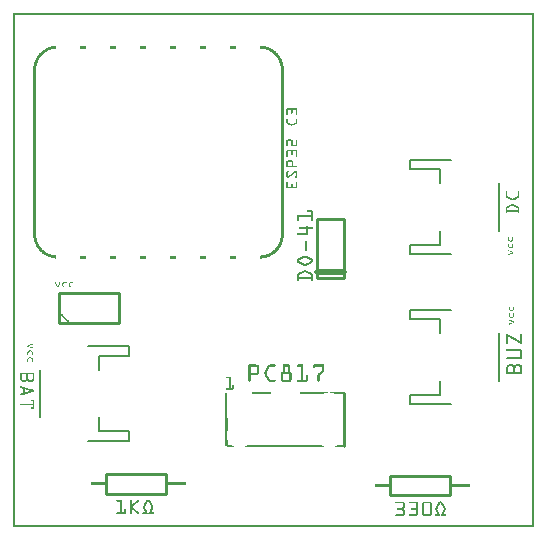
<source format=gto>
G04 MADE WITH FRITZING*
G04 WWW.FRITZING.ORG*
G04 DOUBLE SIDED*
G04 HOLES PLATED*
G04 CONTOUR ON CENTER OF CONTOUR VECTOR*
%FSLAX26Y26*%
%MOIN*%
%ADD10C,0.008000*%
%ADD11C,0.009799*%
%ADD12C,0.010000*%
%ADD13C,0.020000*%
%ADD14R,0.001000X0.001000*%
%G04SILK1*%
%FSLAX26Y26*%
%MOIN*%
D10*
X1461030Y724320D02*
X1323230Y724320D01*
D02*
X1323230Y724320D02*
X1323230Y692820D01*
D02*
X1323230Y692820D02*
X1421660Y692820D01*
D02*
X1421660Y692820D02*
X1421660Y645580D01*
D02*
X1421660Y488100D02*
X1421660Y440850D01*
D02*
X1421660Y440850D02*
X1323230Y440850D01*
D02*
X1323230Y440850D02*
X1323230Y409360D01*
D02*
X1323230Y409360D02*
X1461030Y409360D01*
D02*
X1618510Y488100D02*
X1618510Y645580D01*
D02*
X248419Y288100D02*
X386215Y288100D01*
D02*
X386215Y288100D02*
X386215Y319600D01*
D02*
X386215Y319600D02*
X287790Y319600D01*
D02*
X287790Y319600D02*
X287790Y366840D01*
D02*
X287790Y524320D02*
X287790Y571570D01*
D02*
X287790Y571570D02*
X386215Y571570D01*
D02*
X386215Y571570D02*
X386215Y603060D01*
D02*
X386215Y603060D02*
X248419Y603060D01*
D02*
X90939Y524320D02*
X90939Y366840D01*
D02*
X1461030Y1224320D02*
X1323230Y1224320D01*
D02*
X1323230Y1224320D02*
X1323230Y1192824D01*
D02*
X1323230Y1192824D02*
X1421660Y1192824D01*
D02*
X1421660Y1192824D02*
X1421660Y1145580D01*
D02*
X1421660Y988099D02*
X1421660Y940855D01*
D02*
X1421660Y940855D02*
X1323230Y940855D01*
D02*
X1323230Y940855D02*
X1323230Y909359D01*
D02*
X1323230Y909359D02*
X1461030Y909359D01*
D02*
X1618510Y988099D02*
X1618510Y1145580D01*
D11*
D02*
X1104720Y270900D02*
X1104720Y448230D01*
D12*
D02*
X509382Y110890D02*
X309382Y110890D01*
D02*
X309382Y110890D02*
X309382Y176890D01*
D02*
X309382Y176890D02*
X509382Y176890D01*
D02*
X509382Y176890D02*
X509382Y110890D01*
D02*
X1455200Y105590D02*
X1255200Y105590D01*
D02*
X1255200Y105590D02*
X1255200Y171590D01*
D02*
X1255200Y171590D02*
X1455200Y171590D01*
D02*
X1455200Y171590D02*
X1455200Y105590D01*
D02*
X1014030Y831606D02*
X1014030Y1026606D01*
D02*
X1104030Y1026606D02*
X1104030Y831606D01*
D02*
X1104030Y831606D02*
X1014030Y831606D01*
D13*
D02*
X1104030Y851606D02*
X1014030Y851606D01*
D12*
D02*
X154380Y680520D02*
X354380Y680520D01*
D02*
X354380Y680520D02*
X354380Y780520D01*
D02*
X354380Y780520D02*
X154380Y780520D01*
D02*
X154380Y780520D02*
X154380Y680520D01*
D14*
X500Y1714640D02*
X1736500Y1714640D01*
X500Y1713640D02*
X1736500Y1713640D01*
X500Y1712640D02*
X1736500Y1712640D01*
X500Y1711640D02*
X1736500Y1711640D01*
X500Y1710640D02*
X1736500Y1710640D01*
X500Y1709640D02*
X1736500Y1709640D01*
X500Y1708640D02*
X1736500Y1708640D01*
X500Y1707640D02*
X1736500Y1707640D01*
X500Y1706640D02*
X7500Y1706640D01*
X1729500Y1706640D02*
X1736500Y1706640D01*
X500Y1705640D02*
X7500Y1705640D01*
X1729500Y1705640D02*
X1736500Y1705640D01*
X500Y1704640D02*
X7500Y1704640D01*
X1729500Y1704640D02*
X1736500Y1704640D01*
X500Y1703640D02*
X7500Y1703640D01*
X1729500Y1703640D02*
X1736500Y1703640D01*
X500Y1702640D02*
X7500Y1702640D01*
X1729500Y1702640D02*
X1736500Y1702640D01*
X500Y1701640D02*
X7500Y1701640D01*
X1729500Y1701640D02*
X1736500Y1701640D01*
X500Y1700640D02*
X7500Y1700640D01*
X1729500Y1700640D02*
X1736500Y1700640D01*
X500Y1699640D02*
X7500Y1699640D01*
X1729500Y1699640D02*
X1736500Y1699640D01*
X500Y1698640D02*
X7500Y1698640D01*
X1729500Y1698640D02*
X1736500Y1698640D01*
X500Y1697640D02*
X7500Y1697640D01*
X1729500Y1697640D02*
X1736500Y1697640D01*
X500Y1696640D02*
X7500Y1696640D01*
X1729500Y1696640D02*
X1736500Y1696640D01*
X500Y1695640D02*
X7500Y1695640D01*
X1729500Y1695640D02*
X1736500Y1695640D01*
X500Y1694640D02*
X7500Y1694640D01*
X1729500Y1694640D02*
X1736500Y1694640D01*
X500Y1693640D02*
X7500Y1693640D01*
X1729500Y1693640D02*
X1736500Y1693640D01*
X500Y1692640D02*
X7500Y1692640D01*
X1729500Y1692640D02*
X1736500Y1692640D01*
X500Y1691640D02*
X7500Y1691640D01*
X1729500Y1691640D02*
X1736500Y1691640D01*
X500Y1690640D02*
X7500Y1690640D01*
X1729500Y1690640D02*
X1736500Y1690640D01*
X500Y1689640D02*
X7500Y1689640D01*
X1729500Y1689640D02*
X1736500Y1689640D01*
X500Y1688640D02*
X7500Y1688640D01*
X1729500Y1688640D02*
X1736500Y1688640D01*
X500Y1687640D02*
X7500Y1687640D01*
X1729500Y1687640D02*
X1736500Y1687640D01*
X500Y1686640D02*
X7500Y1686640D01*
X1729500Y1686640D02*
X1736500Y1686640D01*
X500Y1685640D02*
X7500Y1685640D01*
X1729500Y1685640D02*
X1736500Y1685640D01*
X500Y1684640D02*
X7500Y1684640D01*
X1729500Y1684640D02*
X1736500Y1684640D01*
X500Y1683640D02*
X7500Y1683640D01*
X1729500Y1683640D02*
X1736500Y1683640D01*
X500Y1682640D02*
X7500Y1682640D01*
X1729500Y1682640D02*
X1736500Y1682640D01*
X500Y1681640D02*
X7500Y1681640D01*
X1729500Y1681640D02*
X1736500Y1681640D01*
X500Y1680640D02*
X7500Y1680640D01*
X1729500Y1680640D02*
X1736500Y1680640D01*
X500Y1679640D02*
X7500Y1679640D01*
X1729500Y1679640D02*
X1736500Y1679640D01*
X500Y1678640D02*
X7500Y1678640D01*
X1729500Y1678640D02*
X1736500Y1678640D01*
X500Y1677640D02*
X7500Y1677640D01*
X1729500Y1677640D02*
X1736500Y1677640D01*
X500Y1676640D02*
X7500Y1676640D01*
X1729500Y1676640D02*
X1736500Y1676640D01*
X500Y1675640D02*
X7500Y1675640D01*
X1729500Y1675640D02*
X1736500Y1675640D01*
X500Y1674640D02*
X7500Y1674640D01*
X1729500Y1674640D02*
X1736500Y1674640D01*
X500Y1673640D02*
X7500Y1673640D01*
X1729500Y1673640D02*
X1736500Y1673640D01*
X500Y1672640D02*
X7500Y1672640D01*
X1729500Y1672640D02*
X1736500Y1672640D01*
X500Y1671640D02*
X7500Y1671640D01*
X1729500Y1671640D02*
X1736500Y1671640D01*
X500Y1670640D02*
X7500Y1670640D01*
X1729500Y1670640D02*
X1736500Y1670640D01*
X500Y1669640D02*
X7500Y1669640D01*
X1729500Y1669640D02*
X1736500Y1669640D01*
X500Y1668640D02*
X7500Y1668640D01*
X1729500Y1668640D02*
X1736500Y1668640D01*
X500Y1667640D02*
X7500Y1667640D01*
X1729500Y1667640D02*
X1736500Y1667640D01*
X500Y1666640D02*
X7500Y1666640D01*
X1729500Y1666640D02*
X1736500Y1666640D01*
X500Y1665640D02*
X7500Y1665640D01*
X1729500Y1665640D02*
X1736500Y1665640D01*
X500Y1664640D02*
X7500Y1664640D01*
X1729500Y1664640D02*
X1736500Y1664640D01*
X500Y1663640D02*
X7500Y1663640D01*
X1729500Y1663640D02*
X1736500Y1663640D01*
X500Y1662640D02*
X7500Y1662640D01*
X1729500Y1662640D02*
X1736500Y1662640D01*
X500Y1661640D02*
X7500Y1661640D01*
X1729500Y1661640D02*
X1736500Y1661640D01*
X500Y1660640D02*
X7500Y1660640D01*
X1729500Y1660640D02*
X1736500Y1660640D01*
X500Y1659640D02*
X7500Y1659640D01*
X1729500Y1659640D02*
X1736500Y1659640D01*
X500Y1658640D02*
X7500Y1658640D01*
X1729500Y1658640D02*
X1736500Y1658640D01*
X500Y1657640D02*
X7500Y1657640D01*
X1729500Y1657640D02*
X1736500Y1657640D01*
X500Y1656640D02*
X7500Y1656640D01*
X1729500Y1656640D02*
X1736500Y1656640D01*
X500Y1655640D02*
X7500Y1655640D01*
X1729500Y1655640D02*
X1736500Y1655640D01*
X500Y1654640D02*
X7500Y1654640D01*
X1729500Y1654640D02*
X1736500Y1654640D01*
X500Y1653640D02*
X7500Y1653640D01*
X1729500Y1653640D02*
X1736500Y1653640D01*
X500Y1652640D02*
X7500Y1652640D01*
X1729500Y1652640D02*
X1736500Y1652640D01*
X500Y1651640D02*
X7500Y1651640D01*
X1729500Y1651640D02*
X1736500Y1651640D01*
X500Y1650640D02*
X7500Y1650640D01*
X1729500Y1650640D02*
X1736500Y1650640D01*
X500Y1649640D02*
X7500Y1649640D01*
X1729500Y1649640D02*
X1736500Y1649640D01*
X500Y1648640D02*
X7500Y1648640D01*
X1729500Y1648640D02*
X1736500Y1648640D01*
X500Y1647640D02*
X7500Y1647640D01*
X1729500Y1647640D02*
X1736500Y1647640D01*
X500Y1646640D02*
X7500Y1646640D01*
X1729500Y1646640D02*
X1736500Y1646640D01*
X500Y1645640D02*
X7500Y1645640D01*
X1729500Y1645640D02*
X1736500Y1645640D01*
X500Y1644640D02*
X7500Y1644640D01*
X1729500Y1644640D02*
X1736500Y1644640D01*
X500Y1643640D02*
X7500Y1643640D01*
X1729500Y1643640D02*
X1736500Y1643640D01*
X500Y1642640D02*
X7500Y1642640D01*
X1729500Y1642640D02*
X1736500Y1642640D01*
X500Y1641640D02*
X7500Y1641640D01*
X1729500Y1641640D02*
X1736500Y1641640D01*
X500Y1640640D02*
X7500Y1640640D01*
X1729500Y1640640D02*
X1736500Y1640640D01*
X500Y1639640D02*
X7500Y1639640D01*
X1729500Y1639640D02*
X1736500Y1639640D01*
X500Y1638640D02*
X7500Y1638640D01*
X1729500Y1638640D02*
X1736500Y1638640D01*
X500Y1637640D02*
X7500Y1637640D01*
X1729500Y1637640D02*
X1736500Y1637640D01*
X500Y1636640D02*
X7500Y1636640D01*
X1729500Y1636640D02*
X1736500Y1636640D01*
X500Y1635640D02*
X7500Y1635640D01*
X1729500Y1635640D02*
X1736500Y1635640D01*
X500Y1634640D02*
X7500Y1634640D01*
X1729500Y1634640D02*
X1736500Y1634640D01*
X500Y1633640D02*
X7500Y1633640D01*
X1729500Y1633640D02*
X1736500Y1633640D01*
X500Y1632640D02*
X7500Y1632640D01*
X1729500Y1632640D02*
X1736500Y1632640D01*
X500Y1631640D02*
X7500Y1631640D01*
X1729500Y1631640D02*
X1736500Y1631640D01*
X500Y1630640D02*
X7500Y1630640D01*
X1729500Y1630640D02*
X1736500Y1630640D01*
X500Y1629640D02*
X7500Y1629640D01*
X1729500Y1629640D02*
X1736500Y1629640D01*
X500Y1628640D02*
X7500Y1628640D01*
X1729500Y1628640D02*
X1736500Y1628640D01*
X500Y1627640D02*
X7500Y1627640D01*
X1729500Y1627640D02*
X1736500Y1627640D01*
X500Y1626640D02*
X7500Y1626640D01*
X1729500Y1626640D02*
X1736500Y1626640D01*
X500Y1625640D02*
X7500Y1625640D01*
X1729500Y1625640D02*
X1736500Y1625640D01*
X500Y1624640D02*
X7500Y1624640D01*
X1729500Y1624640D02*
X1736500Y1624640D01*
X500Y1623640D02*
X7500Y1623640D01*
X1729500Y1623640D02*
X1736500Y1623640D01*
X500Y1622640D02*
X7500Y1622640D01*
X1729500Y1622640D02*
X1736500Y1622640D01*
X500Y1621640D02*
X7500Y1621640D01*
X1729500Y1621640D02*
X1736500Y1621640D01*
X500Y1620640D02*
X7500Y1620640D01*
X1729500Y1620640D02*
X1736500Y1620640D01*
X500Y1619640D02*
X7500Y1619640D01*
X1729500Y1619640D02*
X1736500Y1619640D01*
X500Y1618640D02*
X7500Y1618640D01*
X1729500Y1618640D02*
X1736500Y1618640D01*
X500Y1617640D02*
X7500Y1617640D01*
X1729500Y1617640D02*
X1736500Y1617640D01*
X500Y1616640D02*
X7500Y1616640D01*
X1729500Y1616640D02*
X1736500Y1616640D01*
X500Y1615640D02*
X7500Y1615640D01*
X1729500Y1615640D02*
X1736500Y1615640D01*
X500Y1614640D02*
X7500Y1614640D01*
X1729500Y1614640D02*
X1736500Y1614640D01*
X500Y1613640D02*
X7500Y1613640D01*
X1729500Y1613640D02*
X1736500Y1613640D01*
X500Y1612640D02*
X7500Y1612640D01*
X1729500Y1612640D02*
X1736500Y1612640D01*
X500Y1611640D02*
X7500Y1611640D01*
X1729500Y1611640D02*
X1736500Y1611640D01*
X500Y1610640D02*
X7500Y1610640D01*
X1729500Y1610640D02*
X1736500Y1610640D01*
X500Y1609640D02*
X7500Y1609640D01*
X1729500Y1609640D02*
X1736500Y1609640D01*
X500Y1608640D02*
X7500Y1608640D01*
X1729500Y1608640D02*
X1736500Y1608640D01*
X500Y1607640D02*
X7500Y1607640D01*
X1729500Y1607640D02*
X1736500Y1607640D01*
X500Y1606640D02*
X7500Y1606640D01*
X1729500Y1606640D02*
X1736500Y1606640D01*
X500Y1605640D02*
X7500Y1605640D01*
X1729500Y1605640D02*
X1736500Y1605640D01*
X500Y1604640D02*
X7500Y1604640D01*
X138500Y1604640D02*
X143500Y1604640D01*
X224500Y1604640D02*
X243500Y1604640D01*
X324500Y1604640D02*
X343500Y1604640D01*
X424500Y1604640D02*
X442500Y1604640D01*
X523500Y1604640D02*
X542500Y1604640D01*
X623500Y1604640D02*
X642500Y1604640D01*
X723500Y1604640D02*
X742500Y1604640D01*
X823500Y1604640D02*
X831500Y1604640D01*
X1729500Y1604640D02*
X1736500Y1604640D01*
X500Y1603640D02*
X7500Y1603640D01*
X132500Y1603640D02*
X143500Y1603640D01*
X224500Y1603640D02*
X243500Y1603640D01*
X324500Y1603640D02*
X343500Y1603640D01*
X424500Y1603640D02*
X442500Y1603640D01*
X523500Y1603640D02*
X542500Y1603640D01*
X623500Y1603640D02*
X642500Y1603640D01*
X723500Y1603640D02*
X742500Y1603640D01*
X823500Y1603640D02*
X837500Y1603640D01*
X1729500Y1603640D02*
X1736500Y1603640D01*
X500Y1602640D02*
X7500Y1602640D01*
X128500Y1602640D02*
X143500Y1602640D01*
X224500Y1602640D02*
X243500Y1602640D01*
X324500Y1602640D02*
X343500Y1602640D01*
X424500Y1602640D02*
X442500Y1602640D01*
X523500Y1602640D02*
X542500Y1602640D01*
X623500Y1602640D02*
X642500Y1602640D01*
X723500Y1602640D02*
X742500Y1602640D01*
X823500Y1602640D02*
X841500Y1602640D01*
X1729500Y1602640D02*
X1736500Y1602640D01*
X500Y1601640D02*
X7500Y1601640D01*
X124500Y1601640D02*
X143500Y1601640D01*
X224500Y1601640D02*
X243500Y1601640D01*
X324500Y1601640D02*
X343500Y1601640D01*
X424500Y1601640D02*
X442500Y1601640D01*
X523500Y1601640D02*
X542500Y1601640D01*
X623500Y1601640D02*
X642500Y1601640D01*
X723500Y1601640D02*
X742500Y1601640D01*
X823500Y1601640D02*
X845500Y1601640D01*
X1729500Y1601640D02*
X1736500Y1601640D01*
X500Y1600640D02*
X7500Y1600640D01*
X121500Y1600640D02*
X143500Y1600640D01*
X224500Y1600640D02*
X243500Y1600640D01*
X324500Y1600640D02*
X343500Y1600640D01*
X424500Y1600640D02*
X442500Y1600640D01*
X523500Y1600640D02*
X542500Y1600640D01*
X623500Y1600640D02*
X642500Y1600640D01*
X723500Y1600640D02*
X742500Y1600640D01*
X823500Y1600640D02*
X848500Y1600640D01*
X1729500Y1600640D02*
X1736500Y1600640D01*
X500Y1599640D02*
X7500Y1599640D01*
X118500Y1599640D02*
X143500Y1599640D01*
X224500Y1599640D02*
X243500Y1599640D01*
X324500Y1599640D02*
X343500Y1599640D01*
X424500Y1599640D02*
X442500Y1599640D01*
X523500Y1599640D02*
X542500Y1599640D01*
X623500Y1599640D02*
X642500Y1599640D01*
X723500Y1599640D02*
X742500Y1599640D01*
X823500Y1599640D02*
X851500Y1599640D01*
X1729500Y1599640D02*
X1736500Y1599640D01*
X500Y1598640D02*
X7500Y1598640D01*
X116500Y1598640D02*
X143500Y1598640D01*
X224500Y1598640D02*
X243500Y1598640D01*
X324500Y1598640D02*
X343500Y1598640D01*
X424500Y1598640D02*
X442500Y1598640D01*
X523500Y1598640D02*
X542500Y1598640D01*
X623500Y1598640D02*
X642500Y1598640D01*
X723500Y1598640D02*
X742500Y1598640D01*
X823500Y1598640D02*
X853500Y1598640D01*
X1729500Y1598640D02*
X1736500Y1598640D01*
X500Y1597640D02*
X7500Y1597640D01*
X114500Y1597640D02*
X143500Y1597640D01*
X224500Y1597640D02*
X243500Y1597640D01*
X324500Y1597640D02*
X343500Y1597640D01*
X424500Y1597640D02*
X442500Y1597640D01*
X523500Y1597640D02*
X542500Y1597640D01*
X623500Y1597640D02*
X642500Y1597640D01*
X723500Y1597640D02*
X742500Y1597640D01*
X823500Y1597640D02*
X855500Y1597640D01*
X1729500Y1597640D02*
X1736500Y1597640D01*
X500Y1596640D02*
X7500Y1596640D01*
X112500Y1596640D02*
X143500Y1596640D01*
X224500Y1596640D02*
X243500Y1596640D01*
X324500Y1596640D02*
X343500Y1596640D01*
X424500Y1596640D02*
X442500Y1596640D01*
X523500Y1596640D02*
X542500Y1596640D01*
X623500Y1596640D02*
X642500Y1596640D01*
X723500Y1596640D02*
X742500Y1596640D01*
X823500Y1596640D02*
X857500Y1596640D01*
X1729500Y1596640D02*
X1736500Y1596640D01*
X500Y1595640D02*
X7500Y1595640D01*
X110500Y1595640D02*
X143500Y1595640D01*
X224500Y1595640D02*
X243500Y1595640D01*
X324500Y1595640D02*
X343500Y1595640D01*
X424500Y1595640D02*
X442500Y1595640D01*
X523500Y1595640D02*
X542500Y1595640D01*
X623500Y1595640D02*
X642500Y1595640D01*
X723500Y1595640D02*
X742500Y1595640D01*
X823500Y1595640D02*
X859500Y1595640D01*
X1729500Y1595640D02*
X1736500Y1595640D01*
X500Y1594640D02*
X7500Y1594640D01*
X108500Y1594640D02*
X137500Y1594640D01*
X832500Y1594640D02*
X861500Y1594640D01*
X1729500Y1594640D02*
X1736500Y1594640D01*
X500Y1593640D02*
X7500Y1593640D01*
X106500Y1593640D02*
X131500Y1593640D01*
X838500Y1593640D02*
X863500Y1593640D01*
X1729500Y1593640D02*
X1736500Y1593640D01*
X500Y1592640D02*
X7500Y1592640D01*
X105500Y1592640D02*
X127500Y1592640D01*
X842500Y1592640D02*
X864500Y1592640D01*
X1729500Y1592640D02*
X1736500Y1592640D01*
X500Y1591640D02*
X7500Y1591640D01*
X103500Y1591640D02*
X124500Y1591640D01*
X845500Y1591640D02*
X866500Y1591640D01*
X1729500Y1591640D02*
X1736500Y1591640D01*
X500Y1590640D02*
X7500Y1590640D01*
X102500Y1590640D02*
X121500Y1590640D01*
X848500Y1590640D02*
X867500Y1590640D01*
X1729500Y1590640D02*
X1736500Y1590640D01*
X500Y1589640D02*
X7500Y1589640D01*
X100500Y1589640D02*
X119500Y1589640D01*
X850500Y1589640D02*
X869500Y1589640D01*
X1729500Y1589640D02*
X1736500Y1589640D01*
X500Y1588640D02*
X7500Y1588640D01*
X99500Y1588640D02*
X117500Y1588640D01*
X852500Y1588640D02*
X870500Y1588640D01*
X1729500Y1588640D02*
X1736500Y1588640D01*
X500Y1587640D02*
X7500Y1587640D01*
X98500Y1587640D02*
X115500Y1587640D01*
X854500Y1587640D02*
X871500Y1587640D01*
X1729500Y1587640D02*
X1736500Y1587640D01*
X500Y1586640D02*
X7500Y1586640D01*
X96500Y1586640D02*
X113500Y1586640D01*
X856500Y1586640D02*
X873500Y1586640D01*
X1729500Y1586640D02*
X1736500Y1586640D01*
X500Y1585640D02*
X7500Y1585640D01*
X95500Y1585640D02*
X111500Y1585640D01*
X858500Y1585640D02*
X874500Y1585640D01*
X1729500Y1585640D02*
X1736500Y1585640D01*
X500Y1584640D02*
X7500Y1584640D01*
X94500Y1584640D02*
X109500Y1584640D01*
X859500Y1584640D02*
X875500Y1584640D01*
X1729500Y1584640D02*
X1736500Y1584640D01*
X500Y1583640D02*
X7500Y1583640D01*
X93500Y1583640D02*
X108500Y1583640D01*
X861500Y1583640D02*
X876500Y1583640D01*
X1729500Y1583640D02*
X1736500Y1583640D01*
X500Y1582640D02*
X7500Y1582640D01*
X92500Y1582640D02*
X106500Y1582640D01*
X863500Y1582640D02*
X877500Y1582640D01*
X1729500Y1582640D02*
X1736500Y1582640D01*
X500Y1581640D02*
X7500Y1581640D01*
X91500Y1581640D02*
X105500Y1581640D01*
X864500Y1581640D02*
X878500Y1581640D01*
X1729500Y1581640D02*
X1736500Y1581640D01*
X500Y1580640D02*
X7500Y1580640D01*
X90500Y1580640D02*
X104500Y1580640D01*
X865500Y1580640D02*
X879500Y1580640D01*
X1729500Y1580640D02*
X1736500Y1580640D01*
X500Y1579640D02*
X7500Y1579640D01*
X89500Y1579640D02*
X102500Y1579640D01*
X866500Y1579640D02*
X880500Y1579640D01*
X1729500Y1579640D02*
X1736500Y1579640D01*
X500Y1578640D02*
X7500Y1578640D01*
X88500Y1578640D02*
X101500Y1578640D01*
X868500Y1578640D02*
X881500Y1578640D01*
X1729500Y1578640D02*
X1736500Y1578640D01*
X500Y1577640D02*
X7500Y1577640D01*
X87500Y1577640D02*
X100500Y1577640D01*
X869500Y1577640D02*
X882500Y1577640D01*
X1729500Y1577640D02*
X1736500Y1577640D01*
X500Y1576640D02*
X7500Y1576640D01*
X86500Y1576640D02*
X99500Y1576640D01*
X870500Y1576640D02*
X883500Y1576640D01*
X1729500Y1576640D02*
X1736500Y1576640D01*
X500Y1575640D02*
X7500Y1575640D01*
X85500Y1575640D02*
X98500Y1575640D01*
X871500Y1575640D02*
X883500Y1575640D01*
X1729500Y1575640D02*
X1736500Y1575640D01*
X500Y1574640D02*
X7500Y1574640D01*
X85500Y1574640D02*
X97500Y1574640D01*
X872500Y1574640D02*
X884500Y1574640D01*
X1729500Y1574640D02*
X1736500Y1574640D01*
X500Y1573640D02*
X7500Y1573640D01*
X84500Y1573640D02*
X96500Y1573640D01*
X873500Y1573640D02*
X885500Y1573640D01*
X1729500Y1573640D02*
X1736500Y1573640D01*
X500Y1572640D02*
X7500Y1572640D01*
X83500Y1572640D02*
X95500Y1572640D01*
X874500Y1572640D02*
X886500Y1572640D01*
X1729500Y1572640D02*
X1736500Y1572640D01*
X500Y1571640D02*
X7500Y1571640D01*
X83500Y1571640D02*
X94500Y1571640D01*
X875500Y1571640D02*
X886500Y1571640D01*
X1729500Y1571640D02*
X1736500Y1571640D01*
X500Y1570640D02*
X7500Y1570640D01*
X82500Y1570640D02*
X93500Y1570640D01*
X876500Y1570640D02*
X887500Y1570640D01*
X1729500Y1570640D02*
X1736500Y1570640D01*
X500Y1569640D02*
X7500Y1569640D01*
X81500Y1569640D02*
X92500Y1569640D01*
X877500Y1569640D02*
X888500Y1569640D01*
X1729500Y1569640D02*
X1736500Y1569640D01*
X500Y1568640D02*
X7500Y1568640D01*
X80500Y1568640D02*
X92500Y1568640D01*
X877500Y1568640D02*
X888500Y1568640D01*
X1729500Y1568640D02*
X1736500Y1568640D01*
X500Y1567640D02*
X7500Y1567640D01*
X80500Y1567640D02*
X91500Y1567640D01*
X878500Y1567640D02*
X889500Y1567640D01*
X1729500Y1567640D02*
X1736500Y1567640D01*
X500Y1566640D02*
X7500Y1566640D01*
X79500Y1566640D02*
X90500Y1566640D01*
X879500Y1566640D02*
X890500Y1566640D01*
X1729500Y1566640D02*
X1736500Y1566640D01*
X500Y1565640D02*
X7500Y1565640D01*
X79500Y1565640D02*
X89500Y1565640D01*
X880500Y1565640D02*
X890500Y1565640D01*
X1729500Y1565640D02*
X1736500Y1565640D01*
X500Y1564640D02*
X7500Y1564640D01*
X78500Y1564640D02*
X89500Y1564640D01*
X880500Y1564640D02*
X891500Y1564640D01*
X1729500Y1564640D02*
X1736500Y1564640D01*
X500Y1563640D02*
X7500Y1563640D01*
X77500Y1563640D02*
X88500Y1563640D01*
X881500Y1563640D02*
X891500Y1563640D01*
X1729500Y1563640D02*
X1736500Y1563640D01*
X500Y1562640D02*
X7500Y1562640D01*
X77500Y1562640D02*
X87500Y1562640D01*
X882500Y1562640D02*
X892500Y1562640D01*
X1729500Y1562640D02*
X1736500Y1562640D01*
X500Y1561640D02*
X7500Y1561640D01*
X76500Y1561640D02*
X87500Y1561640D01*
X882500Y1561640D02*
X892500Y1561640D01*
X1729500Y1561640D02*
X1736500Y1561640D01*
X500Y1560640D02*
X7500Y1560640D01*
X76500Y1560640D02*
X86500Y1560640D01*
X883500Y1560640D02*
X893500Y1560640D01*
X1729500Y1560640D02*
X1736500Y1560640D01*
X500Y1559640D02*
X7500Y1559640D01*
X76500Y1559640D02*
X86500Y1559640D01*
X883500Y1559640D02*
X893500Y1559640D01*
X1729500Y1559640D02*
X1736500Y1559640D01*
X500Y1558640D02*
X7500Y1558640D01*
X75500Y1558640D02*
X85500Y1558640D01*
X884500Y1558640D02*
X894500Y1558640D01*
X1729500Y1558640D02*
X1736500Y1558640D01*
X500Y1557640D02*
X7500Y1557640D01*
X75500Y1557640D02*
X84500Y1557640D01*
X884500Y1557640D02*
X894500Y1557640D01*
X1729500Y1557640D02*
X1736500Y1557640D01*
X500Y1556640D02*
X7500Y1556640D01*
X74500Y1556640D02*
X84500Y1556640D01*
X885500Y1556640D02*
X895500Y1556640D01*
X1729500Y1556640D02*
X1736500Y1556640D01*
X500Y1555640D02*
X7500Y1555640D01*
X74500Y1555640D02*
X83500Y1555640D01*
X885500Y1555640D02*
X895500Y1555640D01*
X1729500Y1555640D02*
X1736500Y1555640D01*
X500Y1554640D02*
X7500Y1554640D01*
X73500Y1554640D02*
X83500Y1554640D01*
X886500Y1554640D02*
X896500Y1554640D01*
X1729500Y1554640D02*
X1736500Y1554640D01*
X500Y1553640D02*
X7500Y1553640D01*
X73500Y1553640D02*
X83500Y1553640D01*
X886500Y1553640D02*
X896500Y1553640D01*
X1729500Y1553640D02*
X1736500Y1553640D01*
X500Y1552640D02*
X7500Y1552640D01*
X73500Y1552640D02*
X82500Y1552640D01*
X887500Y1552640D02*
X896500Y1552640D01*
X1729500Y1552640D02*
X1736500Y1552640D01*
X500Y1551640D02*
X7500Y1551640D01*
X72500Y1551640D02*
X82500Y1551640D01*
X887500Y1551640D02*
X897500Y1551640D01*
X1729500Y1551640D02*
X1736500Y1551640D01*
X500Y1550640D02*
X7500Y1550640D01*
X72500Y1550640D02*
X81500Y1550640D01*
X888500Y1550640D02*
X897500Y1550640D01*
X1729500Y1550640D02*
X1736500Y1550640D01*
X500Y1549640D02*
X7500Y1549640D01*
X72500Y1549640D02*
X81500Y1549640D01*
X888500Y1549640D02*
X897500Y1549640D01*
X1729500Y1549640D02*
X1736500Y1549640D01*
X500Y1548640D02*
X7500Y1548640D01*
X71500Y1548640D02*
X81500Y1548640D01*
X888500Y1548640D02*
X898500Y1548640D01*
X1729500Y1548640D02*
X1736500Y1548640D01*
X500Y1547640D02*
X7500Y1547640D01*
X71500Y1547640D02*
X80500Y1547640D01*
X889500Y1547640D02*
X898500Y1547640D01*
X1729500Y1547640D02*
X1736500Y1547640D01*
X500Y1546640D02*
X7500Y1546640D01*
X71500Y1546640D02*
X80500Y1546640D01*
X889500Y1546640D02*
X898500Y1546640D01*
X1729500Y1546640D02*
X1736500Y1546640D01*
X500Y1545640D02*
X7500Y1545640D01*
X70500Y1545640D02*
X80500Y1545640D01*
X889500Y1545640D02*
X899500Y1545640D01*
X1729500Y1545640D02*
X1736500Y1545640D01*
X500Y1544640D02*
X7500Y1544640D01*
X70500Y1544640D02*
X79500Y1544640D01*
X890500Y1544640D02*
X899500Y1544640D01*
X1729500Y1544640D02*
X1736500Y1544640D01*
X500Y1543640D02*
X7500Y1543640D01*
X70500Y1543640D02*
X79500Y1543640D01*
X890500Y1543640D02*
X899500Y1543640D01*
X1729500Y1543640D02*
X1736500Y1543640D01*
X500Y1542640D02*
X7500Y1542640D01*
X70500Y1542640D02*
X79500Y1542640D01*
X890500Y1542640D02*
X899500Y1542640D01*
X1729500Y1542640D02*
X1736500Y1542640D01*
X500Y1541640D02*
X7500Y1541640D01*
X69500Y1541640D02*
X79500Y1541640D01*
X890500Y1541640D02*
X900500Y1541640D01*
X1729500Y1541640D02*
X1736500Y1541640D01*
X500Y1540640D02*
X7500Y1540640D01*
X69500Y1540640D02*
X78500Y1540640D01*
X891500Y1540640D02*
X900500Y1540640D01*
X1729500Y1540640D02*
X1736500Y1540640D01*
X500Y1539640D02*
X7500Y1539640D01*
X69500Y1539640D02*
X78500Y1539640D01*
X891500Y1539640D02*
X900500Y1539640D01*
X1729500Y1539640D02*
X1736500Y1539640D01*
X500Y1538640D02*
X7500Y1538640D01*
X69500Y1538640D02*
X78500Y1538640D01*
X891500Y1538640D02*
X900500Y1538640D01*
X1729500Y1538640D02*
X1736500Y1538640D01*
X500Y1537640D02*
X7500Y1537640D01*
X69500Y1537640D02*
X78500Y1537640D01*
X891500Y1537640D02*
X900500Y1537640D01*
X1729500Y1537640D02*
X1736500Y1537640D01*
X500Y1536640D02*
X7500Y1536640D01*
X69500Y1536640D02*
X78500Y1536640D01*
X891500Y1536640D02*
X900500Y1536640D01*
X1729500Y1536640D02*
X1736500Y1536640D01*
X500Y1535640D02*
X7500Y1535640D01*
X68500Y1535640D02*
X77500Y1535640D01*
X892500Y1535640D02*
X901500Y1535640D01*
X1729500Y1535640D02*
X1736500Y1535640D01*
X500Y1534640D02*
X7500Y1534640D01*
X68500Y1534640D02*
X77500Y1534640D01*
X892500Y1534640D02*
X901500Y1534640D01*
X1729500Y1534640D02*
X1736500Y1534640D01*
X500Y1533640D02*
X7500Y1533640D01*
X68500Y1533640D02*
X77500Y1533640D01*
X892500Y1533640D02*
X901500Y1533640D01*
X1729500Y1533640D02*
X1736500Y1533640D01*
X500Y1532640D02*
X7500Y1532640D01*
X68500Y1532640D02*
X77500Y1532640D01*
X892500Y1532640D02*
X901500Y1532640D01*
X1729500Y1532640D02*
X1736500Y1532640D01*
X500Y1531640D02*
X7500Y1531640D01*
X68500Y1531640D02*
X77500Y1531640D01*
X892500Y1531640D02*
X901500Y1531640D01*
X1729500Y1531640D02*
X1736500Y1531640D01*
X500Y1530640D02*
X7500Y1530640D01*
X68500Y1530640D02*
X77500Y1530640D01*
X892500Y1530640D02*
X901500Y1530640D01*
X1729500Y1530640D02*
X1736500Y1530640D01*
X500Y1529640D02*
X7500Y1529640D01*
X68500Y1529640D02*
X77500Y1529640D01*
X892500Y1529640D02*
X901500Y1529640D01*
X1729500Y1529640D02*
X1736500Y1529640D01*
X500Y1528640D02*
X7500Y1528640D01*
X68500Y1528640D02*
X77500Y1528640D01*
X892500Y1528640D02*
X901500Y1528640D01*
X1729500Y1528640D02*
X1736500Y1528640D01*
X500Y1527640D02*
X7500Y1527640D01*
X68500Y1527640D02*
X77500Y1527640D01*
X892500Y1527640D02*
X901500Y1527640D01*
X1729500Y1527640D02*
X1736500Y1527640D01*
X500Y1526640D02*
X7500Y1526640D01*
X68500Y1526640D02*
X77500Y1526640D01*
X892500Y1526640D02*
X901500Y1526640D01*
X1729500Y1526640D02*
X1736500Y1526640D01*
X500Y1525640D02*
X7500Y1525640D01*
X68500Y1525640D02*
X77500Y1525640D01*
X892500Y1525640D02*
X901500Y1525640D01*
X1729500Y1525640D02*
X1736500Y1525640D01*
X500Y1524640D02*
X7500Y1524640D01*
X68500Y1524640D02*
X77500Y1524640D01*
X892500Y1524640D02*
X901500Y1524640D01*
X1729500Y1524640D02*
X1736500Y1524640D01*
X500Y1523640D02*
X7500Y1523640D01*
X68500Y1523640D02*
X77500Y1523640D01*
X892500Y1523640D02*
X901500Y1523640D01*
X1729500Y1523640D02*
X1736500Y1523640D01*
X500Y1522640D02*
X7500Y1522640D01*
X68500Y1522640D02*
X77500Y1522640D01*
X892500Y1522640D02*
X901500Y1522640D01*
X1729500Y1522640D02*
X1736500Y1522640D01*
X500Y1521640D02*
X7500Y1521640D01*
X68500Y1521640D02*
X77500Y1521640D01*
X892500Y1521640D02*
X901500Y1521640D01*
X1729500Y1521640D02*
X1736500Y1521640D01*
X500Y1520640D02*
X7500Y1520640D01*
X68500Y1520640D02*
X77500Y1520640D01*
X892500Y1520640D02*
X901500Y1520640D01*
X1729500Y1520640D02*
X1736500Y1520640D01*
X500Y1519640D02*
X7500Y1519640D01*
X68500Y1519640D02*
X77500Y1519640D01*
X892500Y1519640D02*
X901500Y1519640D01*
X1729500Y1519640D02*
X1736500Y1519640D01*
X500Y1518640D02*
X7500Y1518640D01*
X68500Y1518640D02*
X77500Y1518640D01*
X892500Y1518640D02*
X901500Y1518640D01*
X1729500Y1518640D02*
X1736500Y1518640D01*
X500Y1517640D02*
X7500Y1517640D01*
X68500Y1517640D02*
X77500Y1517640D01*
X892500Y1517640D02*
X901500Y1517640D01*
X1729500Y1517640D02*
X1736500Y1517640D01*
X500Y1516640D02*
X7500Y1516640D01*
X68500Y1516640D02*
X77500Y1516640D01*
X892500Y1516640D02*
X901500Y1516640D01*
X1729500Y1516640D02*
X1736500Y1516640D01*
X500Y1515640D02*
X7500Y1515640D01*
X68500Y1515640D02*
X77500Y1515640D01*
X892500Y1515640D02*
X901500Y1515640D01*
X1729500Y1515640D02*
X1736500Y1515640D01*
X500Y1514640D02*
X7500Y1514640D01*
X68500Y1514640D02*
X77500Y1514640D01*
X892500Y1514640D02*
X901500Y1514640D01*
X1729500Y1514640D02*
X1736500Y1514640D01*
X500Y1513640D02*
X7500Y1513640D01*
X68500Y1513640D02*
X77500Y1513640D01*
X892500Y1513640D02*
X901500Y1513640D01*
X1729500Y1513640D02*
X1736500Y1513640D01*
X500Y1512640D02*
X7500Y1512640D01*
X68500Y1512640D02*
X77500Y1512640D01*
X892500Y1512640D02*
X901500Y1512640D01*
X1729500Y1512640D02*
X1736500Y1512640D01*
X500Y1511640D02*
X7500Y1511640D01*
X68500Y1511640D02*
X77500Y1511640D01*
X892500Y1511640D02*
X901500Y1511640D01*
X1729500Y1511640D02*
X1736500Y1511640D01*
X500Y1510640D02*
X7500Y1510640D01*
X68500Y1510640D02*
X77500Y1510640D01*
X892500Y1510640D02*
X901500Y1510640D01*
X1729500Y1510640D02*
X1736500Y1510640D01*
X500Y1509640D02*
X7500Y1509640D01*
X68500Y1509640D02*
X77500Y1509640D01*
X892500Y1509640D02*
X901500Y1509640D01*
X1729500Y1509640D02*
X1736500Y1509640D01*
X500Y1508640D02*
X7500Y1508640D01*
X68500Y1508640D02*
X77500Y1508640D01*
X892500Y1508640D02*
X901500Y1508640D01*
X1729500Y1508640D02*
X1736500Y1508640D01*
X500Y1507640D02*
X7500Y1507640D01*
X68500Y1507640D02*
X77500Y1507640D01*
X892500Y1507640D02*
X901500Y1507640D01*
X1729500Y1507640D02*
X1736500Y1507640D01*
X500Y1506640D02*
X7500Y1506640D01*
X68500Y1506640D02*
X77500Y1506640D01*
X892500Y1506640D02*
X901500Y1506640D01*
X1729500Y1506640D02*
X1736500Y1506640D01*
X500Y1505640D02*
X7500Y1505640D01*
X68500Y1505640D02*
X77500Y1505640D01*
X892500Y1505640D02*
X901500Y1505640D01*
X1729500Y1505640D02*
X1736500Y1505640D01*
X500Y1504640D02*
X7500Y1504640D01*
X68500Y1504640D02*
X77500Y1504640D01*
X892500Y1504640D02*
X901500Y1504640D01*
X1729500Y1504640D02*
X1736500Y1504640D01*
X500Y1503640D02*
X7500Y1503640D01*
X68500Y1503640D02*
X77500Y1503640D01*
X892500Y1503640D02*
X901500Y1503640D01*
X1729500Y1503640D02*
X1736500Y1503640D01*
X500Y1502640D02*
X7500Y1502640D01*
X68500Y1502640D02*
X77500Y1502640D01*
X892500Y1502640D02*
X901500Y1502640D01*
X1729500Y1502640D02*
X1736500Y1502640D01*
X500Y1501640D02*
X7500Y1501640D01*
X68500Y1501640D02*
X77500Y1501640D01*
X892500Y1501640D02*
X901500Y1501640D01*
X1729500Y1501640D02*
X1736500Y1501640D01*
X500Y1500640D02*
X7500Y1500640D01*
X68500Y1500640D02*
X77500Y1500640D01*
X892500Y1500640D02*
X901500Y1500640D01*
X1729500Y1500640D02*
X1736500Y1500640D01*
X500Y1499640D02*
X7500Y1499640D01*
X68500Y1499640D02*
X77500Y1499640D01*
X892500Y1499640D02*
X901500Y1499640D01*
X1729500Y1499640D02*
X1736500Y1499640D01*
X500Y1498640D02*
X7500Y1498640D01*
X68500Y1498640D02*
X77500Y1498640D01*
X892500Y1498640D02*
X901500Y1498640D01*
X1729500Y1498640D02*
X1736500Y1498640D01*
X500Y1497640D02*
X7500Y1497640D01*
X68500Y1497640D02*
X77500Y1497640D01*
X892500Y1497640D02*
X901500Y1497640D01*
X1729500Y1497640D02*
X1736500Y1497640D01*
X500Y1496640D02*
X7500Y1496640D01*
X68500Y1496640D02*
X77500Y1496640D01*
X892500Y1496640D02*
X901500Y1496640D01*
X1729500Y1496640D02*
X1736500Y1496640D01*
X500Y1495640D02*
X7500Y1495640D01*
X68500Y1495640D02*
X77500Y1495640D01*
X892500Y1495640D02*
X901500Y1495640D01*
X1729500Y1495640D02*
X1736500Y1495640D01*
X500Y1494640D02*
X7500Y1494640D01*
X68500Y1494640D02*
X77500Y1494640D01*
X892500Y1494640D02*
X901500Y1494640D01*
X1729500Y1494640D02*
X1736500Y1494640D01*
X500Y1493640D02*
X7500Y1493640D01*
X68500Y1493640D02*
X77500Y1493640D01*
X892500Y1493640D02*
X901500Y1493640D01*
X1729500Y1493640D02*
X1736500Y1493640D01*
X500Y1492640D02*
X7500Y1492640D01*
X68500Y1492640D02*
X77500Y1492640D01*
X892500Y1492640D02*
X901500Y1492640D01*
X1729500Y1492640D02*
X1736500Y1492640D01*
X500Y1491640D02*
X7500Y1491640D01*
X68500Y1491640D02*
X77500Y1491640D01*
X892500Y1491640D02*
X901500Y1491640D01*
X1729500Y1491640D02*
X1736500Y1491640D01*
X500Y1490640D02*
X7500Y1490640D01*
X68500Y1490640D02*
X77500Y1490640D01*
X892500Y1490640D02*
X901500Y1490640D01*
X1729500Y1490640D02*
X1736500Y1490640D01*
X500Y1489640D02*
X7500Y1489640D01*
X68500Y1489640D02*
X77500Y1489640D01*
X892500Y1489640D02*
X901500Y1489640D01*
X1729500Y1489640D02*
X1736500Y1489640D01*
X500Y1488640D02*
X7500Y1488640D01*
X68500Y1488640D02*
X77500Y1488640D01*
X892500Y1488640D02*
X901500Y1488640D01*
X1729500Y1488640D02*
X1736500Y1488640D01*
X500Y1487640D02*
X7500Y1487640D01*
X68500Y1487640D02*
X77500Y1487640D01*
X892500Y1487640D02*
X901500Y1487640D01*
X1729500Y1487640D02*
X1736500Y1487640D01*
X500Y1486640D02*
X7500Y1486640D01*
X68500Y1486640D02*
X77500Y1486640D01*
X892500Y1486640D02*
X901500Y1486640D01*
X1729500Y1486640D02*
X1736500Y1486640D01*
X500Y1485640D02*
X7500Y1485640D01*
X68500Y1485640D02*
X77500Y1485640D01*
X892500Y1485640D02*
X901500Y1485640D01*
X1729500Y1485640D02*
X1736500Y1485640D01*
X500Y1484640D02*
X7500Y1484640D01*
X68500Y1484640D02*
X77500Y1484640D01*
X892500Y1484640D02*
X901500Y1484640D01*
X1729500Y1484640D02*
X1736500Y1484640D01*
X500Y1483640D02*
X7500Y1483640D01*
X68500Y1483640D02*
X77500Y1483640D01*
X892500Y1483640D02*
X901500Y1483640D01*
X1729500Y1483640D02*
X1736500Y1483640D01*
X500Y1482640D02*
X7500Y1482640D01*
X68500Y1482640D02*
X77500Y1482640D01*
X892500Y1482640D02*
X901500Y1482640D01*
X1729500Y1482640D02*
X1736500Y1482640D01*
X500Y1481640D02*
X7500Y1481640D01*
X68500Y1481640D02*
X77500Y1481640D01*
X892500Y1481640D02*
X901500Y1481640D01*
X1729500Y1481640D02*
X1736500Y1481640D01*
X500Y1480640D02*
X7500Y1480640D01*
X68500Y1480640D02*
X77500Y1480640D01*
X892500Y1480640D02*
X901500Y1480640D01*
X1729500Y1480640D02*
X1736500Y1480640D01*
X500Y1479640D02*
X7500Y1479640D01*
X68500Y1479640D02*
X77500Y1479640D01*
X892500Y1479640D02*
X901500Y1479640D01*
X1729500Y1479640D02*
X1736500Y1479640D01*
X500Y1478640D02*
X7500Y1478640D01*
X68500Y1478640D02*
X77500Y1478640D01*
X892500Y1478640D02*
X901500Y1478640D01*
X1729500Y1478640D02*
X1736500Y1478640D01*
X500Y1477640D02*
X7500Y1477640D01*
X68500Y1477640D02*
X77500Y1477640D01*
X892500Y1477640D02*
X901500Y1477640D01*
X1729500Y1477640D02*
X1736500Y1477640D01*
X500Y1476640D02*
X7500Y1476640D01*
X68500Y1476640D02*
X77500Y1476640D01*
X892500Y1476640D02*
X901500Y1476640D01*
X1729500Y1476640D02*
X1736500Y1476640D01*
X500Y1475640D02*
X7500Y1475640D01*
X68500Y1475640D02*
X77500Y1475640D01*
X892500Y1475640D02*
X901500Y1475640D01*
X1729500Y1475640D02*
X1736500Y1475640D01*
X500Y1474640D02*
X7500Y1474640D01*
X68500Y1474640D02*
X77500Y1474640D01*
X892500Y1474640D02*
X901500Y1474640D01*
X1729500Y1474640D02*
X1736500Y1474640D01*
X500Y1473640D02*
X7500Y1473640D01*
X68500Y1473640D02*
X77500Y1473640D01*
X892500Y1473640D02*
X901500Y1473640D01*
X1729500Y1473640D02*
X1736500Y1473640D01*
X500Y1472640D02*
X7500Y1472640D01*
X68500Y1472640D02*
X77500Y1472640D01*
X892500Y1472640D02*
X901500Y1472640D01*
X1729500Y1472640D02*
X1736500Y1472640D01*
X500Y1471640D02*
X7500Y1471640D01*
X68500Y1471640D02*
X77500Y1471640D01*
X892500Y1471640D02*
X901500Y1471640D01*
X1729500Y1471640D02*
X1736500Y1471640D01*
X500Y1470640D02*
X7500Y1470640D01*
X68500Y1470640D02*
X77500Y1470640D01*
X892500Y1470640D02*
X901500Y1470640D01*
X1729500Y1470640D02*
X1736500Y1470640D01*
X500Y1469640D02*
X7500Y1469640D01*
X68500Y1469640D02*
X77500Y1469640D01*
X892500Y1469640D02*
X901500Y1469640D01*
X1729500Y1469640D02*
X1736500Y1469640D01*
X500Y1468640D02*
X7500Y1468640D01*
X68500Y1468640D02*
X77500Y1468640D01*
X892500Y1468640D02*
X901500Y1468640D01*
X1729500Y1468640D02*
X1736500Y1468640D01*
X500Y1467640D02*
X7500Y1467640D01*
X68500Y1467640D02*
X77500Y1467640D01*
X892500Y1467640D02*
X901500Y1467640D01*
X1729500Y1467640D02*
X1736500Y1467640D01*
X500Y1466640D02*
X7500Y1466640D01*
X68500Y1466640D02*
X77500Y1466640D01*
X892500Y1466640D02*
X901500Y1466640D01*
X1729500Y1466640D02*
X1736500Y1466640D01*
X500Y1465640D02*
X7500Y1465640D01*
X68500Y1465640D02*
X77500Y1465640D01*
X892500Y1465640D02*
X901500Y1465640D01*
X1729500Y1465640D02*
X1736500Y1465640D01*
X500Y1464640D02*
X7500Y1464640D01*
X68500Y1464640D02*
X77500Y1464640D01*
X892500Y1464640D02*
X901500Y1464640D01*
X1729500Y1464640D02*
X1736500Y1464640D01*
X500Y1463640D02*
X7500Y1463640D01*
X68500Y1463640D02*
X77500Y1463640D01*
X892500Y1463640D02*
X901500Y1463640D01*
X1729500Y1463640D02*
X1736500Y1463640D01*
X500Y1462640D02*
X7500Y1462640D01*
X68500Y1462640D02*
X77500Y1462640D01*
X892500Y1462640D02*
X901500Y1462640D01*
X1729500Y1462640D02*
X1736500Y1462640D01*
X500Y1461640D02*
X7500Y1461640D01*
X68500Y1461640D02*
X77500Y1461640D01*
X892500Y1461640D02*
X901500Y1461640D01*
X1729500Y1461640D02*
X1736500Y1461640D01*
X500Y1460640D02*
X7500Y1460640D01*
X68500Y1460640D02*
X77500Y1460640D01*
X892500Y1460640D02*
X901500Y1460640D01*
X1729500Y1460640D02*
X1736500Y1460640D01*
X500Y1459640D02*
X7500Y1459640D01*
X68500Y1459640D02*
X77500Y1459640D01*
X892500Y1459640D02*
X901500Y1459640D01*
X1729500Y1459640D02*
X1736500Y1459640D01*
X500Y1458640D02*
X7500Y1458640D01*
X68500Y1458640D02*
X77500Y1458640D01*
X892500Y1458640D02*
X901500Y1458640D01*
X1729500Y1458640D02*
X1736500Y1458640D01*
X500Y1457640D02*
X7500Y1457640D01*
X68500Y1457640D02*
X77500Y1457640D01*
X892500Y1457640D02*
X901500Y1457640D01*
X1729500Y1457640D02*
X1736500Y1457640D01*
X500Y1456640D02*
X7500Y1456640D01*
X68500Y1456640D02*
X77500Y1456640D01*
X892500Y1456640D02*
X901500Y1456640D01*
X1729500Y1456640D02*
X1736500Y1456640D01*
X500Y1455640D02*
X7500Y1455640D01*
X68500Y1455640D02*
X77500Y1455640D01*
X892500Y1455640D02*
X901500Y1455640D01*
X1729500Y1455640D02*
X1736500Y1455640D01*
X500Y1454640D02*
X7500Y1454640D01*
X68500Y1454640D02*
X77500Y1454640D01*
X892500Y1454640D02*
X901500Y1454640D01*
X1729500Y1454640D02*
X1736500Y1454640D01*
X500Y1453640D02*
X7500Y1453640D01*
X68500Y1453640D02*
X77500Y1453640D01*
X892500Y1453640D02*
X901500Y1453640D01*
X1729500Y1453640D02*
X1736500Y1453640D01*
X500Y1452640D02*
X7500Y1452640D01*
X68500Y1452640D02*
X77500Y1452640D01*
X892500Y1452640D02*
X901500Y1452640D01*
X1729500Y1452640D02*
X1736500Y1452640D01*
X500Y1451640D02*
X7500Y1451640D01*
X68500Y1451640D02*
X77500Y1451640D01*
X892500Y1451640D02*
X901500Y1451640D01*
X1729500Y1451640D02*
X1736500Y1451640D01*
X500Y1450640D02*
X7500Y1450640D01*
X68500Y1450640D02*
X77500Y1450640D01*
X892500Y1450640D02*
X901500Y1450640D01*
X1729500Y1450640D02*
X1736500Y1450640D01*
X500Y1449640D02*
X7500Y1449640D01*
X68500Y1449640D02*
X77500Y1449640D01*
X892500Y1449640D02*
X901500Y1449640D01*
X1729500Y1449640D02*
X1736500Y1449640D01*
X500Y1448640D02*
X7500Y1448640D01*
X68500Y1448640D02*
X77500Y1448640D01*
X892500Y1448640D02*
X901500Y1448640D01*
X1729500Y1448640D02*
X1736500Y1448640D01*
X500Y1447640D02*
X7500Y1447640D01*
X68500Y1447640D02*
X77500Y1447640D01*
X892500Y1447640D02*
X901500Y1447640D01*
X1729500Y1447640D02*
X1736500Y1447640D01*
X500Y1446640D02*
X7500Y1446640D01*
X68500Y1446640D02*
X77500Y1446640D01*
X892500Y1446640D02*
X901500Y1446640D01*
X1729500Y1446640D02*
X1736500Y1446640D01*
X500Y1445640D02*
X7500Y1445640D01*
X68500Y1445640D02*
X77500Y1445640D01*
X892500Y1445640D02*
X901500Y1445640D01*
X1729500Y1445640D02*
X1736500Y1445640D01*
X500Y1444640D02*
X7500Y1444640D01*
X68500Y1444640D02*
X77500Y1444640D01*
X892500Y1444640D02*
X901500Y1444640D01*
X1729500Y1444640D02*
X1736500Y1444640D01*
X500Y1443640D02*
X7500Y1443640D01*
X68500Y1443640D02*
X77500Y1443640D01*
X892500Y1443640D02*
X901500Y1443640D01*
X1729500Y1443640D02*
X1736500Y1443640D01*
X500Y1442640D02*
X7500Y1442640D01*
X68500Y1442640D02*
X77500Y1442640D01*
X892500Y1442640D02*
X901500Y1442640D01*
X1729500Y1442640D02*
X1736500Y1442640D01*
X500Y1441640D02*
X7500Y1441640D01*
X68500Y1441640D02*
X77500Y1441640D01*
X892500Y1441640D02*
X901500Y1441640D01*
X1729500Y1441640D02*
X1736500Y1441640D01*
X500Y1440640D02*
X7500Y1440640D01*
X68500Y1440640D02*
X77500Y1440640D01*
X892500Y1440640D02*
X901500Y1440640D01*
X1729500Y1440640D02*
X1736500Y1440640D01*
X500Y1439640D02*
X7500Y1439640D01*
X68500Y1439640D02*
X77500Y1439640D01*
X892500Y1439640D02*
X901500Y1439640D01*
X1729500Y1439640D02*
X1736500Y1439640D01*
X500Y1438640D02*
X7500Y1438640D01*
X68500Y1438640D02*
X77500Y1438640D01*
X892500Y1438640D02*
X901500Y1438640D01*
X1729500Y1438640D02*
X1736500Y1438640D01*
X500Y1437640D02*
X7500Y1437640D01*
X68500Y1437640D02*
X77500Y1437640D01*
X892500Y1437640D02*
X901500Y1437640D01*
X1729500Y1437640D02*
X1736500Y1437640D01*
X500Y1436640D02*
X7500Y1436640D01*
X68500Y1436640D02*
X77500Y1436640D01*
X892500Y1436640D02*
X901500Y1436640D01*
X1729500Y1436640D02*
X1736500Y1436640D01*
X500Y1435640D02*
X7500Y1435640D01*
X68500Y1435640D02*
X77500Y1435640D01*
X892500Y1435640D02*
X901500Y1435640D01*
X1729500Y1435640D02*
X1736500Y1435640D01*
X500Y1434640D02*
X7500Y1434640D01*
X68500Y1434640D02*
X77500Y1434640D01*
X892500Y1434640D02*
X901500Y1434640D01*
X1729500Y1434640D02*
X1736500Y1434640D01*
X500Y1433640D02*
X7500Y1433640D01*
X68500Y1433640D02*
X77500Y1433640D01*
X892500Y1433640D02*
X901500Y1433640D01*
X1729500Y1433640D02*
X1736500Y1433640D01*
X500Y1432640D02*
X7500Y1432640D01*
X68500Y1432640D02*
X77500Y1432640D01*
X892500Y1432640D02*
X901500Y1432640D01*
X1729500Y1432640D02*
X1736500Y1432640D01*
X500Y1431640D02*
X7500Y1431640D01*
X68500Y1431640D02*
X77500Y1431640D01*
X892500Y1431640D02*
X901500Y1431640D01*
X1729500Y1431640D02*
X1736500Y1431640D01*
X500Y1430640D02*
X7500Y1430640D01*
X68500Y1430640D02*
X77500Y1430640D01*
X892500Y1430640D02*
X901500Y1430640D01*
X1729500Y1430640D02*
X1736500Y1430640D01*
X500Y1429640D02*
X7500Y1429640D01*
X68500Y1429640D02*
X77500Y1429640D01*
X892500Y1429640D02*
X901500Y1429640D01*
X1729500Y1429640D02*
X1736500Y1429640D01*
X500Y1428640D02*
X7500Y1428640D01*
X68500Y1428640D02*
X77500Y1428640D01*
X892500Y1428640D02*
X901500Y1428640D01*
X1729500Y1428640D02*
X1736500Y1428640D01*
X500Y1427640D02*
X7500Y1427640D01*
X68500Y1427640D02*
X77500Y1427640D01*
X892500Y1427640D02*
X901500Y1427640D01*
X1729500Y1427640D02*
X1736500Y1427640D01*
X500Y1426640D02*
X7500Y1426640D01*
X68500Y1426640D02*
X77500Y1426640D01*
X892500Y1426640D02*
X901500Y1426640D01*
X1729500Y1426640D02*
X1736500Y1426640D01*
X500Y1425640D02*
X7500Y1425640D01*
X68500Y1425640D02*
X77500Y1425640D01*
X892500Y1425640D02*
X901500Y1425640D01*
X1729500Y1425640D02*
X1736500Y1425640D01*
X500Y1424640D02*
X7500Y1424640D01*
X68500Y1424640D02*
X77500Y1424640D01*
X892500Y1424640D02*
X901500Y1424640D01*
X1729500Y1424640D02*
X1736500Y1424640D01*
X500Y1423640D02*
X7500Y1423640D01*
X68500Y1423640D02*
X77500Y1423640D01*
X892500Y1423640D02*
X901500Y1423640D01*
X1729500Y1423640D02*
X1736500Y1423640D01*
X500Y1422640D02*
X7500Y1422640D01*
X68500Y1422640D02*
X77500Y1422640D01*
X892500Y1422640D02*
X901500Y1422640D01*
X1729500Y1422640D02*
X1736500Y1422640D01*
X500Y1421640D02*
X7500Y1421640D01*
X68500Y1421640D02*
X77500Y1421640D01*
X892500Y1421640D02*
X901500Y1421640D01*
X1729500Y1421640D02*
X1736500Y1421640D01*
X500Y1420640D02*
X7500Y1420640D01*
X68500Y1420640D02*
X77500Y1420640D01*
X892500Y1420640D02*
X901500Y1420640D01*
X1729500Y1420640D02*
X1736500Y1420640D01*
X500Y1419640D02*
X7500Y1419640D01*
X68500Y1419640D02*
X77500Y1419640D01*
X892500Y1419640D02*
X901500Y1419640D01*
X1729500Y1419640D02*
X1736500Y1419640D01*
X500Y1418640D02*
X7500Y1418640D01*
X68500Y1418640D02*
X77500Y1418640D01*
X892500Y1418640D02*
X901500Y1418640D01*
X1729500Y1418640D02*
X1736500Y1418640D01*
X500Y1417640D02*
X7500Y1417640D01*
X68500Y1417640D02*
X77500Y1417640D01*
X892500Y1417640D02*
X901500Y1417640D01*
X1729500Y1417640D02*
X1736500Y1417640D01*
X500Y1416640D02*
X7500Y1416640D01*
X68500Y1416640D02*
X77500Y1416640D01*
X892500Y1416640D02*
X901500Y1416640D01*
X1729500Y1416640D02*
X1736500Y1416640D01*
X500Y1415640D02*
X7500Y1415640D01*
X68500Y1415640D02*
X77500Y1415640D01*
X892500Y1415640D02*
X901500Y1415640D01*
X1729500Y1415640D02*
X1736500Y1415640D01*
X500Y1414640D02*
X7500Y1414640D01*
X68500Y1414640D02*
X77500Y1414640D01*
X892500Y1414640D02*
X901500Y1414640D01*
X1729500Y1414640D02*
X1736500Y1414640D01*
X500Y1413640D02*
X7500Y1413640D01*
X68500Y1413640D02*
X77500Y1413640D01*
X892500Y1413640D02*
X901500Y1413640D01*
X1729500Y1413640D02*
X1736500Y1413640D01*
X500Y1412640D02*
X7500Y1412640D01*
X68500Y1412640D02*
X77500Y1412640D01*
X892500Y1412640D02*
X901500Y1412640D01*
X1729500Y1412640D02*
X1736500Y1412640D01*
X500Y1411640D02*
X7500Y1411640D01*
X68500Y1411640D02*
X77500Y1411640D01*
X892500Y1411640D02*
X901500Y1411640D01*
X1729500Y1411640D02*
X1736500Y1411640D01*
X500Y1410640D02*
X7500Y1410640D01*
X68500Y1410640D02*
X77500Y1410640D01*
X892500Y1410640D02*
X901500Y1410640D01*
X1729500Y1410640D02*
X1736500Y1410640D01*
X500Y1409640D02*
X7500Y1409640D01*
X68500Y1409640D02*
X77500Y1409640D01*
X892500Y1409640D02*
X901500Y1409640D01*
X1729500Y1409640D02*
X1736500Y1409640D01*
X500Y1408640D02*
X7500Y1408640D01*
X68500Y1408640D02*
X77500Y1408640D01*
X892500Y1408640D02*
X901500Y1408640D01*
X1729500Y1408640D02*
X1736500Y1408640D01*
X500Y1407640D02*
X7500Y1407640D01*
X68500Y1407640D02*
X77500Y1407640D01*
X892500Y1407640D02*
X901500Y1407640D01*
X1729500Y1407640D02*
X1736500Y1407640D01*
X500Y1406640D02*
X7500Y1406640D01*
X68500Y1406640D02*
X77500Y1406640D01*
X892500Y1406640D02*
X901500Y1406640D01*
X1729500Y1406640D02*
X1736500Y1406640D01*
X500Y1405640D02*
X7500Y1405640D01*
X68500Y1405640D02*
X77500Y1405640D01*
X892500Y1405640D02*
X901500Y1405640D01*
X1729500Y1405640D02*
X1736500Y1405640D01*
X500Y1404640D02*
X7500Y1404640D01*
X68500Y1404640D02*
X77500Y1404640D01*
X892500Y1404640D02*
X901500Y1404640D01*
X1729500Y1404640D02*
X1736500Y1404640D01*
X500Y1403640D02*
X7500Y1403640D01*
X68500Y1403640D02*
X77500Y1403640D01*
X892500Y1403640D02*
X901500Y1403640D01*
X1729500Y1403640D02*
X1736500Y1403640D01*
X500Y1402640D02*
X7500Y1402640D01*
X68500Y1402640D02*
X77500Y1402640D01*
X892500Y1402640D02*
X901500Y1402640D01*
X1729500Y1402640D02*
X1736500Y1402640D01*
X500Y1401640D02*
X7500Y1401640D01*
X68500Y1401640D02*
X77500Y1401640D01*
X892500Y1401640D02*
X901500Y1401640D01*
X1729500Y1401640D02*
X1736500Y1401640D01*
X500Y1400640D02*
X7500Y1400640D01*
X68500Y1400640D02*
X77500Y1400640D01*
X892500Y1400640D02*
X901500Y1400640D01*
X1729500Y1400640D02*
X1736500Y1400640D01*
X500Y1399640D02*
X7500Y1399640D01*
X68500Y1399640D02*
X77500Y1399640D01*
X892500Y1399640D02*
X901500Y1399640D01*
X1729500Y1399640D02*
X1736500Y1399640D01*
X500Y1398640D02*
X7500Y1398640D01*
X68500Y1398640D02*
X77500Y1398640D01*
X892500Y1398640D02*
X901500Y1398640D01*
X1729500Y1398640D02*
X1736500Y1398640D01*
X500Y1397640D02*
X7500Y1397640D01*
X68500Y1397640D02*
X77500Y1397640D01*
X892500Y1397640D02*
X901500Y1397640D01*
X1729500Y1397640D02*
X1736500Y1397640D01*
X500Y1396640D02*
X7500Y1396640D01*
X68500Y1396640D02*
X77500Y1396640D01*
X892500Y1396640D02*
X901500Y1396640D01*
X913500Y1396640D02*
X927500Y1396640D01*
X932500Y1396640D02*
X945500Y1396640D01*
X1729500Y1396640D02*
X1736500Y1396640D01*
X500Y1395640D02*
X7500Y1395640D01*
X68500Y1395640D02*
X77500Y1395640D01*
X892500Y1395640D02*
X901500Y1395640D01*
X912500Y1395640D02*
X928500Y1395640D01*
X930500Y1395640D02*
X946500Y1395640D01*
X1729500Y1395640D02*
X1736500Y1395640D01*
X500Y1394640D02*
X7500Y1394640D01*
X68500Y1394640D02*
X77500Y1394640D01*
X892500Y1394640D02*
X901500Y1394640D01*
X911500Y1394640D02*
X947500Y1394640D01*
X1729500Y1394640D02*
X1736500Y1394640D01*
X500Y1393640D02*
X7500Y1393640D01*
X68500Y1393640D02*
X77500Y1393640D01*
X892500Y1393640D02*
X901500Y1393640D01*
X911500Y1393640D02*
X947500Y1393640D01*
X1729500Y1393640D02*
X1736500Y1393640D01*
X500Y1392640D02*
X7500Y1392640D01*
X68500Y1392640D02*
X77500Y1392640D01*
X892500Y1392640D02*
X901500Y1392640D01*
X911500Y1392640D02*
X947500Y1392640D01*
X1729500Y1392640D02*
X1736500Y1392640D01*
X500Y1391640D02*
X7500Y1391640D01*
X68500Y1391640D02*
X77500Y1391640D01*
X892500Y1391640D02*
X901500Y1391640D01*
X911500Y1391640D02*
X915500Y1391640D01*
X926500Y1391640D02*
X932500Y1391640D01*
X943500Y1391640D02*
X947500Y1391640D01*
X1729500Y1391640D02*
X1736500Y1391640D01*
X500Y1390640D02*
X7500Y1390640D01*
X68500Y1390640D02*
X77500Y1390640D01*
X892500Y1390640D02*
X901500Y1390640D01*
X911500Y1390640D02*
X915500Y1390640D01*
X927500Y1390640D02*
X931500Y1390640D01*
X943500Y1390640D02*
X947500Y1390640D01*
X1729500Y1390640D02*
X1736500Y1390640D01*
X500Y1389640D02*
X7500Y1389640D01*
X68500Y1389640D02*
X77500Y1389640D01*
X892500Y1389640D02*
X901500Y1389640D01*
X911500Y1389640D02*
X915500Y1389640D01*
X927500Y1389640D02*
X931500Y1389640D01*
X943500Y1389640D02*
X947500Y1389640D01*
X1729500Y1389640D02*
X1736500Y1389640D01*
X500Y1388640D02*
X7500Y1388640D01*
X68500Y1388640D02*
X77500Y1388640D01*
X892500Y1388640D02*
X901500Y1388640D01*
X911500Y1388640D02*
X915500Y1388640D01*
X927500Y1388640D02*
X931500Y1388640D01*
X943500Y1388640D02*
X947500Y1388640D01*
X1729500Y1388640D02*
X1736500Y1388640D01*
X500Y1387640D02*
X7500Y1387640D01*
X68500Y1387640D02*
X77500Y1387640D01*
X892500Y1387640D02*
X901500Y1387640D01*
X911500Y1387640D02*
X915500Y1387640D01*
X927500Y1387640D02*
X931500Y1387640D01*
X943500Y1387640D02*
X947500Y1387640D01*
X1729500Y1387640D02*
X1736500Y1387640D01*
X500Y1386640D02*
X7500Y1386640D01*
X68500Y1386640D02*
X77500Y1386640D01*
X892500Y1386640D02*
X901500Y1386640D01*
X911500Y1386640D02*
X915500Y1386640D01*
X927500Y1386640D02*
X931500Y1386640D01*
X943500Y1386640D02*
X947500Y1386640D01*
X1729500Y1386640D02*
X1736500Y1386640D01*
X500Y1385640D02*
X7500Y1385640D01*
X68500Y1385640D02*
X77500Y1385640D01*
X892500Y1385640D02*
X901500Y1385640D01*
X911500Y1385640D02*
X915500Y1385640D01*
X927500Y1385640D02*
X931500Y1385640D01*
X943500Y1385640D02*
X947500Y1385640D01*
X1729500Y1385640D02*
X1736500Y1385640D01*
X500Y1384640D02*
X7500Y1384640D01*
X68500Y1384640D02*
X77500Y1384640D01*
X892500Y1384640D02*
X901500Y1384640D01*
X911500Y1384640D02*
X915500Y1384640D01*
X927500Y1384640D02*
X931500Y1384640D01*
X943500Y1384640D02*
X947500Y1384640D01*
X1729500Y1384640D02*
X1736500Y1384640D01*
X500Y1383640D02*
X7500Y1383640D01*
X68500Y1383640D02*
X77500Y1383640D01*
X892500Y1383640D02*
X901500Y1383640D01*
X911500Y1383640D02*
X915500Y1383640D01*
X927500Y1383640D02*
X931500Y1383640D01*
X943500Y1383640D02*
X947500Y1383640D01*
X1729500Y1383640D02*
X1736500Y1383640D01*
X500Y1382640D02*
X7500Y1382640D01*
X68500Y1382640D02*
X77500Y1382640D01*
X892500Y1382640D02*
X901500Y1382640D01*
X911500Y1382640D02*
X915500Y1382640D01*
X927500Y1382640D02*
X931500Y1382640D01*
X943500Y1382640D02*
X947500Y1382640D01*
X1729500Y1382640D02*
X1736500Y1382640D01*
X500Y1381640D02*
X7500Y1381640D01*
X68500Y1381640D02*
X77500Y1381640D01*
X892500Y1381640D02*
X901500Y1381640D01*
X911500Y1381640D02*
X915500Y1381640D01*
X927500Y1381640D02*
X931500Y1381640D01*
X943500Y1381640D02*
X947500Y1381640D01*
X1729500Y1381640D02*
X1736500Y1381640D01*
X500Y1380640D02*
X7500Y1380640D01*
X68500Y1380640D02*
X77500Y1380640D01*
X892500Y1380640D02*
X901500Y1380640D01*
X911500Y1380640D02*
X915500Y1380640D01*
X927500Y1380640D02*
X931500Y1380640D01*
X943500Y1380640D02*
X947500Y1380640D01*
X1729500Y1380640D02*
X1736500Y1380640D01*
X500Y1379640D02*
X7500Y1379640D01*
X68500Y1379640D02*
X77500Y1379640D01*
X892500Y1379640D02*
X901500Y1379640D01*
X911500Y1379640D02*
X915500Y1379640D01*
X927500Y1379640D02*
X931500Y1379640D01*
X943500Y1379640D02*
X947500Y1379640D01*
X1729500Y1379640D02*
X1736500Y1379640D01*
X500Y1378640D02*
X7500Y1378640D01*
X68500Y1378640D02*
X77500Y1378640D01*
X892500Y1378640D02*
X901500Y1378640D01*
X911500Y1378640D02*
X915500Y1378640D01*
X928500Y1378640D02*
X930500Y1378640D01*
X943500Y1378640D02*
X947500Y1378640D01*
X1729500Y1378640D02*
X1736500Y1378640D01*
X500Y1377640D02*
X7500Y1377640D01*
X68500Y1377640D02*
X77500Y1377640D01*
X892500Y1377640D02*
X901500Y1377640D01*
X911500Y1377640D02*
X915500Y1377640D01*
X943500Y1377640D02*
X947500Y1377640D01*
X1729500Y1377640D02*
X1736500Y1377640D01*
X500Y1376640D02*
X7500Y1376640D01*
X68500Y1376640D02*
X77500Y1376640D01*
X892500Y1376640D02*
X901500Y1376640D01*
X911500Y1376640D02*
X915500Y1376640D01*
X943500Y1376640D02*
X947500Y1376640D01*
X1729500Y1376640D02*
X1736500Y1376640D01*
X500Y1375640D02*
X7500Y1375640D01*
X68500Y1375640D02*
X77500Y1375640D01*
X892500Y1375640D02*
X901500Y1375640D01*
X911500Y1375640D02*
X915500Y1375640D01*
X943500Y1375640D02*
X947500Y1375640D01*
X1729500Y1375640D02*
X1736500Y1375640D01*
X500Y1374640D02*
X7500Y1374640D01*
X68500Y1374640D02*
X77500Y1374640D01*
X892500Y1374640D02*
X901500Y1374640D01*
X911500Y1374640D02*
X914500Y1374640D01*
X944500Y1374640D02*
X947500Y1374640D01*
X1729500Y1374640D02*
X1736500Y1374640D01*
X500Y1373640D02*
X7500Y1373640D01*
X68500Y1373640D02*
X77500Y1373640D01*
X892500Y1373640D02*
X901500Y1373640D01*
X912500Y1373640D02*
X913500Y1373640D01*
X945500Y1373640D02*
X946500Y1373640D01*
X1729500Y1373640D02*
X1736500Y1373640D01*
X500Y1372640D02*
X7500Y1372640D01*
X68500Y1372640D02*
X77500Y1372640D01*
X892500Y1372640D02*
X901500Y1372640D01*
X1729500Y1372640D02*
X1736500Y1372640D01*
X500Y1371640D02*
X7500Y1371640D01*
X68500Y1371640D02*
X77500Y1371640D01*
X892500Y1371640D02*
X901500Y1371640D01*
X1729500Y1371640D02*
X1736500Y1371640D01*
X500Y1370640D02*
X7500Y1370640D01*
X68500Y1370640D02*
X77500Y1370640D01*
X892500Y1370640D02*
X901500Y1370640D01*
X1729500Y1370640D02*
X1736500Y1370640D01*
X500Y1369640D02*
X7500Y1369640D01*
X68500Y1369640D02*
X77500Y1369640D01*
X892500Y1369640D02*
X901500Y1369640D01*
X1729500Y1369640D02*
X1736500Y1369640D01*
X500Y1368640D02*
X7500Y1368640D01*
X68500Y1368640D02*
X77500Y1368640D01*
X892500Y1368640D02*
X901500Y1368640D01*
X1729500Y1368640D02*
X1736500Y1368640D01*
X500Y1367640D02*
X7500Y1367640D01*
X68500Y1367640D02*
X77500Y1367640D01*
X892500Y1367640D02*
X901500Y1367640D01*
X1729500Y1367640D02*
X1736500Y1367640D01*
X500Y1366640D02*
X7500Y1366640D01*
X68500Y1366640D02*
X77500Y1366640D01*
X892500Y1366640D02*
X901500Y1366640D01*
X1729500Y1366640D02*
X1736500Y1366640D01*
X500Y1365640D02*
X7500Y1365640D01*
X68500Y1365640D02*
X77500Y1365640D01*
X892500Y1365640D02*
X901500Y1365640D01*
X1729500Y1365640D02*
X1736500Y1365640D01*
X500Y1364640D02*
X7500Y1364640D01*
X68500Y1364640D02*
X77500Y1364640D01*
X892500Y1364640D02*
X901500Y1364640D01*
X1729500Y1364640D02*
X1736500Y1364640D01*
X500Y1363640D02*
X7500Y1363640D01*
X68500Y1363640D02*
X77500Y1363640D01*
X892500Y1363640D02*
X901500Y1363640D01*
X1729500Y1363640D02*
X1736500Y1363640D01*
X500Y1362640D02*
X7500Y1362640D01*
X68500Y1362640D02*
X77500Y1362640D01*
X892500Y1362640D02*
X901500Y1362640D01*
X1729500Y1362640D02*
X1736500Y1362640D01*
X500Y1361640D02*
X7500Y1361640D01*
X68500Y1361640D02*
X77500Y1361640D01*
X892500Y1361640D02*
X901500Y1361640D01*
X911500Y1361640D02*
X914500Y1361640D01*
X944500Y1361640D02*
X947500Y1361640D01*
X1729500Y1361640D02*
X1736500Y1361640D01*
X500Y1360640D02*
X7500Y1360640D01*
X68500Y1360640D02*
X77500Y1360640D01*
X892500Y1360640D02*
X901500Y1360640D01*
X911500Y1360640D02*
X914500Y1360640D01*
X944500Y1360640D02*
X947500Y1360640D01*
X1729500Y1360640D02*
X1736500Y1360640D01*
X500Y1359640D02*
X7500Y1359640D01*
X68500Y1359640D02*
X77500Y1359640D01*
X892500Y1359640D02*
X901500Y1359640D01*
X911500Y1359640D02*
X915500Y1359640D01*
X943500Y1359640D02*
X947500Y1359640D01*
X1729500Y1359640D02*
X1736500Y1359640D01*
X500Y1358640D02*
X7500Y1358640D01*
X68500Y1358640D02*
X77500Y1358640D01*
X892500Y1358640D02*
X901500Y1358640D01*
X911500Y1358640D02*
X915500Y1358640D01*
X943500Y1358640D02*
X947500Y1358640D01*
X1729500Y1358640D02*
X1736500Y1358640D01*
X500Y1357640D02*
X7500Y1357640D01*
X68500Y1357640D02*
X77500Y1357640D01*
X892500Y1357640D02*
X901500Y1357640D01*
X911500Y1357640D02*
X915500Y1357640D01*
X943500Y1357640D02*
X947500Y1357640D01*
X1729500Y1357640D02*
X1736500Y1357640D01*
X500Y1356640D02*
X7500Y1356640D01*
X68500Y1356640D02*
X77500Y1356640D01*
X892500Y1356640D02*
X901500Y1356640D01*
X911500Y1356640D02*
X915500Y1356640D01*
X943500Y1356640D02*
X947500Y1356640D01*
X1729500Y1356640D02*
X1736500Y1356640D01*
X500Y1355640D02*
X7500Y1355640D01*
X68500Y1355640D02*
X77500Y1355640D01*
X892500Y1355640D02*
X901500Y1355640D01*
X911500Y1355640D02*
X915500Y1355640D01*
X943500Y1355640D02*
X947500Y1355640D01*
X1729500Y1355640D02*
X1736500Y1355640D01*
X500Y1354640D02*
X7500Y1354640D01*
X68500Y1354640D02*
X77500Y1354640D01*
X892500Y1354640D02*
X901500Y1354640D01*
X911500Y1354640D02*
X915500Y1354640D01*
X943500Y1354640D02*
X947500Y1354640D01*
X1729500Y1354640D02*
X1736500Y1354640D01*
X500Y1353640D02*
X7500Y1353640D01*
X68500Y1353640D02*
X77500Y1353640D01*
X892500Y1353640D02*
X901500Y1353640D01*
X911500Y1353640D02*
X915500Y1353640D01*
X943500Y1353640D02*
X947500Y1353640D01*
X1729500Y1353640D02*
X1736500Y1353640D01*
X500Y1352640D02*
X7500Y1352640D01*
X68500Y1352640D02*
X77500Y1352640D01*
X892500Y1352640D02*
X901500Y1352640D01*
X911500Y1352640D02*
X915500Y1352640D01*
X943500Y1352640D02*
X947500Y1352640D01*
X1729500Y1352640D02*
X1736500Y1352640D01*
X500Y1351640D02*
X7500Y1351640D01*
X68500Y1351640D02*
X77500Y1351640D01*
X892500Y1351640D02*
X901500Y1351640D01*
X911500Y1351640D02*
X915500Y1351640D01*
X943500Y1351640D02*
X947500Y1351640D01*
X1729500Y1351640D02*
X1736500Y1351640D01*
X500Y1350640D02*
X7500Y1350640D01*
X68500Y1350640D02*
X77500Y1350640D01*
X892500Y1350640D02*
X901500Y1350640D01*
X911500Y1350640D02*
X915500Y1350640D01*
X943500Y1350640D02*
X947500Y1350640D01*
X1729500Y1350640D02*
X1736500Y1350640D01*
X500Y1349640D02*
X7500Y1349640D01*
X68500Y1349640D02*
X77500Y1349640D01*
X892500Y1349640D02*
X901500Y1349640D01*
X911500Y1349640D02*
X915500Y1349640D01*
X943500Y1349640D02*
X947500Y1349640D01*
X1729500Y1349640D02*
X1736500Y1349640D01*
X500Y1348640D02*
X7500Y1348640D01*
X68500Y1348640D02*
X77500Y1348640D01*
X892500Y1348640D02*
X901500Y1348640D01*
X911500Y1348640D02*
X917500Y1348640D01*
X942500Y1348640D02*
X947500Y1348640D01*
X1729500Y1348640D02*
X1736500Y1348640D01*
X500Y1347640D02*
X7500Y1347640D01*
X68500Y1347640D02*
X77500Y1347640D01*
X892500Y1347640D02*
X901500Y1347640D01*
X912500Y1347640D02*
X918500Y1347640D01*
X940500Y1347640D02*
X946500Y1347640D01*
X1729500Y1347640D02*
X1736500Y1347640D01*
X500Y1346640D02*
X7500Y1346640D01*
X68500Y1346640D02*
X77500Y1346640D01*
X892500Y1346640D02*
X901500Y1346640D01*
X912500Y1346640D02*
X920500Y1346640D01*
X938500Y1346640D02*
X946500Y1346640D01*
X1729500Y1346640D02*
X1736500Y1346640D01*
X500Y1345640D02*
X7500Y1345640D01*
X68500Y1345640D02*
X77500Y1345640D01*
X892500Y1345640D02*
X901500Y1345640D01*
X913500Y1345640D02*
X922500Y1345640D01*
X936500Y1345640D02*
X945500Y1345640D01*
X1729500Y1345640D02*
X1736500Y1345640D01*
X500Y1344640D02*
X7500Y1344640D01*
X68500Y1344640D02*
X77500Y1344640D01*
X892500Y1344640D02*
X901500Y1344640D01*
X915500Y1344640D02*
X924500Y1344640D01*
X934500Y1344640D02*
X943500Y1344640D01*
X1729500Y1344640D02*
X1736500Y1344640D01*
X500Y1343640D02*
X7500Y1343640D01*
X68500Y1343640D02*
X77500Y1343640D01*
X892500Y1343640D02*
X901500Y1343640D01*
X916500Y1343640D02*
X927500Y1343640D01*
X931500Y1343640D02*
X942500Y1343640D01*
X1729500Y1343640D02*
X1736500Y1343640D01*
X500Y1342640D02*
X7500Y1342640D01*
X68500Y1342640D02*
X77500Y1342640D01*
X892500Y1342640D02*
X901500Y1342640D01*
X918500Y1342640D02*
X940500Y1342640D01*
X1729500Y1342640D02*
X1736500Y1342640D01*
X500Y1341640D02*
X7500Y1341640D01*
X68500Y1341640D02*
X77500Y1341640D01*
X892500Y1341640D02*
X901500Y1341640D01*
X921500Y1341640D02*
X938500Y1341640D01*
X1729500Y1341640D02*
X1736500Y1341640D01*
X500Y1340640D02*
X7500Y1340640D01*
X68500Y1340640D02*
X77500Y1340640D01*
X892500Y1340640D02*
X901500Y1340640D01*
X923500Y1340640D02*
X936500Y1340640D01*
X1729500Y1340640D02*
X1736500Y1340640D01*
X500Y1339640D02*
X7500Y1339640D01*
X68500Y1339640D02*
X77500Y1339640D01*
X892500Y1339640D02*
X901500Y1339640D01*
X925500Y1339640D02*
X933500Y1339640D01*
X1729500Y1339640D02*
X1736500Y1339640D01*
X500Y1338640D02*
X7500Y1338640D01*
X68500Y1338640D02*
X77500Y1338640D01*
X892500Y1338640D02*
X901500Y1338640D01*
X928500Y1338640D02*
X930500Y1338640D01*
X1729500Y1338640D02*
X1736500Y1338640D01*
X500Y1337640D02*
X7500Y1337640D01*
X68500Y1337640D02*
X77500Y1337640D01*
X892500Y1337640D02*
X901500Y1337640D01*
X1729500Y1337640D02*
X1736500Y1337640D01*
X500Y1336640D02*
X7500Y1336640D01*
X68500Y1336640D02*
X77500Y1336640D01*
X892500Y1336640D02*
X901500Y1336640D01*
X1729500Y1336640D02*
X1736500Y1336640D01*
X500Y1335640D02*
X7500Y1335640D01*
X68500Y1335640D02*
X77500Y1335640D01*
X892500Y1335640D02*
X901500Y1335640D01*
X1729500Y1335640D02*
X1736500Y1335640D01*
X500Y1334640D02*
X7500Y1334640D01*
X68500Y1334640D02*
X77500Y1334640D01*
X892500Y1334640D02*
X901500Y1334640D01*
X1729500Y1334640D02*
X1736500Y1334640D01*
X500Y1333640D02*
X7500Y1333640D01*
X68500Y1333640D02*
X77500Y1333640D01*
X892500Y1333640D02*
X901500Y1333640D01*
X1729500Y1333640D02*
X1736500Y1333640D01*
X500Y1332640D02*
X7500Y1332640D01*
X68500Y1332640D02*
X77500Y1332640D01*
X892500Y1332640D02*
X901500Y1332640D01*
X1729500Y1332640D02*
X1736500Y1332640D01*
X500Y1331640D02*
X7500Y1331640D01*
X68500Y1331640D02*
X77500Y1331640D01*
X892500Y1331640D02*
X901500Y1331640D01*
X1729500Y1331640D02*
X1736500Y1331640D01*
X500Y1330640D02*
X7500Y1330640D01*
X68500Y1330640D02*
X77500Y1330640D01*
X892500Y1330640D02*
X901500Y1330640D01*
X1729500Y1330640D02*
X1736500Y1330640D01*
X500Y1329640D02*
X7500Y1329640D01*
X68500Y1329640D02*
X77500Y1329640D01*
X892500Y1329640D02*
X901500Y1329640D01*
X1729500Y1329640D02*
X1736500Y1329640D01*
X500Y1328640D02*
X7500Y1328640D01*
X68500Y1328640D02*
X77500Y1328640D01*
X892500Y1328640D02*
X901500Y1328640D01*
X1729500Y1328640D02*
X1736500Y1328640D01*
X500Y1327640D02*
X7500Y1327640D01*
X68500Y1327640D02*
X77500Y1327640D01*
X892500Y1327640D02*
X901500Y1327640D01*
X1729500Y1327640D02*
X1736500Y1327640D01*
X500Y1326640D02*
X7500Y1326640D01*
X68500Y1326640D02*
X77500Y1326640D01*
X892500Y1326640D02*
X901500Y1326640D01*
X1729500Y1326640D02*
X1736500Y1326640D01*
X500Y1325640D02*
X7500Y1325640D01*
X68500Y1325640D02*
X77500Y1325640D01*
X892500Y1325640D02*
X901500Y1325640D01*
X1729500Y1325640D02*
X1736500Y1325640D01*
X500Y1324640D02*
X7500Y1324640D01*
X68500Y1324640D02*
X77500Y1324640D01*
X892500Y1324640D02*
X901500Y1324640D01*
X1729500Y1324640D02*
X1736500Y1324640D01*
X500Y1323640D02*
X7500Y1323640D01*
X68500Y1323640D02*
X77500Y1323640D01*
X892500Y1323640D02*
X901500Y1323640D01*
X1729500Y1323640D02*
X1736500Y1323640D01*
X500Y1322640D02*
X7500Y1322640D01*
X68500Y1322640D02*
X77500Y1322640D01*
X892500Y1322640D02*
X901500Y1322640D01*
X1729500Y1322640D02*
X1736500Y1322640D01*
X500Y1321640D02*
X7500Y1321640D01*
X68500Y1321640D02*
X77500Y1321640D01*
X892500Y1321640D02*
X901500Y1321640D01*
X1729500Y1321640D02*
X1736500Y1321640D01*
X500Y1320640D02*
X7500Y1320640D01*
X68500Y1320640D02*
X77500Y1320640D01*
X892500Y1320640D02*
X901500Y1320640D01*
X1729500Y1320640D02*
X1736500Y1320640D01*
X500Y1319640D02*
X7500Y1319640D01*
X68500Y1319640D02*
X77500Y1319640D01*
X892500Y1319640D02*
X901500Y1319640D01*
X1729500Y1319640D02*
X1736500Y1319640D01*
X500Y1318640D02*
X7500Y1318640D01*
X68500Y1318640D02*
X77500Y1318640D01*
X892500Y1318640D02*
X901500Y1318640D01*
X1729500Y1318640D02*
X1736500Y1318640D01*
X500Y1317640D02*
X7500Y1317640D01*
X68500Y1317640D02*
X77500Y1317640D01*
X892500Y1317640D02*
X901500Y1317640D01*
X1729500Y1317640D02*
X1736500Y1317640D01*
X500Y1316640D02*
X7500Y1316640D01*
X68500Y1316640D02*
X77500Y1316640D01*
X892500Y1316640D02*
X901500Y1316640D01*
X1729500Y1316640D02*
X1736500Y1316640D01*
X500Y1315640D02*
X7500Y1315640D01*
X68500Y1315640D02*
X77500Y1315640D01*
X892500Y1315640D02*
X901500Y1315640D01*
X1729500Y1315640D02*
X1736500Y1315640D01*
X500Y1314640D02*
X7500Y1314640D01*
X68500Y1314640D02*
X77500Y1314640D01*
X892500Y1314640D02*
X901500Y1314640D01*
X1729500Y1314640D02*
X1736500Y1314640D01*
X500Y1313640D02*
X7500Y1313640D01*
X68500Y1313640D02*
X77500Y1313640D01*
X892500Y1313640D02*
X901500Y1313640D01*
X1729500Y1313640D02*
X1736500Y1313640D01*
X500Y1312640D02*
X7500Y1312640D01*
X68500Y1312640D02*
X77500Y1312640D01*
X892500Y1312640D02*
X901500Y1312640D01*
X1729500Y1312640D02*
X1736500Y1312640D01*
X500Y1311640D02*
X7500Y1311640D01*
X68500Y1311640D02*
X77500Y1311640D01*
X892500Y1311640D02*
X901500Y1311640D01*
X1729500Y1311640D02*
X1736500Y1311640D01*
X500Y1310640D02*
X7500Y1310640D01*
X68500Y1310640D02*
X77500Y1310640D01*
X892500Y1310640D02*
X901500Y1310640D01*
X1729500Y1310640D02*
X1736500Y1310640D01*
X500Y1309640D02*
X7500Y1309640D01*
X68500Y1309640D02*
X77500Y1309640D01*
X892500Y1309640D02*
X901500Y1309640D01*
X1729500Y1309640D02*
X1736500Y1309640D01*
X500Y1308640D02*
X7500Y1308640D01*
X68500Y1308640D02*
X77500Y1308640D01*
X892500Y1308640D02*
X901500Y1308640D01*
X1729500Y1308640D02*
X1736500Y1308640D01*
X500Y1307640D02*
X7500Y1307640D01*
X68500Y1307640D02*
X77500Y1307640D01*
X892500Y1307640D02*
X901500Y1307640D01*
X1729500Y1307640D02*
X1736500Y1307640D01*
X500Y1306640D02*
X7500Y1306640D01*
X68500Y1306640D02*
X77500Y1306640D01*
X892500Y1306640D02*
X901500Y1306640D01*
X1729500Y1306640D02*
X1736500Y1306640D01*
X500Y1305640D02*
X7500Y1305640D01*
X68500Y1305640D02*
X77500Y1305640D01*
X892500Y1305640D02*
X901500Y1305640D01*
X1729500Y1305640D02*
X1736500Y1305640D01*
X500Y1304640D02*
X7500Y1304640D01*
X68500Y1304640D02*
X77500Y1304640D01*
X892500Y1304640D02*
X901500Y1304640D01*
X1729500Y1304640D02*
X1736500Y1304640D01*
X500Y1303640D02*
X7500Y1303640D01*
X68500Y1303640D02*
X77500Y1303640D01*
X892500Y1303640D02*
X901500Y1303640D01*
X1729500Y1303640D02*
X1736500Y1303640D01*
X500Y1302640D02*
X7500Y1302640D01*
X68500Y1302640D02*
X77500Y1302640D01*
X892500Y1302640D02*
X901500Y1302640D01*
X1729500Y1302640D02*
X1736500Y1302640D01*
X500Y1301640D02*
X7500Y1301640D01*
X68500Y1301640D02*
X77500Y1301640D01*
X892500Y1301640D02*
X901500Y1301640D01*
X1729500Y1301640D02*
X1736500Y1301640D01*
X500Y1300640D02*
X7500Y1300640D01*
X68500Y1300640D02*
X77500Y1300640D01*
X892500Y1300640D02*
X901500Y1300640D01*
X1729500Y1300640D02*
X1736500Y1300640D01*
X500Y1299640D02*
X7500Y1299640D01*
X68500Y1299640D02*
X77500Y1299640D01*
X892500Y1299640D02*
X901500Y1299640D01*
X1729500Y1299640D02*
X1736500Y1299640D01*
X500Y1298640D02*
X7500Y1298640D01*
X68500Y1298640D02*
X77500Y1298640D01*
X892500Y1298640D02*
X901500Y1298640D01*
X1729500Y1298640D02*
X1736500Y1298640D01*
X500Y1297640D02*
X7500Y1297640D01*
X68500Y1297640D02*
X77500Y1297640D01*
X892500Y1297640D02*
X901500Y1297640D01*
X1729500Y1297640D02*
X1736500Y1297640D01*
X500Y1296640D02*
X7500Y1296640D01*
X68500Y1296640D02*
X77500Y1296640D01*
X892500Y1296640D02*
X901500Y1296640D01*
X1729500Y1296640D02*
X1736500Y1296640D01*
X500Y1295640D02*
X7500Y1295640D01*
X68500Y1295640D02*
X77500Y1295640D01*
X892500Y1295640D02*
X901500Y1295640D01*
X1729500Y1295640D02*
X1736500Y1295640D01*
X500Y1294640D02*
X7500Y1294640D01*
X68500Y1294640D02*
X77500Y1294640D01*
X892500Y1294640D02*
X901500Y1294640D01*
X1729500Y1294640D02*
X1736500Y1294640D01*
X500Y1293640D02*
X7500Y1293640D01*
X68500Y1293640D02*
X77500Y1293640D01*
X892500Y1293640D02*
X901500Y1293640D01*
X1729500Y1293640D02*
X1736500Y1293640D01*
X500Y1292640D02*
X7500Y1292640D01*
X68500Y1292640D02*
X77500Y1292640D01*
X892500Y1292640D02*
X901500Y1292640D01*
X915500Y1292640D02*
X927500Y1292640D01*
X945500Y1292640D02*
X946500Y1292640D01*
X1729500Y1292640D02*
X1736500Y1292640D01*
X500Y1291640D02*
X7500Y1291640D01*
X68500Y1291640D02*
X77500Y1291640D01*
X892500Y1291640D02*
X901500Y1291640D01*
X913500Y1291640D02*
X929500Y1291640D01*
X944500Y1291640D02*
X947500Y1291640D01*
X1729500Y1291640D02*
X1736500Y1291640D01*
X500Y1290640D02*
X7500Y1290640D01*
X68500Y1290640D02*
X77500Y1290640D01*
X892500Y1290640D02*
X901500Y1290640D01*
X912500Y1290640D02*
X930500Y1290640D01*
X944500Y1290640D02*
X947500Y1290640D01*
X1729500Y1290640D02*
X1736500Y1290640D01*
X500Y1289640D02*
X7500Y1289640D01*
X68500Y1289640D02*
X77500Y1289640D01*
X892500Y1289640D02*
X901500Y1289640D01*
X911500Y1289640D02*
X931500Y1289640D01*
X943500Y1289640D02*
X947500Y1289640D01*
X1729500Y1289640D02*
X1736500Y1289640D01*
X500Y1288640D02*
X7500Y1288640D01*
X68500Y1288640D02*
X77500Y1288640D01*
X892500Y1288640D02*
X901500Y1288640D01*
X911500Y1288640D02*
X931500Y1288640D01*
X943500Y1288640D02*
X947500Y1288640D01*
X1729500Y1288640D02*
X1736500Y1288640D01*
X500Y1287640D02*
X7500Y1287640D01*
X68500Y1287640D02*
X77500Y1287640D01*
X892500Y1287640D02*
X901500Y1287640D01*
X911500Y1287640D02*
X915500Y1287640D01*
X927500Y1287640D02*
X931500Y1287640D01*
X943500Y1287640D02*
X947500Y1287640D01*
X1729500Y1287640D02*
X1736500Y1287640D01*
X500Y1286640D02*
X7500Y1286640D01*
X68500Y1286640D02*
X77500Y1286640D01*
X892500Y1286640D02*
X901500Y1286640D01*
X911500Y1286640D02*
X915500Y1286640D01*
X927500Y1286640D02*
X931500Y1286640D01*
X943500Y1286640D02*
X947500Y1286640D01*
X1729500Y1286640D02*
X1736500Y1286640D01*
X500Y1285640D02*
X7500Y1285640D01*
X68500Y1285640D02*
X77500Y1285640D01*
X892500Y1285640D02*
X901500Y1285640D01*
X911500Y1285640D02*
X915500Y1285640D01*
X927500Y1285640D02*
X931500Y1285640D01*
X943500Y1285640D02*
X947500Y1285640D01*
X1729500Y1285640D02*
X1736500Y1285640D01*
X500Y1284640D02*
X7500Y1284640D01*
X68500Y1284640D02*
X77500Y1284640D01*
X892500Y1284640D02*
X901500Y1284640D01*
X911500Y1284640D02*
X915500Y1284640D01*
X927500Y1284640D02*
X931500Y1284640D01*
X943500Y1284640D02*
X947500Y1284640D01*
X1729500Y1284640D02*
X1736500Y1284640D01*
X500Y1283640D02*
X7500Y1283640D01*
X68500Y1283640D02*
X77500Y1283640D01*
X892500Y1283640D02*
X901500Y1283640D01*
X911500Y1283640D02*
X915500Y1283640D01*
X927500Y1283640D02*
X931500Y1283640D01*
X943500Y1283640D02*
X947500Y1283640D01*
X1729500Y1283640D02*
X1736500Y1283640D01*
X500Y1282640D02*
X7500Y1282640D01*
X68500Y1282640D02*
X77500Y1282640D01*
X892500Y1282640D02*
X901500Y1282640D01*
X911500Y1282640D02*
X915500Y1282640D01*
X927500Y1282640D02*
X931500Y1282640D01*
X943500Y1282640D02*
X947500Y1282640D01*
X1729500Y1282640D02*
X1736500Y1282640D01*
X500Y1281640D02*
X7500Y1281640D01*
X68500Y1281640D02*
X77500Y1281640D01*
X892500Y1281640D02*
X901500Y1281640D01*
X911500Y1281640D02*
X915500Y1281640D01*
X927500Y1281640D02*
X931500Y1281640D01*
X943500Y1281640D02*
X947500Y1281640D01*
X1729500Y1281640D02*
X1736500Y1281640D01*
X500Y1280640D02*
X7500Y1280640D01*
X68500Y1280640D02*
X77500Y1280640D01*
X892500Y1280640D02*
X901500Y1280640D01*
X911500Y1280640D02*
X915500Y1280640D01*
X927500Y1280640D02*
X931500Y1280640D01*
X943500Y1280640D02*
X947500Y1280640D01*
X1729500Y1280640D02*
X1736500Y1280640D01*
X500Y1279640D02*
X7500Y1279640D01*
X68500Y1279640D02*
X77500Y1279640D01*
X892500Y1279640D02*
X901500Y1279640D01*
X911500Y1279640D02*
X915500Y1279640D01*
X927500Y1279640D02*
X931500Y1279640D01*
X943500Y1279640D02*
X947500Y1279640D01*
X1729500Y1279640D02*
X1736500Y1279640D01*
X500Y1278640D02*
X7500Y1278640D01*
X68500Y1278640D02*
X77500Y1278640D01*
X892500Y1278640D02*
X901500Y1278640D01*
X911500Y1278640D02*
X915500Y1278640D01*
X927500Y1278640D02*
X931500Y1278640D01*
X943500Y1278640D02*
X947500Y1278640D01*
X1729500Y1278640D02*
X1736500Y1278640D01*
X500Y1277640D02*
X7500Y1277640D01*
X68500Y1277640D02*
X77500Y1277640D01*
X892500Y1277640D02*
X901500Y1277640D01*
X911500Y1277640D02*
X915500Y1277640D01*
X927500Y1277640D02*
X931500Y1277640D01*
X943500Y1277640D02*
X947500Y1277640D01*
X1729500Y1277640D02*
X1736500Y1277640D01*
X500Y1276640D02*
X7500Y1276640D01*
X68500Y1276640D02*
X77500Y1276640D01*
X892500Y1276640D02*
X901500Y1276640D01*
X911500Y1276640D02*
X915500Y1276640D01*
X927500Y1276640D02*
X931500Y1276640D01*
X943500Y1276640D02*
X947500Y1276640D01*
X1729500Y1276640D02*
X1736500Y1276640D01*
X500Y1275640D02*
X7500Y1275640D01*
X68500Y1275640D02*
X77500Y1275640D01*
X892500Y1275640D02*
X901500Y1275640D01*
X911500Y1275640D02*
X915500Y1275640D01*
X927500Y1275640D02*
X931500Y1275640D01*
X943500Y1275640D02*
X947500Y1275640D01*
X1729500Y1275640D02*
X1736500Y1275640D01*
X500Y1274640D02*
X7500Y1274640D01*
X68500Y1274640D02*
X77500Y1274640D01*
X892500Y1274640D02*
X901500Y1274640D01*
X911500Y1274640D02*
X915500Y1274640D01*
X927500Y1274640D02*
X931500Y1274640D01*
X943500Y1274640D02*
X947500Y1274640D01*
X1729500Y1274640D02*
X1736500Y1274640D01*
X500Y1273640D02*
X7500Y1273640D01*
X68500Y1273640D02*
X77500Y1273640D01*
X892500Y1273640D02*
X901500Y1273640D01*
X911500Y1273640D02*
X915500Y1273640D01*
X927500Y1273640D02*
X947500Y1273640D01*
X1729500Y1273640D02*
X1736500Y1273640D01*
X500Y1272640D02*
X7500Y1272640D01*
X68500Y1272640D02*
X77500Y1272640D01*
X892500Y1272640D02*
X901500Y1272640D01*
X911500Y1272640D02*
X915500Y1272640D01*
X927500Y1272640D02*
X947500Y1272640D01*
X1729500Y1272640D02*
X1736500Y1272640D01*
X500Y1271640D02*
X7500Y1271640D01*
X68500Y1271640D02*
X77500Y1271640D01*
X892500Y1271640D02*
X901500Y1271640D01*
X911500Y1271640D02*
X915500Y1271640D01*
X928500Y1271640D02*
X947500Y1271640D01*
X1729500Y1271640D02*
X1736500Y1271640D01*
X500Y1270640D02*
X7500Y1270640D01*
X68500Y1270640D02*
X77500Y1270640D01*
X892500Y1270640D02*
X901500Y1270640D01*
X911500Y1270640D02*
X914500Y1270640D01*
X928500Y1270640D02*
X947500Y1270640D01*
X1729500Y1270640D02*
X1736500Y1270640D01*
X500Y1269640D02*
X7500Y1269640D01*
X68500Y1269640D02*
X77500Y1269640D01*
X892500Y1269640D02*
X901500Y1269640D01*
X911500Y1269640D02*
X914500Y1269640D01*
X929500Y1269640D02*
X947500Y1269640D01*
X1729500Y1269640D02*
X1736500Y1269640D01*
X500Y1268640D02*
X7500Y1268640D01*
X68500Y1268640D02*
X77500Y1268640D01*
X892500Y1268640D02*
X901500Y1268640D01*
X1729500Y1268640D02*
X1736500Y1268640D01*
X500Y1267640D02*
X7500Y1267640D01*
X68500Y1267640D02*
X77500Y1267640D01*
X892500Y1267640D02*
X901500Y1267640D01*
X1729500Y1267640D02*
X1736500Y1267640D01*
X500Y1266640D02*
X7500Y1266640D01*
X68500Y1266640D02*
X77500Y1266640D01*
X892500Y1266640D02*
X901500Y1266640D01*
X1729500Y1266640D02*
X1736500Y1266640D01*
X500Y1265640D02*
X7500Y1265640D01*
X68500Y1265640D02*
X77500Y1265640D01*
X892500Y1265640D02*
X901500Y1265640D01*
X1729500Y1265640D02*
X1736500Y1265640D01*
X500Y1264640D02*
X7500Y1264640D01*
X68500Y1264640D02*
X77500Y1264640D01*
X892500Y1264640D02*
X901500Y1264640D01*
X1729500Y1264640D02*
X1736500Y1264640D01*
X500Y1263640D02*
X7500Y1263640D01*
X68500Y1263640D02*
X77500Y1263640D01*
X892500Y1263640D02*
X901500Y1263640D01*
X1729500Y1263640D02*
X1736500Y1263640D01*
X500Y1262640D02*
X7500Y1262640D01*
X68500Y1262640D02*
X77500Y1262640D01*
X892500Y1262640D02*
X901500Y1262640D01*
X1729500Y1262640D02*
X1736500Y1262640D01*
X500Y1261640D02*
X7500Y1261640D01*
X68500Y1261640D02*
X77500Y1261640D01*
X892500Y1261640D02*
X901500Y1261640D01*
X1729500Y1261640D02*
X1736500Y1261640D01*
X500Y1260640D02*
X7500Y1260640D01*
X68500Y1260640D02*
X77500Y1260640D01*
X892500Y1260640D02*
X901500Y1260640D01*
X1729500Y1260640D02*
X1736500Y1260640D01*
X500Y1259640D02*
X7500Y1259640D01*
X68500Y1259640D02*
X77500Y1259640D01*
X892500Y1259640D02*
X901500Y1259640D01*
X1729500Y1259640D02*
X1736500Y1259640D01*
X500Y1258640D02*
X7500Y1258640D01*
X68500Y1258640D02*
X77500Y1258640D01*
X892500Y1258640D02*
X901500Y1258640D01*
X1729500Y1258640D02*
X1736500Y1258640D01*
X500Y1257640D02*
X7500Y1257640D01*
X68500Y1257640D02*
X77500Y1257640D01*
X892500Y1257640D02*
X901500Y1257640D01*
X914500Y1257640D02*
X926500Y1257640D01*
X932500Y1257640D02*
X944500Y1257640D01*
X1729500Y1257640D02*
X1736500Y1257640D01*
X500Y1256640D02*
X7500Y1256640D01*
X68500Y1256640D02*
X77500Y1256640D01*
X892500Y1256640D02*
X901500Y1256640D01*
X912500Y1256640D02*
X928500Y1256640D01*
X930500Y1256640D02*
X946500Y1256640D01*
X1729500Y1256640D02*
X1736500Y1256640D01*
X500Y1255640D02*
X7500Y1255640D01*
X68500Y1255640D02*
X77500Y1255640D01*
X892500Y1255640D02*
X901500Y1255640D01*
X912500Y1255640D02*
X946500Y1255640D01*
X1729500Y1255640D02*
X1736500Y1255640D01*
X500Y1254640D02*
X7500Y1254640D01*
X68500Y1254640D02*
X77500Y1254640D01*
X892500Y1254640D02*
X901500Y1254640D01*
X911500Y1254640D02*
X947500Y1254640D01*
X1729500Y1254640D02*
X1736500Y1254640D01*
X500Y1253640D02*
X7500Y1253640D01*
X68500Y1253640D02*
X77500Y1253640D01*
X892500Y1253640D02*
X901500Y1253640D01*
X911500Y1253640D02*
X947500Y1253640D01*
X1729500Y1253640D02*
X1736500Y1253640D01*
X500Y1252640D02*
X7500Y1252640D01*
X68500Y1252640D02*
X77500Y1252640D01*
X892500Y1252640D02*
X901500Y1252640D01*
X911500Y1252640D02*
X915500Y1252640D01*
X926500Y1252640D02*
X932500Y1252640D01*
X943500Y1252640D02*
X947500Y1252640D01*
X1729500Y1252640D02*
X1736500Y1252640D01*
X500Y1251640D02*
X7500Y1251640D01*
X68500Y1251640D02*
X77500Y1251640D01*
X892500Y1251640D02*
X901500Y1251640D01*
X911500Y1251640D02*
X915500Y1251640D01*
X927500Y1251640D02*
X931500Y1251640D01*
X943500Y1251640D02*
X947500Y1251640D01*
X1729500Y1251640D02*
X1736500Y1251640D01*
X500Y1250640D02*
X7500Y1250640D01*
X68500Y1250640D02*
X77500Y1250640D01*
X892500Y1250640D02*
X901500Y1250640D01*
X911500Y1250640D02*
X915500Y1250640D01*
X927500Y1250640D02*
X931500Y1250640D01*
X943500Y1250640D02*
X947500Y1250640D01*
X1729500Y1250640D02*
X1736500Y1250640D01*
X500Y1249640D02*
X7500Y1249640D01*
X68500Y1249640D02*
X77500Y1249640D01*
X892500Y1249640D02*
X901500Y1249640D01*
X911500Y1249640D02*
X915500Y1249640D01*
X927500Y1249640D02*
X931500Y1249640D01*
X943500Y1249640D02*
X947500Y1249640D01*
X1729500Y1249640D02*
X1736500Y1249640D01*
X500Y1248640D02*
X7500Y1248640D01*
X68500Y1248640D02*
X77500Y1248640D01*
X892500Y1248640D02*
X901500Y1248640D01*
X911500Y1248640D02*
X915500Y1248640D01*
X927500Y1248640D02*
X931500Y1248640D01*
X943500Y1248640D02*
X947500Y1248640D01*
X1729500Y1248640D02*
X1736500Y1248640D01*
X500Y1247640D02*
X7500Y1247640D01*
X68500Y1247640D02*
X77500Y1247640D01*
X892500Y1247640D02*
X901500Y1247640D01*
X911500Y1247640D02*
X915500Y1247640D01*
X927500Y1247640D02*
X931500Y1247640D01*
X943500Y1247640D02*
X947500Y1247640D01*
X1729500Y1247640D02*
X1736500Y1247640D01*
X500Y1246640D02*
X7500Y1246640D01*
X68500Y1246640D02*
X77500Y1246640D01*
X892500Y1246640D02*
X901500Y1246640D01*
X911500Y1246640D02*
X915500Y1246640D01*
X927500Y1246640D02*
X931500Y1246640D01*
X943500Y1246640D02*
X947500Y1246640D01*
X1729500Y1246640D02*
X1736500Y1246640D01*
X500Y1245640D02*
X7500Y1245640D01*
X68500Y1245640D02*
X77500Y1245640D01*
X892500Y1245640D02*
X901500Y1245640D01*
X911500Y1245640D02*
X915500Y1245640D01*
X927500Y1245640D02*
X931500Y1245640D01*
X943500Y1245640D02*
X947500Y1245640D01*
X1729500Y1245640D02*
X1736500Y1245640D01*
X500Y1244640D02*
X7500Y1244640D01*
X68500Y1244640D02*
X77500Y1244640D01*
X892500Y1244640D02*
X901500Y1244640D01*
X911500Y1244640D02*
X915500Y1244640D01*
X927500Y1244640D02*
X931500Y1244640D01*
X943500Y1244640D02*
X947500Y1244640D01*
X1729500Y1244640D02*
X1736500Y1244640D01*
X500Y1243640D02*
X7500Y1243640D01*
X68500Y1243640D02*
X77500Y1243640D01*
X892500Y1243640D02*
X901500Y1243640D01*
X911500Y1243640D02*
X915500Y1243640D01*
X927500Y1243640D02*
X931500Y1243640D01*
X943500Y1243640D02*
X947500Y1243640D01*
X1729500Y1243640D02*
X1736500Y1243640D01*
X500Y1242640D02*
X7500Y1242640D01*
X68500Y1242640D02*
X77500Y1242640D01*
X892500Y1242640D02*
X901500Y1242640D01*
X911500Y1242640D02*
X915500Y1242640D01*
X927500Y1242640D02*
X931500Y1242640D01*
X943500Y1242640D02*
X947500Y1242640D01*
X1729500Y1242640D02*
X1736500Y1242640D01*
X500Y1241640D02*
X7500Y1241640D01*
X68500Y1241640D02*
X77500Y1241640D01*
X892500Y1241640D02*
X901500Y1241640D01*
X911500Y1241640D02*
X915500Y1241640D01*
X927500Y1241640D02*
X931500Y1241640D01*
X943500Y1241640D02*
X947500Y1241640D01*
X1729500Y1241640D02*
X1736500Y1241640D01*
X500Y1240640D02*
X7500Y1240640D01*
X68500Y1240640D02*
X77500Y1240640D01*
X892500Y1240640D02*
X901500Y1240640D01*
X911500Y1240640D02*
X915500Y1240640D01*
X927500Y1240640D02*
X931500Y1240640D01*
X943500Y1240640D02*
X947500Y1240640D01*
X1729500Y1240640D02*
X1736500Y1240640D01*
X500Y1239640D02*
X7500Y1239640D01*
X68500Y1239640D02*
X77500Y1239640D01*
X892500Y1239640D02*
X901500Y1239640D01*
X911500Y1239640D02*
X915500Y1239640D01*
X928500Y1239640D02*
X930500Y1239640D01*
X943500Y1239640D02*
X947500Y1239640D01*
X1729500Y1239640D02*
X1736500Y1239640D01*
X500Y1238640D02*
X7500Y1238640D01*
X68500Y1238640D02*
X77500Y1238640D01*
X892500Y1238640D02*
X901500Y1238640D01*
X911500Y1238640D02*
X915500Y1238640D01*
X943500Y1238640D02*
X947500Y1238640D01*
X1729500Y1238640D02*
X1736500Y1238640D01*
X500Y1237640D02*
X7500Y1237640D01*
X68500Y1237640D02*
X77500Y1237640D01*
X892500Y1237640D02*
X901500Y1237640D01*
X911500Y1237640D02*
X915500Y1237640D01*
X943500Y1237640D02*
X947500Y1237640D01*
X1729500Y1237640D02*
X1736500Y1237640D01*
X500Y1236640D02*
X7500Y1236640D01*
X68500Y1236640D02*
X77500Y1236640D01*
X892500Y1236640D02*
X901500Y1236640D01*
X911500Y1236640D02*
X915500Y1236640D01*
X943500Y1236640D02*
X947500Y1236640D01*
X1729500Y1236640D02*
X1736500Y1236640D01*
X500Y1235640D02*
X7500Y1235640D01*
X68500Y1235640D02*
X77500Y1235640D01*
X892500Y1235640D02*
X901500Y1235640D01*
X911500Y1235640D02*
X914500Y1235640D01*
X944500Y1235640D02*
X947500Y1235640D01*
X1729500Y1235640D02*
X1736500Y1235640D01*
X500Y1234640D02*
X7500Y1234640D01*
X68500Y1234640D02*
X77500Y1234640D01*
X892500Y1234640D02*
X901500Y1234640D01*
X912500Y1234640D02*
X914500Y1234640D01*
X944500Y1234640D02*
X946500Y1234640D01*
X1729500Y1234640D02*
X1736500Y1234640D01*
X500Y1233640D02*
X7500Y1233640D01*
X68500Y1233640D02*
X77500Y1233640D01*
X892500Y1233640D02*
X901500Y1233640D01*
X1729500Y1233640D02*
X1736500Y1233640D01*
X500Y1232640D02*
X7500Y1232640D01*
X68500Y1232640D02*
X77500Y1232640D01*
X892500Y1232640D02*
X901500Y1232640D01*
X1729500Y1232640D02*
X1736500Y1232640D01*
X500Y1231640D02*
X7500Y1231640D01*
X68500Y1231640D02*
X77500Y1231640D01*
X892500Y1231640D02*
X901500Y1231640D01*
X1729500Y1231640D02*
X1736500Y1231640D01*
X500Y1230640D02*
X7500Y1230640D01*
X68500Y1230640D02*
X77500Y1230640D01*
X892500Y1230640D02*
X901500Y1230640D01*
X1729500Y1230640D02*
X1736500Y1230640D01*
X500Y1229640D02*
X7500Y1229640D01*
X68500Y1229640D02*
X77500Y1229640D01*
X892500Y1229640D02*
X901500Y1229640D01*
X1729500Y1229640D02*
X1736500Y1229640D01*
X500Y1228640D02*
X7500Y1228640D01*
X68500Y1228640D02*
X77500Y1228640D01*
X892500Y1228640D02*
X901500Y1228640D01*
X1729500Y1228640D02*
X1736500Y1228640D01*
X500Y1227640D02*
X7500Y1227640D01*
X68500Y1227640D02*
X77500Y1227640D01*
X892500Y1227640D02*
X901500Y1227640D01*
X1729500Y1227640D02*
X1736500Y1227640D01*
X500Y1226640D02*
X7500Y1226640D01*
X68500Y1226640D02*
X77500Y1226640D01*
X892500Y1226640D02*
X901500Y1226640D01*
X1729500Y1226640D02*
X1736500Y1226640D01*
X500Y1225640D02*
X7500Y1225640D01*
X68500Y1225640D02*
X77500Y1225640D01*
X892500Y1225640D02*
X901500Y1225640D01*
X1729500Y1225640D02*
X1736500Y1225640D01*
X500Y1224640D02*
X7500Y1224640D01*
X68500Y1224640D02*
X77500Y1224640D01*
X892500Y1224640D02*
X901500Y1224640D01*
X1729500Y1224640D02*
X1736500Y1224640D01*
X500Y1223640D02*
X7500Y1223640D01*
X68500Y1223640D02*
X77500Y1223640D01*
X892500Y1223640D02*
X901500Y1223640D01*
X1729500Y1223640D02*
X1736500Y1223640D01*
X500Y1222640D02*
X7500Y1222640D01*
X68500Y1222640D02*
X77500Y1222640D01*
X892500Y1222640D02*
X901500Y1222640D01*
X916500Y1222640D02*
X928500Y1222640D01*
X1729500Y1222640D02*
X1736500Y1222640D01*
X500Y1221640D02*
X7500Y1221640D01*
X68500Y1221640D02*
X77500Y1221640D01*
X892500Y1221640D02*
X901500Y1221640D01*
X914500Y1221640D02*
X930500Y1221640D01*
X1729500Y1221640D02*
X1736500Y1221640D01*
X500Y1220640D02*
X7500Y1220640D01*
X68500Y1220640D02*
X77500Y1220640D01*
X892500Y1220640D02*
X901500Y1220640D01*
X913500Y1220640D02*
X931500Y1220640D01*
X1729500Y1220640D02*
X1736500Y1220640D01*
X500Y1219640D02*
X7500Y1219640D01*
X68500Y1219640D02*
X77500Y1219640D01*
X892500Y1219640D02*
X901500Y1219640D01*
X912500Y1219640D02*
X932500Y1219640D01*
X1729500Y1219640D02*
X1736500Y1219640D01*
X500Y1218640D02*
X7500Y1218640D01*
X68500Y1218640D02*
X77500Y1218640D01*
X892500Y1218640D02*
X901500Y1218640D01*
X911500Y1218640D02*
X932500Y1218640D01*
X1729500Y1218640D02*
X1736500Y1218640D01*
X500Y1217640D02*
X7500Y1217640D01*
X68500Y1217640D02*
X77500Y1217640D01*
X892500Y1217640D02*
X901500Y1217640D01*
X911500Y1217640D02*
X916500Y1217640D01*
X928500Y1217640D02*
X933500Y1217640D01*
X1729500Y1217640D02*
X1736500Y1217640D01*
X500Y1216640D02*
X7500Y1216640D01*
X68500Y1216640D02*
X77500Y1216640D01*
X892500Y1216640D02*
X901500Y1216640D01*
X911500Y1216640D02*
X915500Y1216640D01*
X929500Y1216640D02*
X933500Y1216640D01*
X1729500Y1216640D02*
X1736500Y1216640D01*
X500Y1215640D02*
X7500Y1215640D01*
X68500Y1215640D02*
X77500Y1215640D01*
X892500Y1215640D02*
X901500Y1215640D01*
X911500Y1215640D02*
X915500Y1215640D01*
X929500Y1215640D02*
X933500Y1215640D01*
X1729500Y1215640D02*
X1736500Y1215640D01*
X500Y1214640D02*
X7500Y1214640D01*
X68500Y1214640D02*
X77500Y1214640D01*
X892500Y1214640D02*
X901500Y1214640D01*
X911500Y1214640D02*
X915500Y1214640D01*
X929500Y1214640D02*
X933500Y1214640D01*
X1729500Y1214640D02*
X1736500Y1214640D01*
X500Y1213640D02*
X7500Y1213640D01*
X68500Y1213640D02*
X77500Y1213640D01*
X892500Y1213640D02*
X901500Y1213640D01*
X911500Y1213640D02*
X915500Y1213640D01*
X929500Y1213640D02*
X933500Y1213640D01*
X1729500Y1213640D02*
X1736500Y1213640D01*
X500Y1212640D02*
X7500Y1212640D01*
X68500Y1212640D02*
X77500Y1212640D01*
X892500Y1212640D02*
X901500Y1212640D01*
X911500Y1212640D02*
X915500Y1212640D01*
X929500Y1212640D02*
X933500Y1212640D01*
X1729500Y1212640D02*
X1736500Y1212640D01*
X500Y1211640D02*
X7500Y1211640D01*
X68500Y1211640D02*
X77500Y1211640D01*
X892500Y1211640D02*
X901500Y1211640D01*
X911500Y1211640D02*
X915500Y1211640D01*
X929500Y1211640D02*
X933500Y1211640D01*
X1729500Y1211640D02*
X1736500Y1211640D01*
X500Y1210640D02*
X7500Y1210640D01*
X68500Y1210640D02*
X77500Y1210640D01*
X892500Y1210640D02*
X901500Y1210640D01*
X911500Y1210640D02*
X915500Y1210640D01*
X929500Y1210640D02*
X933500Y1210640D01*
X1729500Y1210640D02*
X1736500Y1210640D01*
X500Y1209640D02*
X7500Y1209640D01*
X68500Y1209640D02*
X77500Y1209640D01*
X892500Y1209640D02*
X901500Y1209640D01*
X911500Y1209640D02*
X915500Y1209640D01*
X929500Y1209640D02*
X933500Y1209640D01*
X1729500Y1209640D02*
X1736500Y1209640D01*
X500Y1208640D02*
X7500Y1208640D01*
X68500Y1208640D02*
X77500Y1208640D01*
X892500Y1208640D02*
X901500Y1208640D01*
X911500Y1208640D02*
X915500Y1208640D01*
X929500Y1208640D02*
X933500Y1208640D01*
X1729500Y1208640D02*
X1736500Y1208640D01*
X500Y1207640D02*
X7500Y1207640D01*
X68500Y1207640D02*
X77500Y1207640D01*
X892500Y1207640D02*
X901500Y1207640D01*
X911500Y1207640D02*
X915500Y1207640D01*
X929500Y1207640D02*
X933500Y1207640D01*
X1729500Y1207640D02*
X1736500Y1207640D01*
X500Y1206640D02*
X7500Y1206640D01*
X68500Y1206640D02*
X77500Y1206640D01*
X892500Y1206640D02*
X901500Y1206640D01*
X911500Y1206640D02*
X915500Y1206640D01*
X929500Y1206640D02*
X933500Y1206640D01*
X1729500Y1206640D02*
X1736500Y1206640D01*
X500Y1205640D02*
X7500Y1205640D01*
X68500Y1205640D02*
X77500Y1205640D01*
X892500Y1205640D02*
X901500Y1205640D01*
X911500Y1205640D02*
X915500Y1205640D01*
X929500Y1205640D02*
X933500Y1205640D01*
X1729500Y1205640D02*
X1736500Y1205640D01*
X500Y1204640D02*
X7500Y1204640D01*
X68500Y1204640D02*
X77500Y1204640D01*
X892500Y1204640D02*
X901500Y1204640D01*
X911500Y1204640D02*
X915500Y1204640D01*
X929500Y1204640D02*
X933500Y1204640D01*
X1729500Y1204640D02*
X1736500Y1204640D01*
X500Y1203640D02*
X7500Y1203640D01*
X68500Y1203640D02*
X77500Y1203640D01*
X892500Y1203640D02*
X901500Y1203640D01*
X911500Y1203640D02*
X946500Y1203640D01*
X1729500Y1203640D02*
X1736500Y1203640D01*
X500Y1202640D02*
X7500Y1202640D01*
X68500Y1202640D02*
X77500Y1202640D01*
X892500Y1202640D02*
X901500Y1202640D01*
X911500Y1202640D02*
X947500Y1202640D01*
X1729500Y1202640D02*
X1736500Y1202640D01*
X500Y1201640D02*
X7500Y1201640D01*
X68500Y1201640D02*
X77500Y1201640D01*
X892500Y1201640D02*
X901500Y1201640D01*
X911500Y1201640D02*
X947500Y1201640D01*
X1729500Y1201640D02*
X1736500Y1201640D01*
X500Y1200640D02*
X7500Y1200640D01*
X68500Y1200640D02*
X77500Y1200640D01*
X892500Y1200640D02*
X901500Y1200640D01*
X911500Y1200640D02*
X947500Y1200640D01*
X1729500Y1200640D02*
X1736500Y1200640D01*
X500Y1199640D02*
X7500Y1199640D01*
X68500Y1199640D02*
X77500Y1199640D01*
X892500Y1199640D02*
X901500Y1199640D01*
X911500Y1199640D02*
X946500Y1199640D01*
X1729500Y1199640D02*
X1736500Y1199640D01*
X500Y1198640D02*
X7500Y1198640D01*
X68500Y1198640D02*
X77500Y1198640D01*
X892500Y1198640D02*
X901500Y1198640D01*
X1729500Y1198640D02*
X1736500Y1198640D01*
X500Y1197640D02*
X7500Y1197640D01*
X68500Y1197640D02*
X77500Y1197640D01*
X892500Y1197640D02*
X901500Y1197640D01*
X1729500Y1197640D02*
X1736500Y1197640D01*
X500Y1196640D02*
X7500Y1196640D01*
X68500Y1196640D02*
X77500Y1196640D01*
X892500Y1196640D02*
X901500Y1196640D01*
X1729500Y1196640D02*
X1736500Y1196640D01*
X500Y1195640D02*
X7500Y1195640D01*
X68500Y1195640D02*
X77500Y1195640D01*
X892500Y1195640D02*
X901500Y1195640D01*
X1729500Y1195640D02*
X1736500Y1195640D01*
X500Y1194640D02*
X7500Y1194640D01*
X68500Y1194640D02*
X77500Y1194640D01*
X892500Y1194640D02*
X901500Y1194640D01*
X1729500Y1194640D02*
X1736500Y1194640D01*
X500Y1193640D02*
X7500Y1193640D01*
X68500Y1193640D02*
X77500Y1193640D01*
X892500Y1193640D02*
X901500Y1193640D01*
X1729500Y1193640D02*
X1736500Y1193640D01*
X500Y1192640D02*
X7500Y1192640D01*
X68500Y1192640D02*
X77500Y1192640D01*
X892500Y1192640D02*
X901500Y1192640D01*
X1729500Y1192640D02*
X1736500Y1192640D01*
X500Y1191640D02*
X7500Y1191640D01*
X68500Y1191640D02*
X77500Y1191640D01*
X892500Y1191640D02*
X901500Y1191640D01*
X1729500Y1191640D02*
X1736500Y1191640D01*
X500Y1190640D02*
X7500Y1190640D01*
X68500Y1190640D02*
X77500Y1190640D01*
X892500Y1190640D02*
X901500Y1190640D01*
X1729500Y1190640D02*
X1736500Y1190640D01*
X500Y1189640D02*
X7500Y1189640D01*
X68500Y1189640D02*
X77500Y1189640D01*
X892500Y1189640D02*
X901500Y1189640D01*
X1729500Y1189640D02*
X1736500Y1189640D01*
X500Y1188640D02*
X7500Y1188640D01*
X68500Y1188640D02*
X77500Y1188640D01*
X892500Y1188640D02*
X901500Y1188640D01*
X1729500Y1188640D02*
X1736500Y1188640D01*
X500Y1187640D02*
X7500Y1187640D01*
X68500Y1187640D02*
X77500Y1187640D01*
X892500Y1187640D02*
X901500Y1187640D01*
X914500Y1187640D02*
X918500Y1187640D01*
X940500Y1187640D02*
X944500Y1187640D01*
X1729500Y1187640D02*
X1736500Y1187640D01*
X500Y1186640D02*
X7500Y1186640D01*
X68500Y1186640D02*
X77500Y1186640D01*
X892500Y1186640D02*
X901500Y1186640D01*
X913500Y1186640D02*
X919500Y1186640D01*
X939500Y1186640D02*
X946500Y1186640D01*
X1729500Y1186640D02*
X1736500Y1186640D01*
X500Y1185640D02*
X7500Y1185640D01*
X68500Y1185640D02*
X77500Y1185640D01*
X892500Y1185640D02*
X901500Y1185640D01*
X912500Y1185640D02*
X919500Y1185640D01*
X938500Y1185640D02*
X946500Y1185640D01*
X1729500Y1185640D02*
X1736500Y1185640D01*
X500Y1184640D02*
X7500Y1184640D01*
X68500Y1184640D02*
X77500Y1184640D01*
X892500Y1184640D02*
X901500Y1184640D01*
X911500Y1184640D02*
X918500Y1184640D01*
X936500Y1184640D02*
X947500Y1184640D01*
X1729500Y1184640D02*
X1736500Y1184640D01*
X500Y1183640D02*
X7500Y1183640D01*
X68500Y1183640D02*
X77500Y1183640D01*
X892500Y1183640D02*
X901500Y1183640D01*
X911500Y1183640D02*
X917500Y1183640D01*
X935500Y1183640D02*
X947500Y1183640D01*
X1729500Y1183640D02*
X1736500Y1183640D01*
X500Y1182640D02*
X7500Y1182640D01*
X68500Y1182640D02*
X77500Y1182640D01*
X892500Y1182640D02*
X901500Y1182640D01*
X911500Y1182640D02*
X915500Y1182640D01*
X934500Y1182640D02*
X941500Y1182640D01*
X943500Y1182640D02*
X947500Y1182640D01*
X1729500Y1182640D02*
X1736500Y1182640D01*
X500Y1181640D02*
X7500Y1181640D01*
X68500Y1181640D02*
X77500Y1181640D01*
X892500Y1181640D02*
X901500Y1181640D01*
X911500Y1181640D02*
X915500Y1181640D01*
X932500Y1181640D02*
X939500Y1181640D01*
X943500Y1181640D02*
X947500Y1181640D01*
X1729500Y1181640D02*
X1736500Y1181640D01*
X500Y1180640D02*
X7500Y1180640D01*
X68500Y1180640D02*
X77500Y1180640D01*
X892500Y1180640D02*
X901500Y1180640D01*
X911500Y1180640D02*
X915500Y1180640D01*
X931500Y1180640D02*
X938500Y1180640D01*
X943500Y1180640D02*
X947500Y1180640D01*
X1729500Y1180640D02*
X1736500Y1180640D01*
X500Y1179640D02*
X7500Y1179640D01*
X68500Y1179640D02*
X77500Y1179640D01*
X892500Y1179640D02*
X901500Y1179640D01*
X911500Y1179640D02*
X915500Y1179640D01*
X930500Y1179640D02*
X937500Y1179640D01*
X943500Y1179640D02*
X947500Y1179640D01*
X1729500Y1179640D02*
X1736500Y1179640D01*
X500Y1178640D02*
X7500Y1178640D01*
X68500Y1178640D02*
X77500Y1178640D01*
X892500Y1178640D02*
X901500Y1178640D01*
X911500Y1178640D02*
X915500Y1178640D01*
X929500Y1178640D02*
X936500Y1178640D01*
X943500Y1178640D02*
X947500Y1178640D01*
X1729500Y1178640D02*
X1736500Y1178640D01*
X500Y1177640D02*
X7500Y1177640D01*
X68500Y1177640D02*
X77500Y1177640D01*
X892500Y1177640D02*
X901500Y1177640D01*
X911500Y1177640D02*
X915500Y1177640D01*
X927500Y1177640D02*
X934500Y1177640D01*
X943500Y1177640D02*
X947500Y1177640D01*
X1729500Y1177640D02*
X1736500Y1177640D01*
X500Y1176640D02*
X7500Y1176640D01*
X68500Y1176640D02*
X77500Y1176640D01*
X892500Y1176640D02*
X901500Y1176640D01*
X911500Y1176640D02*
X915500Y1176640D01*
X926500Y1176640D02*
X933500Y1176640D01*
X943500Y1176640D02*
X947500Y1176640D01*
X1729500Y1176640D02*
X1736500Y1176640D01*
X500Y1175640D02*
X7500Y1175640D01*
X68500Y1175640D02*
X77500Y1175640D01*
X892500Y1175640D02*
X901500Y1175640D01*
X911500Y1175640D02*
X915500Y1175640D01*
X925500Y1175640D02*
X932500Y1175640D01*
X943500Y1175640D02*
X947500Y1175640D01*
X1729500Y1175640D02*
X1736500Y1175640D01*
X500Y1174640D02*
X7500Y1174640D01*
X68500Y1174640D02*
X77500Y1174640D01*
X892500Y1174640D02*
X901500Y1174640D01*
X911500Y1174640D02*
X915500Y1174640D01*
X923500Y1174640D02*
X930500Y1174640D01*
X943500Y1174640D02*
X947500Y1174640D01*
X1729500Y1174640D02*
X1736500Y1174640D01*
X500Y1173640D02*
X7500Y1173640D01*
X68500Y1173640D02*
X77500Y1173640D01*
X892500Y1173640D02*
X901500Y1173640D01*
X911500Y1173640D02*
X915500Y1173640D01*
X922500Y1173640D02*
X929500Y1173640D01*
X943500Y1173640D02*
X947500Y1173640D01*
X1729500Y1173640D02*
X1736500Y1173640D01*
X500Y1172640D02*
X7500Y1172640D01*
X68500Y1172640D02*
X77500Y1172640D01*
X892500Y1172640D02*
X901500Y1172640D01*
X911500Y1172640D02*
X915500Y1172640D01*
X921500Y1172640D02*
X928500Y1172640D01*
X943500Y1172640D02*
X947500Y1172640D01*
X1729500Y1172640D02*
X1736500Y1172640D01*
X500Y1171640D02*
X7500Y1171640D01*
X68500Y1171640D02*
X77500Y1171640D01*
X892500Y1171640D02*
X901500Y1171640D01*
X911500Y1171640D02*
X915500Y1171640D01*
X920500Y1171640D02*
X927500Y1171640D01*
X943500Y1171640D02*
X947500Y1171640D01*
X1729500Y1171640D02*
X1736500Y1171640D01*
X500Y1170640D02*
X7500Y1170640D01*
X68500Y1170640D02*
X77500Y1170640D01*
X892500Y1170640D02*
X901500Y1170640D01*
X911500Y1170640D02*
X915500Y1170640D01*
X918500Y1170640D02*
X925500Y1170640D01*
X943500Y1170640D02*
X947500Y1170640D01*
X1729500Y1170640D02*
X1736500Y1170640D01*
X500Y1169640D02*
X7500Y1169640D01*
X68500Y1169640D02*
X77500Y1169640D01*
X892500Y1169640D02*
X901500Y1169640D01*
X911500Y1169640D02*
X915500Y1169640D01*
X917500Y1169640D02*
X924500Y1169640D01*
X943500Y1169640D02*
X947500Y1169640D01*
X1729500Y1169640D02*
X1736500Y1169640D01*
X500Y1168640D02*
X7500Y1168640D01*
X68500Y1168640D02*
X77500Y1168640D01*
X892500Y1168640D02*
X901500Y1168640D01*
X911500Y1168640D02*
X923500Y1168640D01*
X940500Y1168640D02*
X947500Y1168640D01*
X1729500Y1168640D02*
X1736500Y1168640D01*
X500Y1167640D02*
X7500Y1167640D01*
X68500Y1167640D02*
X77500Y1167640D01*
X892500Y1167640D02*
X901500Y1167640D01*
X911500Y1167640D02*
X921500Y1167640D01*
X940500Y1167640D02*
X946500Y1167640D01*
X1729500Y1167640D02*
X1736500Y1167640D01*
X500Y1166640D02*
X7500Y1166640D01*
X68500Y1166640D02*
X77500Y1166640D01*
X892500Y1166640D02*
X901500Y1166640D01*
X912500Y1166640D02*
X920500Y1166640D01*
X939500Y1166640D02*
X946500Y1166640D01*
X1729500Y1166640D02*
X1736500Y1166640D01*
X500Y1165640D02*
X7500Y1165640D01*
X68500Y1165640D02*
X77500Y1165640D01*
X892500Y1165640D02*
X901500Y1165640D01*
X913500Y1165640D02*
X919500Y1165640D01*
X940500Y1165640D02*
X944500Y1165640D01*
X1729500Y1165640D02*
X1736500Y1165640D01*
X500Y1164640D02*
X7500Y1164640D01*
X68500Y1164640D02*
X77500Y1164640D01*
X892500Y1164640D02*
X901500Y1164640D01*
X915500Y1164640D02*
X917500Y1164640D01*
X941500Y1164640D02*
X943500Y1164640D01*
X1729500Y1164640D02*
X1736500Y1164640D01*
X500Y1163640D02*
X7500Y1163640D01*
X68500Y1163640D02*
X77500Y1163640D01*
X892500Y1163640D02*
X901500Y1163640D01*
X1729500Y1163640D02*
X1736500Y1163640D01*
X500Y1162640D02*
X7500Y1162640D01*
X68500Y1162640D02*
X77500Y1162640D01*
X892500Y1162640D02*
X901500Y1162640D01*
X1729500Y1162640D02*
X1736500Y1162640D01*
X500Y1161640D02*
X7500Y1161640D01*
X68500Y1161640D02*
X77500Y1161640D01*
X892500Y1161640D02*
X901500Y1161640D01*
X1729500Y1161640D02*
X1736500Y1161640D01*
X500Y1160640D02*
X7500Y1160640D01*
X68500Y1160640D02*
X77500Y1160640D01*
X892500Y1160640D02*
X901500Y1160640D01*
X1729500Y1160640D02*
X1736500Y1160640D01*
X500Y1159640D02*
X7500Y1159640D01*
X68500Y1159640D02*
X77500Y1159640D01*
X892500Y1159640D02*
X901500Y1159640D01*
X1729500Y1159640D02*
X1736500Y1159640D01*
X500Y1158640D02*
X7500Y1158640D01*
X68500Y1158640D02*
X77500Y1158640D01*
X892500Y1158640D02*
X901500Y1158640D01*
X1729500Y1158640D02*
X1736500Y1158640D01*
X500Y1157640D02*
X7500Y1157640D01*
X68500Y1157640D02*
X77500Y1157640D01*
X892500Y1157640D02*
X901500Y1157640D01*
X1729500Y1157640D02*
X1736500Y1157640D01*
X500Y1156640D02*
X7500Y1156640D01*
X68500Y1156640D02*
X77500Y1156640D01*
X892500Y1156640D02*
X901500Y1156640D01*
X1729500Y1156640D02*
X1736500Y1156640D01*
X500Y1155640D02*
X7500Y1155640D01*
X68500Y1155640D02*
X77500Y1155640D01*
X892500Y1155640D02*
X901500Y1155640D01*
X1729500Y1155640D02*
X1736500Y1155640D01*
X500Y1154640D02*
X7500Y1154640D01*
X68500Y1154640D02*
X77500Y1154640D01*
X892500Y1154640D02*
X901500Y1154640D01*
X1729500Y1154640D02*
X1736500Y1154640D01*
X500Y1153640D02*
X7500Y1153640D01*
X68500Y1153640D02*
X77500Y1153640D01*
X892500Y1153640D02*
X901500Y1153640D01*
X1729500Y1153640D02*
X1736500Y1153640D01*
X500Y1152640D02*
X7500Y1152640D01*
X68500Y1152640D02*
X77500Y1152640D01*
X892500Y1152640D02*
X901500Y1152640D01*
X912500Y1152640D02*
X913500Y1152640D01*
X945500Y1152640D02*
X946500Y1152640D01*
X1729500Y1152640D02*
X1736500Y1152640D01*
X500Y1151640D02*
X7500Y1151640D01*
X68500Y1151640D02*
X77500Y1151640D01*
X892500Y1151640D02*
X901500Y1151640D01*
X911500Y1151640D02*
X914500Y1151640D01*
X944500Y1151640D02*
X947500Y1151640D01*
X1729500Y1151640D02*
X1736500Y1151640D01*
X500Y1150640D02*
X7500Y1150640D01*
X68500Y1150640D02*
X77500Y1150640D01*
X892500Y1150640D02*
X901500Y1150640D01*
X911500Y1150640D02*
X915500Y1150640D01*
X944500Y1150640D02*
X947500Y1150640D01*
X1729500Y1150640D02*
X1736500Y1150640D01*
X500Y1149640D02*
X7500Y1149640D01*
X68500Y1149640D02*
X77500Y1149640D01*
X892500Y1149640D02*
X901500Y1149640D01*
X911500Y1149640D02*
X915500Y1149640D01*
X943500Y1149640D02*
X947500Y1149640D01*
X1729500Y1149640D02*
X1736500Y1149640D01*
X500Y1148640D02*
X7500Y1148640D01*
X68500Y1148640D02*
X77500Y1148640D01*
X892500Y1148640D02*
X901500Y1148640D01*
X911500Y1148640D02*
X915500Y1148640D01*
X943500Y1148640D02*
X947500Y1148640D01*
X1729500Y1148640D02*
X1736500Y1148640D01*
X500Y1147640D02*
X7500Y1147640D01*
X68500Y1147640D02*
X77500Y1147640D01*
X892500Y1147640D02*
X901500Y1147640D01*
X911500Y1147640D02*
X915500Y1147640D01*
X943500Y1147640D02*
X947500Y1147640D01*
X1729500Y1147640D02*
X1736500Y1147640D01*
X500Y1146640D02*
X7500Y1146640D01*
X68500Y1146640D02*
X77500Y1146640D01*
X892500Y1146640D02*
X901500Y1146640D01*
X911500Y1146640D02*
X915500Y1146640D01*
X943500Y1146640D02*
X947500Y1146640D01*
X1729500Y1146640D02*
X1736500Y1146640D01*
X500Y1145640D02*
X7500Y1145640D01*
X68500Y1145640D02*
X77500Y1145640D01*
X892500Y1145640D02*
X901500Y1145640D01*
X911500Y1145640D02*
X915500Y1145640D01*
X943500Y1145640D02*
X947500Y1145640D01*
X1729500Y1145640D02*
X1736500Y1145640D01*
X500Y1144640D02*
X7500Y1144640D01*
X68500Y1144640D02*
X77500Y1144640D01*
X892500Y1144640D02*
X901500Y1144640D01*
X911500Y1144640D02*
X915500Y1144640D01*
X928500Y1144640D02*
X930500Y1144640D01*
X943500Y1144640D02*
X947500Y1144640D01*
X1729500Y1144640D02*
X1736500Y1144640D01*
X500Y1143640D02*
X7500Y1143640D01*
X68500Y1143640D02*
X77500Y1143640D01*
X892500Y1143640D02*
X901500Y1143640D01*
X911500Y1143640D02*
X915500Y1143640D01*
X927500Y1143640D02*
X931500Y1143640D01*
X943500Y1143640D02*
X947500Y1143640D01*
X1729500Y1143640D02*
X1736500Y1143640D01*
X500Y1142640D02*
X7500Y1142640D01*
X68500Y1142640D02*
X77500Y1142640D01*
X892500Y1142640D02*
X901500Y1142640D01*
X911500Y1142640D02*
X915500Y1142640D01*
X927500Y1142640D02*
X931500Y1142640D01*
X943500Y1142640D02*
X947500Y1142640D01*
X1729500Y1142640D02*
X1736500Y1142640D01*
X500Y1141640D02*
X7500Y1141640D01*
X68500Y1141640D02*
X77500Y1141640D01*
X892500Y1141640D02*
X901500Y1141640D01*
X911500Y1141640D02*
X915500Y1141640D01*
X927500Y1141640D02*
X931500Y1141640D01*
X943500Y1141640D02*
X947500Y1141640D01*
X1729500Y1141640D02*
X1736500Y1141640D01*
X500Y1140640D02*
X7500Y1140640D01*
X68500Y1140640D02*
X77500Y1140640D01*
X892500Y1140640D02*
X901500Y1140640D01*
X911500Y1140640D02*
X915500Y1140640D01*
X927500Y1140640D02*
X931500Y1140640D01*
X943500Y1140640D02*
X947500Y1140640D01*
X1729500Y1140640D02*
X1736500Y1140640D01*
X500Y1139640D02*
X7500Y1139640D01*
X68500Y1139640D02*
X77500Y1139640D01*
X892500Y1139640D02*
X901500Y1139640D01*
X911500Y1139640D02*
X915500Y1139640D01*
X927500Y1139640D02*
X931500Y1139640D01*
X943500Y1139640D02*
X947500Y1139640D01*
X1729500Y1139640D02*
X1736500Y1139640D01*
X500Y1138640D02*
X7500Y1138640D01*
X68500Y1138640D02*
X77500Y1138640D01*
X892500Y1138640D02*
X901500Y1138640D01*
X911500Y1138640D02*
X915500Y1138640D01*
X927500Y1138640D02*
X931500Y1138640D01*
X943500Y1138640D02*
X947500Y1138640D01*
X1729500Y1138640D02*
X1736500Y1138640D01*
X500Y1137640D02*
X7500Y1137640D01*
X68500Y1137640D02*
X77500Y1137640D01*
X892500Y1137640D02*
X901500Y1137640D01*
X911500Y1137640D02*
X915500Y1137640D01*
X927500Y1137640D02*
X931500Y1137640D01*
X943500Y1137640D02*
X947500Y1137640D01*
X1729500Y1137640D02*
X1736500Y1137640D01*
X500Y1136640D02*
X7500Y1136640D01*
X68500Y1136640D02*
X77500Y1136640D01*
X892500Y1136640D02*
X901500Y1136640D01*
X911500Y1136640D02*
X915500Y1136640D01*
X927500Y1136640D02*
X931500Y1136640D01*
X943500Y1136640D02*
X947500Y1136640D01*
X1729500Y1136640D02*
X1736500Y1136640D01*
X500Y1135640D02*
X7500Y1135640D01*
X68500Y1135640D02*
X77500Y1135640D01*
X892500Y1135640D02*
X901500Y1135640D01*
X911500Y1135640D02*
X915500Y1135640D01*
X927500Y1135640D02*
X931500Y1135640D01*
X943500Y1135640D02*
X947500Y1135640D01*
X1729500Y1135640D02*
X1736500Y1135640D01*
X500Y1134640D02*
X7500Y1134640D01*
X68500Y1134640D02*
X77500Y1134640D01*
X892500Y1134640D02*
X901500Y1134640D01*
X911500Y1134640D02*
X947500Y1134640D01*
X1729500Y1134640D02*
X1736500Y1134640D01*
X500Y1133640D02*
X7500Y1133640D01*
X68500Y1133640D02*
X77500Y1133640D01*
X892500Y1133640D02*
X901500Y1133640D01*
X911500Y1133640D02*
X947500Y1133640D01*
X1729500Y1133640D02*
X1736500Y1133640D01*
X500Y1132640D02*
X7500Y1132640D01*
X68500Y1132640D02*
X77500Y1132640D01*
X892500Y1132640D02*
X901500Y1132640D01*
X911500Y1132640D02*
X947500Y1132640D01*
X1729500Y1132640D02*
X1736500Y1132640D01*
X500Y1131640D02*
X7500Y1131640D01*
X68500Y1131640D02*
X77500Y1131640D01*
X892500Y1131640D02*
X901500Y1131640D01*
X911500Y1131640D02*
X947500Y1131640D01*
X1729500Y1131640D02*
X1736500Y1131640D01*
X500Y1130640D02*
X7500Y1130640D01*
X68500Y1130640D02*
X77500Y1130640D01*
X892500Y1130640D02*
X901500Y1130640D01*
X911500Y1130640D02*
X947500Y1130640D01*
X1729500Y1130640D02*
X1736500Y1130640D01*
X500Y1129640D02*
X7500Y1129640D01*
X68500Y1129640D02*
X77500Y1129640D01*
X892500Y1129640D02*
X901500Y1129640D01*
X1729500Y1129640D02*
X1736500Y1129640D01*
X500Y1128640D02*
X7500Y1128640D01*
X68500Y1128640D02*
X77500Y1128640D01*
X892500Y1128640D02*
X901500Y1128640D01*
X1729500Y1128640D02*
X1736500Y1128640D01*
X500Y1127640D02*
X7500Y1127640D01*
X68500Y1127640D02*
X77500Y1127640D01*
X892500Y1127640D02*
X901500Y1127640D01*
X1729500Y1127640D02*
X1736500Y1127640D01*
X500Y1126640D02*
X7500Y1126640D01*
X68500Y1126640D02*
X77500Y1126640D01*
X892500Y1126640D02*
X901500Y1126640D01*
X1729500Y1126640D02*
X1736500Y1126640D01*
X500Y1125640D02*
X7500Y1125640D01*
X68500Y1125640D02*
X77500Y1125640D01*
X892500Y1125640D02*
X901500Y1125640D01*
X1729500Y1125640D02*
X1736500Y1125640D01*
X500Y1124640D02*
X7500Y1124640D01*
X68500Y1124640D02*
X77500Y1124640D01*
X892500Y1124640D02*
X901500Y1124640D01*
X1729500Y1124640D02*
X1736500Y1124640D01*
X500Y1123640D02*
X7500Y1123640D01*
X68500Y1123640D02*
X77500Y1123640D01*
X892500Y1123640D02*
X901500Y1123640D01*
X1729500Y1123640D02*
X1736500Y1123640D01*
X500Y1122640D02*
X7500Y1122640D01*
X68500Y1122640D02*
X77500Y1122640D01*
X892500Y1122640D02*
X901500Y1122640D01*
X1729500Y1122640D02*
X1736500Y1122640D01*
X500Y1121640D02*
X7500Y1121640D01*
X68500Y1121640D02*
X77500Y1121640D01*
X892500Y1121640D02*
X901500Y1121640D01*
X1729500Y1121640D02*
X1736500Y1121640D01*
X500Y1120640D02*
X7500Y1120640D01*
X68500Y1120640D02*
X77500Y1120640D01*
X892500Y1120640D02*
X901500Y1120640D01*
X1729500Y1120640D02*
X1736500Y1120640D01*
X500Y1119640D02*
X7500Y1119640D01*
X68500Y1119640D02*
X77500Y1119640D01*
X892500Y1119640D02*
X901500Y1119640D01*
X1729500Y1119640D02*
X1736500Y1119640D01*
X500Y1118640D02*
X7500Y1118640D01*
X68500Y1118640D02*
X77500Y1118640D01*
X892500Y1118640D02*
X901500Y1118640D01*
X1644500Y1118640D02*
X1645500Y1118640D01*
X1684500Y1118640D02*
X1685500Y1118640D01*
X1729500Y1118640D02*
X1736500Y1118640D01*
X500Y1117640D02*
X7500Y1117640D01*
X68500Y1117640D02*
X77500Y1117640D01*
X892500Y1117640D02*
X901500Y1117640D01*
X1642500Y1117640D02*
X1646500Y1117640D01*
X1682500Y1117640D02*
X1686500Y1117640D01*
X1729500Y1117640D02*
X1736500Y1117640D01*
X500Y1116640D02*
X7500Y1116640D01*
X68500Y1116640D02*
X77500Y1116640D01*
X892500Y1116640D02*
X901500Y1116640D01*
X1642500Y1116640D02*
X1646500Y1116640D01*
X1682500Y1116640D02*
X1687500Y1116640D01*
X1729500Y1116640D02*
X1736500Y1116640D01*
X500Y1115640D02*
X7500Y1115640D01*
X68500Y1115640D02*
X77500Y1115640D01*
X892500Y1115640D02*
X901500Y1115640D01*
X1642500Y1115640D02*
X1647500Y1115640D01*
X1682500Y1115640D02*
X1687500Y1115640D01*
X1729500Y1115640D02*
X1736500Y1115640D01*
X500Y1114640D02*
X7500Y1114640D01*
X68500Y1114640D02*
X77500Y1114640D01*
X892500Y1114640D02*
X901500Y1114640D01*
X1642500Y1114640D02*
X1647500Y1114640D01*
X1682500Y1114640D02*
X1687500Y1114640D01*
X1729500Y1114640D02*
X1736500Y1114640D01*
X500Y1113640D02*
X7500Y1113640D01*
X68500Y1113640D02*
X77500Y1113640D01*
X892500Y1113640D02*
X901500Y1113640D01*
X1642500Y1113640D02*
X1647500Y1113640D01*
X1682500Y1113640D02*
X1687500Y1113640D01*
X1729500Y1113640D02*
X1736500Y1113640D01*
X500Y1112640D02*
X7500Y1112640D01*
X68500Y1112640D02*
X77500Y1112640D01*
X892500Y1112640D02*
X901500Y1112640D01*
X1642500Y1112640D02*
X1647500Y1112640D01*
X1682500Y1112640D02*
X1687500Y1112640D01*
X1729500Y1112640D02*
X1736500Y1112640D01*
X500Y1111640D02*
X7500Y1111640D01*
X68500Y1111640D02*
X77500Y1111640D01*
X892500Y1111640D02*
X901500Y1111640D01*
X1642500Y1111640D02*
X1647500Y1111640D01*
X1682500Y1111640D02*
X1687500Y1111640D01*
X1729500Y1111640D02*
X1736500Y1111640D01*
X500Y1110640D02*
X7500Y1110640D01*
X68500Y1110640D02*
X77500Y1110640D01*
X892500Y1110640D02*
X901500Y1110640D01*
X1642500Y1110640D02*
X1647500Y1110640D01*
X1682500Y1110640D02*
X1687500Y1110640D01*
X1729500Y1110640D02*
X1736500Y1110640D01*
X500Y1109640D02*
X7500Y1109640D01*
X68500Y1109640D02*
X77500Y1109640D01*
X892500Y1109640D02*
X901500Y1109640D01*
X1642500Y1109640D02*
X1647500Y1109640D01*
X1682500Y1109640D02*
X1687500Y1109640D01*
X1729500Y1109640D02*
X1736500Y1109640D01*
X500Y1108640D02*
X7500Y1108640D01*
X68500Y1108640D02*
X77500Y1108640D01*
X892500Y1108640D02*
X901500Y1108640D01*
X1642500Y1108640D02*
X1647500Y1108640D01*
X1682500Y1108640D02*
X1687500Y1108640D01*
X1729500Y1108640D02*
X1736500Y1108640D01*
X500Y1107640D02*
X7500Y1107640D01*
X68500Y1107640D02*
X77500Y1107640D01*
X892500Y1107640D02*
X901500Y1107640D01*
X1642500Y1107640D02*
X1647500Y1107640D01*
X1682500Y1107640D02*
X1687500Y1107640D01*
X1729500Y1107640D02*
X1736500Y1107640D01*
X500Y1106640D02*
X7500Y1106640D01*
X68500Y1106640D02*
X77500Y1106640D01*
X892500Y1106640D02*
X901500Y1106640D01*
X1642500Y1106640D02*
X1647500Y1106640D01*
X1682500Y1106640D02*
X1687500Y1106640D01*
X1729500Y1106640D02*
X1736500Y1106640D01*
X500Y1105640D02*
X7500Y1105640D01*
X68500Y1105640D02*
X77500Y1105640D01*
X892500Y1105640D02*
X901500Y1105640D01*
X1642500Y1105640D02*
X1647500Y1105640D01*
X1682500Y1105640D02*
X1687500Y1105640D01*
X1729500Y1105640D02*
X1736500Y1105640D01*
X500Y1104640D02*
X7500Y1104640D01*
X68500Y1104640D02*
X77500Y1104640D01*
X892500Y1104640D02*
X901500Y1104640D01*
X1642500Y1104640D02*
X1647500Y1104640D01*
X1682500Y1104640D02*
X1687500Y1104640D01*
X1729500Y1104640D02*
X1736500Y1104640D01*
X500Y1103640D02*
X7500Y1103640D01*
X68500Y1103640D02*
X77500Y1103640D01*
X892500Y1103640D02*
X901500Y1103640D01*
X1642500Y1103640D02*
X1647500Y1103640D01*
X1681500Y1103640D02*
X1687500Y1103640D01*
X1729500Y1103640D02*
X1736500Y1103640D01*
X500Y1102640D02*
X7500Y1102640D01*
X68500Y1102640D02*
X77500Y1102640D01*
X892500Y1102640D02*
X901500Y1102640D01*
X1642500Y1102640D02*
X1648500Y1102640D01*
X1681500Y1102640D02*
X1686500Y1102640D01*
X1729500Y1102640D02*
X1736500Y1102640D01*
X500Y1101640D02*
X7500Y1101640D01*
X68500Y1101640D02*
X77500Y1101640D01*
X892500Y1101640D02*
X901500Y1101640D01*
X1642500Y1101640D02*
X1650500Y1101640D01*
X1679500Y1101640D02*
X1686500Y1101640D01*
X1729500Y1101640D02*
X1736500Y1101640D01*
X500Y1100640D02*
X7500Y1100640D01*
X68500Y1100640D02*
X77500Y1100640D01*
X892500Y1100640D02*
X901500Y1100640D01*
X1643500Y1100640D02*
X1651500Y1100640D01*
X1677500Y1100640D02*
X1686500Y1100640D01*
X1729500Y1100640D02*
X1736500Y1100640D01*
X500Y1099640D02*
X7500Y1099640D01*
X68500Y1099640D02*
X77500Y1099640D01*
X892500Y1099640D02*
X901500Y1099640D01*
X1643500Y1099640D02*
X1653500Y1099640D01*
X1675500Y1099640D02*
X1685500Y1099640D01*
X1729500Y1099640D02*
X1736500Y1099640D01*
X500Y1098640D02*
X7500Y1098640D01*
X68500Y1098640D02*
X77500Y1098640D01*
X892500Y1098640D02*
X901500Y1098640D01*
X1644500Y1098640D02*
X1655500Y1098640D01*
X1673500Y1098640D02*
X1684500Y1098640D01*
X1729500Y1098640D02*
X1736500Y1098640D01*
X500Y1097640D02*
X7500Y1097640D01*
X68500Y1097640D02*
X77500Y1097640D01*
X892500Y1097640D02*
X901500Y1097640D01*
X1645500Y1097640D02*
X1657500Y1097640D01*
X1671500Y1097640D02*
X1683500Y1097640D01*
X1729500Y1097640D02*
X1736500Y1097640D01*
X500Y1096640D02*
X7500Y1096640D01*
X68500Y1096640D02*
X77500Y1096640D01*
X892500Y1096640D02*
X901500Y1096640D01*
X1647500Y1096640D02*
X1659500Y1096640D01*
X1669500Y1096640D02*
X1681500Y1096640D01*
X1729500Y1096640D02*
X1736500Y1096640D01*
X500Y1095640D02*
X7500Y1095640D01*
X68500Y1095640D02*
X77500Y1095640D01*
X892500Y1095640D02*
X901500Y1095640D01*
X1649500Y1095640D02*
X1662500Y1095640D01*
X1666500Y1095640D02*
X1679500Y1095640D01*
X1729500Y1095640D02*
X1736500Y1095640D01*
X500Y1094640D02*
X7500Y1094640D01*
X68500Y1094640D02*
X77500Y1094640D01*
X892500Y1094640D02*
X901500Y1094640D01*
X1651500Y1094640D02*
X1677500Y1094640D01*
X1729500Y1094640D02*
X1736500Y1094640D01*
X500Y1093640D02*
X7500Y1093640D01*
X68500Y1093640D02*
X77500Y1093640D01*
X892500Y1093640D02*
X901500Y1093640D01*
X1653500Y1093640D02*
X1675500Y1093640D01*
X1729500Y1093640D02*
X1736500Y1093640D01*
X500Y1092640D02*
X7500Y1092640D01*
X68500Y1092640D02*
X77500Y1092640D01*
X892500Y1092640D02*
X901500Y1092640D01*
X1655500Y1092640D02*
X1674500Y1092640D01*
X1729500Y1092640D02*
X1736500Y1092640D01*
X500Y1091640D02*
X7500Y1091640D01*
X68500Y1091640D02*
X77500Y1091640D01*
X892500Y1091640D02*
X901500Y1091640D01*
X1657500Y1091640D02*
X1671500Y1091640D01*
X1729500Y1091640D02*
X1736500Y1091640D01*
X500Y1090640D02*
X7500Y1090640D01*
X68500Y1090640D02*
X77500Y1090640D01*
X892500Y1090640D02*
X901500Y1090640D01*
X1659500Y1090640D02*
X1669500Y1090640D01*
X1729500Y1090640D02*
X1736500Y1090640D01*
X500Y1089640D02*
X7500Y1089640D01*
X68500Y1089640D02*
X77500Y1089640D01*
X892500Y1089640D02*
X901500Y1089640D01*
X1663500Y1089640D02*
X1665500Y1089640D01*
X1729500Y1089640D02*
X1736500Y1089640D01*
X500Y1088640D02*
X7500Y1088640D01*
X68500Y1088640D02*
X77500Y1088640D01*
X892500Y1088640D02*
X901500Y1088640D01*
X1729500Y1088640D02*
X1736500Y1088640D01*
X500Y1087640D02*
X7500Y1087640D01*
X68500Y1087640D02*
X77500Y1087640D01*
X892500Y1087640D02*
X901500Y1087640D01*
X1729500Y1087640D02*
X1736500Y1087640D01*
X500Y1086640D02*
X7500Y1086640D01*
X68500Y1086640D02*
X77500Y1086640D01*
X892500Y1086640D02*
X901500Y1086640D01*
X1729500Y1086640D02*
X1736500Y1086640D01*
X500Y1085640D02*
X7500Y1085640D01*
X68500Y1085640D02*
X77500Y1085640D01*
X892500Y1085640D02*
X901500Y1085640D01*
X1729500Y1085640D02*
X1736500Y1085640D01*
X500Y1084640D02*
X7500Y1084640D01*
X68500Y1084640D02*
X77500Y1084640D01*
X892500Y1084640D02*
X901500Y1084640D01*
X1729500Y1084640D02*
X1736500Y1084640D01*
X500Y1083640D02*
X7500Y1083640D01*
X68500Y1083640D02*
X77500Y1083640D01*
X892500Y1083640D02*
X901500Y1083640D01*
X1729500Y1083640D02*
X1736500Y1083640D01*
X500Y1082640D02*
X7500Y1082640D01*
X68500Y1082640D02*
X77500Y1082640D01*
X892500Y1082640D02*
X901500Y1082640D01*
X1729500Y1082640D02*
X1736500Y1082640D01*
X500Y1081640D02*
X7500Y1081640D01*
X68500Y1081640D02*
X77500Y1081640D01*
X892500Y1081640D02*
X901500Y1081640D01*
X1729500Y1081640D02*
X1736500Y1081640D01*
X500Y1080640D02*
X7500Y1080640D01*
X68500Y1080640D02*
X77500Y1080640D01*
X892500Y1080640D02*
X901500Y1080640D01*
X1729500Y1080640D02*
X1736500Y1080640D01*
X500Y1079640D02*
X7500Y1079640D01*
X68500Y1079640D02*
X77500Y1079640D01*
X892500Y1079640D02*
X901500Y1079640D01*
X1729500Y1079640D02*
X1736500Y1079640D01*
X500Y1078640D02*
X7500Y1078640D01*
X68500Y1078640D02*
X77500Y1078640D01*
X892500Y1078640D02*
X901500Y1078640D01*
X1729500Y1078640D02*
X1736500Y1078640D01*
X500Y1077640D02*
X7500Y1077640D01*
X68500Y1077640D02*
X77500Y1077640D01*
X892500Y1077640D02*
X901500Y1077640D01*
X1729500Y1077640D02*
X1736500Y1077640D01*
X500Y1076640D02*
X7500Y1076640D01*
X68500Y1076640D02*
X77500Y1076640D01*
X892500Y1076640D02*
X901500Y1076640D01*
X1662500Y1076640D02*
X1667500Y1076640D01*
X1729500Y1076640D02*
X1736500Y1076640D01*
X500Y1075640D02*
X7500Y1075640D01*
X68500Y1075640D02*
X77500Y1075640D01*
X892500Y1075640D02*
X901500Y1075640D01*
X1659500Y1075640D02*
X1669500Y1075640D01*
X1729500Y1075640D02*
X1736500Y1075640D01*
X500Y1074640D02*
X7500Y1074640D01*
X68500Y1074640D02*
X77500Y1074640D01*
X892500Y1074640D02*
X901500Y1074640D01*
X1657500Y1074640D02*
X1672500Y1074640D01*
X1729500Y1074640D02*
X1736500Y1074640D01*
X500Y1073640D02*
X7500Y1073640D01*
X68500Y1073640D02*
X77500Y1073640D01*
X892500Y1073640D02*
X901500Y1073640D01*
X1655500Y1073640D02*
X1674500Y1073640D01*
X1729500Y1073640D02*
X1736500Y1073640D01*
X500Y1072640D02*
X7500Y1072640D01*
X68500Y1072640D02*
X77500Y1072640D01*
X892500Y1072640D02*
X901500Y1072640D01*
X1653500Y1072640D02*
X1676500Y1072640D01*
X1729500Y1072640D02*
X1736500Y1072640D01*
X500Y1071640D02*
X7500Y1071640D01*
X68500Y1071640D02*
X77500Y1071640D01*
X892500Y1071640D02*
X901500Y1071640D01*
X1651500Y1071640D02*
X1678500Y1071640D01*
X1729500Y1071640D02*
X1736500Y1071640D01*
X500Y1070640D02*
X7500Y1070640D01*
X68500Y1070640D02*
X77500Y1070640D01*
X892500Y1070640D02*
X901500Y1070640D01*
X1649500Y1070640D02*
X1661500Y1070640D01*
X1667500Y1070640D02*
X1680500Y1070640D01*
X1729500Y1070640D02*
X1736500Y1070640D01*
X500Y1069640D02*
X7500Y1069640D01*
X68500Y1069640D02*
X77500Y1069640D01*
X892500Y1069640D02*
X901500Y1069640D01*
X1647500Y1069640D02*
X1659500Y1069640D01*
X1669500Y1069640D02*
X1682500Y1069640D01*
X1729500Y1069640D02*
X1736500Y1069640D01*
X500Y1068640D02*
X7500Y1068640D01*
X68500Y1068640D02*
X77500Y1068640D01*
X892500Y1068640D02*
X901500Y1068640D01*
X1645500Y1068640D02*
X1657500Y1068640D01*
X1671500Y1068640D02*
X1683500Y1068640D01*
X1729500Y1068640D02*
X1736500Y1068640D01*
X500Y1067640D02*
X7500Y1067640D01*
X68500Y1067640D02*
X77500Y1067640D01*
X892500Y1067640D02*
X901500Y1067640D01*
X1644500Y1067640D02*
X1655500Y1067640D01*
X1673500Y1067640D02*
X1684500Y1067640D01*
X1729500Y1067640D02*
X1736500Y1067640D01*
X500Y1066640D02*
X7500Y1066640D01*
X68500Y1066640D02*
X77500Y1066640D01*
X892500Y1066640D02*
X901500Y1066640D01*
X1643500Y1066640D02*
X1653500Y1066640D01*
X1675500Y1066640D02*
X1685500Y1066640D01*
X1729500Y1066640D02*
X1736500Y1066640D01*
X500Y1065640D02*
X7500Y1065640D01*
X68500Y1065640D02*
X77500Y1065640D01*
X892500Y1065640D02*
X901500Y1065640D01*
X1643500Y1065640D02*
X1651500Y1065640D01*
X1677500Y1065640D02*
X1686500Y1065640D01*
X1729500Y1065640D02*
X1736500Y1065640D01*
X500Y1064640D02*
X7500Y1064640D01*
X68500Y1064640D02*
X77500Y1064640D01*
X892500Y1064640D02*
X901500Y1064640D01*
X1642500Y1064640D02*
X1649500Y1064640D01*
X1679500Y1064640D02*
X1686500Y1064640D01*
X1729500Y1064640D02*
X1736500Y1064640D01*
X500Y1063640D02*
X7500Y1063640D01*
X68500Y1063640D02*
X77500Y1063640D01*
X892500Y1063640D02*
X901500Y1063640D01*
X1642500Y1063640D02*
X1648500Y1063640D01*
X1681500Y1063640D02*
X1686500Y1063640D01*
X1729500Y1063640D02*
X1736500Y1063640D01*
X500Y1062640D02*
X7500Y1062640D01*
X68500Y1062640D02*
X77500Y1062640D01*
X892500Y1062640D02*
X901500Y1062640D01*
X1642500Y1062640D02*
X1647500Y1062640D01*
X1682500Y1062640D02*
X1687500Y1062640D01*
X1729500Y1062640D02*
X1736500Y1062640D01*
X500Y1061640D02*
X7500Y1061640D01*
X68500Y1061640D02*
X77500Y1061640D01*
X892500Y1061640D02*
X901500Y1061640D01*
X1642500Y1061640D02*
X1647500Y1061640D01*
X1682500Y1061640D02*
X1687500Y1061640D01*
X1729500Y1061640D02*
X1736500Y1061640D01*
X500Y1060640D02*
X7500Y1060640D01*
X68500Y1060640D02*
X77500Y1060640D01*
X892500Y1060640D02*
X901500Y1060640D01*
X1642500Y1060640D02*
X1647500Y1060640D01*
X1682500Y1060640D02*
X1687500Y1060640D01*
X1729500Y1060640D02*
X1736500Y1060640D01*
X500Y1059640D02*
X7500Y1059640D01*
X68500Y1059640D02*
X77500Y1059640D01*
X892500Y1059640D02*
X901500Y1059640D01*
X1642500Y1059640D02*
X1647500Y1059640D01*
X1682500Y1059640D02*
X1687500Y1059640D01*
X1729500Y1059640D02*
X1736500Y1059640D01*
X500Y1058640D02*
X7500Y1058640D01*
X68500Y1058640D02*
X77500Y1058640D01*
X892500Y1058640D02*
X901500Y1058640D01*
X1642500Y1058640D02*
X1647500Y1058640D01*
X1682500Y1058640D02*
X1687500Y1058640D01*
X1729500Y1058640D02*
X1736500Y1058640D01*
X500Y1057640D02*
X7500Y1057640D01*
X68500Y1057640D02*
X77500Y1057640D01*
X892500Y1057640D02*
X901500Y1057640D01*
X1642500Y1057640D02*
X1647500Y1057640D01*
X1681500Y1057640D02*
X1687500Y1057640D01*
X1729500Y1057640D02*
X1736500Y1057640D01*
X500Y1056640D02*
X7500Y1056640D01*
X68500Y1056640D02*
X77500Y1056640D01*
X892500Y1056640D02*
X901500Y1056640D01*
X1642500Y1056640D02*
X1687500Y1056640D01*
X1729500Y1056640D02*
X1736500Y1056640D01*
X500Y1055640D02*
X7500Y1055640D01*
X68500Y1055640D02*
X77500Y1055640D01*
X892500Y1055640D02*
X901500Y1055640D01*
X981500Y1055640D02*
X997500Y1055640D01*
X1642500Y1055640D02*
X1687500Y1055640D01*
X1729500Y1055640D02*
X1736500Y1055640D01*
X500Y1054640D02*
X7500Y1054640D01*
X68500Y1054640D02*
X77500Y1054640D01*
X892500Y1054640D02*
X901500Y1054640D01*
X980500Y1054640D02*
X999500Y1054640D01*
X1642500Y1054640D02*
X1687500Y1054640D01*
X1729500Y1054640D02*
X1736500Y1054640D01*
X500Y1053640D02*
X7500Y1053640D01*
X68500Y1053640D02*
X77500Y1053640D01*
X892500Y1053640D02*
X901500Y1053640D01*
X980500Y1053640D02*
X999500Y1053640D01*
X1642500Y1053640D02*
X1687500Y1053640D01*
X1729500Y1053640D02*
X1736500Y1053640D01*
X500Y1052640D02*
X7500Y1052640D01*
X68500Y1052640D02*
X77500Y1052640D01*
X892500Y1052640D02*
X901500Y1052640D01*
X979500Y1052640D02*
X999500Y1052640D01*
X1642500Y1052640D02*
X1687500Y1052640D01*
X1729500Y1052640D02*
X1736500Y1052640D01*
X500Y1051640D02*
X7500Y1051640D01*
X68500Y1051640D02*
X77500Y1051640D01*
X892500Y1051640D02*
X901500Y1051640D01*
X980500Y1051640D02*
X999500Y1051640D01*
X1642500Y1051640D02*
X1647500Y1051640D01*
X1681500Y1051640D02*
X1687500Y1051640D01*
X1729500Y1051640D02*
X1736500Y1051640D01*
X500Y1050640D02*
X7500Y1050640D01*
X68500Y1050640D02*
X77500Y1050640D01*
X892500Y1050640D02*
X901500Y1050640D01*
X980500Y1050640D02*
X999500Y1050640D01*
X1642500Y1050640D02*
X1647500Y1050640D01*
X1682500Y1050640D02*
X1687500Y1050640D01*
X1729500Y1050640D02*
X1736500Y1050640D01*
X500Y1049640D02*
X7500Y1049640D01*
X68500Y1049640D02*
X77500Y1049640D01*
X892500Y1049640D02*
X901500Y1049640D01*
X981500Y1049640D02*
X999500Y1049640D01*
X1642500Y1049640D02*
X1647500Y1049640D01*
X1682500Y1049640D02*
X1687500Y1049640D01*
X1729500Y1049640D02*
X1736500Y1049640D01*
X500Y1048640D02*
X7500Y1048640D01*
X68500Y1048640D02*
X77500Y1048640D01*
X892500Y1048640D02*
X901500Y1048640D01*
X993500Y1048640D02*
X999500Y1048640D01*
X1642500Y1048640D02*
X1647500Y1048640D01*
X1682500Y1048640D02*
X1687500Y1048640D01*
X1729500Y1048640D02*
X1736500Y1048640D01*
X500Y1047640D02*
X7500Y1047640D01*
X68500Y1047640D02*
X77500Y1047640D01*
X892500Y1047640D02*
X901500Y1047640D01*
X993500Y1047640D02*
X999500Y1047640D01*
X1642500Y1047640D02*
X1646500Y1047640D01*
X1682500Y1047640D02*
X1686500Y1047640D01*
X1729500Y1047640D02*
X1736500Y1047640D01*
X500Y1046640D02*
X7500Y1046640D01*
X68500Y1046640D02*
X77500Y1046640D01*
X892500Y1046640D02*
X901500Y1046640D01*
X993500Y1046640D02*
X999500Y1046640D01*
X1643500Y1046640D02*
X1646500Y1046640D01*
X1683500Y1046640D02*
X1686500Y1046640D01*
X1729500Y1046640D02*
X1736500Y1046640D01*
X500Y1045640D02*
X7500Y1045640D01*
X68500Y1045640D02*
X77500Y1045640D01*
X892500Y1045640D02*
X901500Y1045640D01*
X993500Y1045640D02*
X999500Y1045640D01*
X1729500Y1045640D02*
X1736500Y1045640D01*
X500Y1044640D02*
X7500Y1044640D01*
X68500Y1044640D02*
X77500Y1044640D01*
X892500Y1044640D02*
X901500Y1044640D01*
X993500Y1044640D02*
X999500Y1044640D01*
X1729500Y1044640D02*
X1736500Y1044640D01*
X500Y1043640D02*
X7500Y1043640D01*
X68500Y1043640D02*
X77500Y1043640D01*
X892500Y1043640D02*
X901500Y1043640D01*
X993500Y1043640D02*
X999500Y1043640D01*
X1729500Y1043640D02*
X1736500Y1043640D01*
X500Y1042640D02*
X7500Y1042640D01*
X68500Y1042640D02*
X77500Y1042640D01*
X892500Y1042640D02*
X901500Y1042640D01*
X993500Y1042640D02*
X999500Y1042640D01*
X1729500Y1042640D02*
X1736500Y1042640D01*
X500Y1041640D02*
X7500Y1041640D01*
X68500Y1041640D02*
X77500Y1041640D01*
X892500Y1041640D02*
X901500Y1041640D01*
X946500Y1041640D02*
X999500Y1041640D01*
X1729500Y1041640D02*
X1736500Y1041640D01*
X500Y1040640D02*
X7500Y1040640D01*
X68500Y1040640D02*
X77500Y1040640D01*
X892500Y1040640D02*
X901500Y1040640D01*
X946500Y1040640D02*
X999500Y1040640D01*
X1729500Y1040640D02*
X1736500Y1040640D01*
X500Y1039640D02*
X7500Y1039640D01*
X68500Y1039640D02*
X77500Y1039640D01*
X892500Y1039640D02*
X901500Y1039640D01*
X946500Y1039640D02*
X999500Y1039640D01*
X1729500Y1039640D02*
X1736500Y1039640D01*
X500Y1038640D02*
X7500Y1038640D01*
X68500Y1038640D02*
X77500Y1038640D01*
X892500Y1038640D02*
X901500Y1038640D01*
X946500Y1038640D02*
X999500Y1038640D01*
X1729500Y1038640D02*
X1736500Y1038640D01*
X500Y1037640D02*
X7500Y1037640D01*
X68500Y1037640D02*
X77500Y1037640D01*
X892500Y1037640D02*
X901500Y1037640D01*
X946500Y1037640D02*
X999500Y1037640D01*
X1729500Y1037640D02*
X1736500Y1037640D01*
X500Y1036640D02*
X7500Y1036640D01*
X68500Y1036640D02*
X77500Y1036640D01*
X892500Y1036640D02*
X901500Y1036640D01*
X946500Y1036640D02*
X999500Y1036640D01*
X1729500Y1036640D02*
X1736500Y1036640D01*
X500Y1035640D02*
X7500Y1035640D01*
X68500Y1035640D02*
X77500Y1035640D01*
X892500Y1035640D02*
X901500Y1035640D01*
X946500Y1035640D02*
X999500Y1035640D01*
X1729500Y1035640D02*
X1736500Y1035640D01*
X500Y1034640D02*
X7500Y1034640D01*
X68500Y1034640D02*
X77500Y1034640D01*
X892500Y1034640D02*
X901500Y1034640D01*
X946500Y1034640D02*
X952500Y1034640D01*
X993500Y1034640D02*
X999500Y1034640D01*
X1729500Y1034640D02*
X1736500Y1034640D01*
X500Y1033640D02*
X7500Y1033640D01*
X68500Y1033640D02*
X77500Y1033640D01*
X892500Y1033640D02*
X901500Y1033640D01*
X946500Y1033640D02*
X952500Y1033640D01*
X993500Y1033640D02*
X999500Y1033640D01*
X1729500Y1033640D02*
X1736500Y1033640D01*
X500Y1032640D02*
X7500Y1032640D01*
X68500Y1032640D02*
X77500Y1032640D01*
X892500Y1032640D02*
X901500Y1032640D01*
X946500Y1032640D02*
X952500Y1032640D01*
X993500Y1032640D02*
X999500Y1032640D01*
X1729500Y1032640D02*
X1736500Y1032640D01*
X500Y1031640D02*
X7500Y1031640D01*
X68500Y1031640D02*
X77500Y1031640D01*
X892500Y1031640D02*
X901500Y1031640D01*
X946500Y1031640D02*
X952500Y1031640D01*
X993500Y1031640D02*
X999500Y1031640D01*
X1014500Y1031640D02*
X1045500Y1031640D01*
X1072500Y1031640D02*
X1102500Y1031640D01*
X1729500Y1031640D02*
X1736500Y1031640D01*
X500Y1030640D02*
X7500Y1030640D01*
X68500Y1030640D02*
X77500Y1030640D01*
X892500Y1030640D02*
X901500Y1030640D01*
X946500Y1030640D02*
X952500Y1030640D01*
X993500Y1030640D02*
X999500Y1030640D01*
X1014500Y1030640D02*
X1049500Y1030640D01*
X1068500Y1030640D02*
X1103500Y1030640D01*
X1729500Y1030640D02*
X1736500Y1030640D01*
X500Y1029640D02*
X7500Y1029640D01*
X68500Y1029640D02*
X77500Y1029640D01*
X892500Y1029640D02*
X901500Y1029640D01*
X946500Y1029640D02*
X952500Y1029640D01*
X993500Y1029640D02*
X999500Y1029640D01*
X1014500Y1029640D02*
X1103500Y1029640D01*
X1729500Y1029640D02*
X1736500Y1029640D01*
X500Y1028640D02*
X7500Y1028640D01*
X68500Y1028640D02*
X77500Y1028640D01*
X892500Y1028640D02*
X901500Y1028640D01*
X946500Y1028640D02*
X952500Y1028640D01*
X993500Y1028640D02*
X999500Y1028640D01*
X1014500Y1028640D02*
X1103500Y1028640D01*
X1729500Y1028640D02*
X1736500Y1028640D01*
X500Y1027640D02*
X7500Y1027640D01*
X68500Y1027640D02*
X77500Y1027640D01*
X892500Y1027640D02*
X901500Y1027640D01*
X946500Y1027640D02*
X952500Y1027640D01*
X993500Y1027640D02*
X999500Y1027640D01*
X1014500Y1027640D02*
X1103500Y1027640D01*
X1729500Y1027640D02*
X1736500Y1027640D01*
X500Y1026640D02*
X7500Y1026640D01*
X68500Y1026640D02*
X77500Y1026640D01*
X892500Y1026640D02*
X901500Y1026640D01*
X946500Y1026640D02*
X952500Y1026640D01*
X993500Y1026640D02*
X999500Y1026640D01*
X1014500Y1026640D02*
X1103500Y1026640D01*
X1729500Y1026640D02*
X1736500Y1026640D01*
X500Y1025640D02*
X7500Y1025640D01*
X68500Y1025640D02*
X77500Y1025640D01*
X892500Y1025640D02*
X901500Y1025640D01*
X946500Y1025640D02*
X952500Y1025640D01*
X993500Y1025640D02*
X999500Y1025640D01*
X1014500Y1025640D02*
X1103500Y1025640D01*
X1729500Y1025640D02*
X1736500Y1025640D01*
X500Y1024640D02*
X7500Y1024640D01*
X68500Y1024640D02*
X77500Y1024640D01*
X892500Y1024640D02*
X901500Y1024640D01*
X946500Y1024640D02*
X952500Y1024640D01*
X993500Y1024640D02*
X999500Y1024640D01*
X1014500Y1024640D02*
X1103500Y1024640D01*
X1729500Y1024640D02*
X1736500Y1024640D01*
X500Y1023640D02*
X7500Y1023640D01*
X68500Y1023640D02*
X77500Y1023640D01*
X892500Y1023640D02*
X901500Y1023640D01*
X947500Y1023640D02*
X952500Y1023640D01*
X994500Y1023640D02*
X999500Y1023640D01*
X1014500Y1023640D02*
X1103500Y1023640D01*
X1729500Y1023640D02*
X1736500Y1023640D01*
X500Y1022640D02*
X7500Y1022640D01*
X68500Y1022640D02*
X77500Y1022640D01*
X892500Y1022640D02*
X901500Y1022640D01*
X947500Y1022640D02*
X951500Y1022640D01*
X994500Y1022640D02*
X998500Y1022640D01*
X1014500Y1022640D02*
X1103500Y1022640D01*
X1729500Y1022640D02*
X1736500Y1022640D01*
X500Y1021640D02*
X7500Y1021640D01*
X68500Y1021640D02*
X77500Y1021640D01*
X892500Y1021640D02*
X901500Y1021640D01*
X949500Y1021640D02*
X949500Y1021640D01*
X996500Y1021640D02*
X996500Y1021640D01*
X1729500Y1021640D02*
X1736500Y1021640D01*
X500Y1020640D02*
X7500Y1020640D01*
X68500Y1020640D02*
X77500Y1020640D01*
X892500Y1020640D02*
X901500Y1020640D01*
X1729500Y1020640D02*
X1736500Y1020640D01*
X500Y1019640D02*
X7500Y1019640D01*
X68500Y1019640D02*
X77500Y1019640D01*
X892500Y1019640D02*
X901500Y1019640D01*
X1729500Y1019640D02*
X1736500Y1019640D01*
X500Y1018640D02*
X7500Y1018640D01*
X68500Y1018640D02*
X77500Y1018640D01*
X892500Y1018640D02*
X901500Y1018640D01*
X1729500Y1018640D02*
X1736500Y1018640D01*
X500Y1017640D02*
X7500Y1017640D01*
X68500Y1017640D02*
X77500Y1017640D01*
X892500Y1017640D02*
X901500Y1017640D01*
X1729500Y1017640D02*
X1736500Y1017640D01*
X500Y1016640D02*
X7500Y1016640D01*
X68500Y1016640D02*
X77500Y1016640D01*
X892500Y1016640D02*
X901500Y1016640D01*
X1729500Y1016640D02*
X1736500Y1016640D01*
X500Y1015640D02*
X7500Y1015640D01*
X68500Y1015640D02*
X77500Y1015640D01*
X892500Y1015640D02*
X901500Y1015640D01*
X1729500Y1015640D02*
X1736500Y1015640D01*
X500Y1014640D02*
X7500Y1014640D01*
X68500Y1014640D02*
X77500Y1014640D01*
X892500Y1014640D02*
X901500Y1014640D01*
X1729500Y1014640D02*
X1736500Y1014640D01*
X500Y1013640D02*
X7500Y1013640D01*
X68500Y1013640D02*
X77500Y1013640D01*
X892500Y1013640D02*
X901500Y1013640D01*
X1729500Y1013640D02*
X1736500Y1013640D01*
X500Y1012640D02*
X7500Y1012640D01*
X68500Y1012640D02*
X77500Y1012640D01*
X892500Y1012640D02*
X901500Y1012640D01*
X1729500Y1012640D02*
X1736500Y1012640D01*
X500Y1011640D02*
X7500Y1011640D01*
X68500Y1011640D02*
X77500Y1011640D01*
X892500Y1011640D02*
X901500Y1011640D01*
X1729500Y1011640D02*
X1736500Y1011640D01*
X500Y1010640D02*
X7500Y1010640D01*
X68500Y1010640D02*
X77500Y1010640D01*
X892500Y1010640D02*
X901500Y1010640D01*
X1729500Y1010640D02*
X1736500Y1010640D01*
X500Y1009640D02*
X7500Y1009640D01*
X68500Y1009640D02*
X77500Y1009640D01*
X892500Y1009640D02*
X901500Y1009640D01*
X1729500Y1009640D02*
X1736500Y1009640D01*
X500Y1008640D02*
X7500Y1008640D01*
X68500Y1008640D02*
X77500Y1008640D01*
X892500Y1008640D02*
X901500Y1008640D01*
X1729500Y1008640D02*
X1736500Y1008640D01*
X500Y1007640D02*
X7500Y1007640D01*
X68500Y1007640D02*
X77500Y1007640D01*
X892500Y1007640D02*
X901500Y1007640D01*
X1729500Y1007640D02*
X1736500Y1007640D01*
X500Y1006640D02*
X7500Y1006640D01*
X68500Y1006640D02*
X77500Y1006640D01*
X892500Y1006640D02*
X901500Y1006640D01*
X1729500Y1006640D02*
X1736500Y1006640D01*
X500Y1005640D02*
X7500Y1005640D01*
X68500Y1005640D02*
X77500Y1005640D01*
X892500Y1005640D02*
X901500Y1005640D01*
X1729500Y1005640D02*
X1736500Y1005640D01*
X500Y1004640D02*
X7500Y1004640D01*
X68500Y1004640D02*
X77500Y1004640D01*
X892500Y1004640D02*
X901500Y1004640D01*
X1729500Y1004640D02*
X1736500Y1004640D01*
X500Y1003640D02*
X7500Y1003640D01*
X68500Y1003640D02*
X77500Y1003640D01*
X892500Y1003640D02*
X901500Y1003640D01*
X977500Y1003640D02*
X981500Y1003640D01*
X1729500Y1003640D02*
X1736500Y1003640D01*
X500Y1002640D02*
X7500Y1002640D01*
X68500Y1002640D02*
X77500Y1002640D01*
X892500Y1002640D02*
X901500Y1002640D01*
X976500Y1002640D02*
X981500Y1002640D01*
X1729500Y1002640D02*
X1736500Y1002640D01*
X500Y1001640D02*
X7500Y1001640D01*
X68500Y1001640D02*
X77500Y1001640D01*
X892500Y1001640D02*
X901500Y1001640D01*
X976500Y1001640D02*
X982500Y1001640D01*
X1729500Y1001640D02*
X1736500Y1001640D01*
X500Y1000640D02*
X7500Y1000640D01*
X68500Y1000640D02*
X77500Y1000640D01*
X892500Y1000640D02*
X901500Y1000640D01*
X975500Y1000640D02*
X982500Y1000640D01*
X1729500Y1000640D02*
X1736500Y1000640D01*
X500Y999640D02*
X7500Y999640D01*
X68500Y999640D02*
X77500Y999640D01*
X892500Y999640D02*
X901500Y999640D01*
X954500Y999640D02*
X998500Y999640D01*
X1729500Y999640D02*
X1736500Y999640D01*
X500Y998640D02*
X7500Y998640D01*
X68500Y998640D02*
X77500Y998640D01*
X892500Y998640D02*
X901500Y998640D01*
X953500Y998640D02*
X999500Y998640D01*
X1729500Y998640D02*
X1736500Y998640D01*
X500Y997640D02*
X7500Y997640D01*
X68500Y997640D02*
X77500Y997640D01*
X892500Y997640D02*
X901500Y997640D01*
X952500Y997640D02*
X999500Y997640D01*
X1729500Y997640D02*
X1736500Y997640D01*
X500Y996640D02*
X7500Y996640D01*
X68500Y996640D02*
X77500Y996640D01*
X892500Y996640D02*
X901500Y996640D01*
X952500Y996640D02*
X999500Y996640D01*
X1729500Y996640D02*
X1736500Y996640D01*
X500Y995640D02*
X7500Y995640D01*
X68500Y995640D02*
X77500Y995640D01*
X892500Y995640D02*
X901500Y995640D01*
X952500Y995640D02*
X999500Y995640D01*
X1729500Y995640D02*
X1736500Y995640D01*
X500Y994640D02*
X7500Y994640D01*
X68500Y994640D02*
X77500Y994640D01*
X892500Y994640D02*
X901500Y994640D01*
X953500Y994640D02*
X998500Y994640D01*
X1729500Y994640D02*
X1736500Y994640D01*
X500Y993640D02*
X7500Y993640D01*
X68500Y993640D02*
X77500Y993640D01*
X892500Y993640D02*
X901500Y993640D01*
X955500Y993640D02*
X997500Y993640D01*
X1729500Y993640D02*
X1736500Y993640D01*
X500Y992640D02*
X7500Y992640D01*
X68500Y992640D02*
X77500Y992640D01*
X892500Y992640D02*
X901500Y992640D01*
X976500Y992640D02*
X982500Y992640D01*
X1729500Y992640D02*
X1736500Y992640D01*
X500Y991640D02*
X7500Y991640D01*
X68500Y991640D02*
X77500Y991640D01*
X892500Y991640D02*
X901500Y991640D01*
X976500Y991640D02*
X982500Y991640D01*
X1729500Y991640D02*
X1736500Y991640D01*
X500Y990640D02*
X7500Y990640D01*
X68500Y990640D02*
X77500Y990640D01*
X892500Y990640D02*
X901500Y990640D01*
X976500Y990640D02*
X982500Y990640D01*
X1729500Y990640D02*
X1736500Y990640D01*
X500Y989640D02*
X7500Y989640D01*
X68500Y989640D02*
X77500Y989640D01*
X892500Y989640D02*
X901500Y989640D01*
X976500Y989640D02*
X982500Y989640D01*
X1729500Y989640D02*
X1736500Y989640D01*
X500Y988640D02*
X7500Y988640D01*
X68500Y988640D02*
X77500Y988640D01*
X892500Y988640D02*
X901500Y988640D01*
X976500Y988640D02*
X982500Y988640D01*
X1729500Y988640D02*
X1736500Y988640D01*
X500Y987640D02*
X7500Y987640D01*
X68500Y987640D02*
X77500Y987640D01*
X892500Y987640D02*
X901500Y987640D01*
X976500Y987640D02*
X982500Y987640D01*
X1729500Y987640D02*
X1736500Y987640D01*
X500Y986640D02*
X7500Y986640D01*
X68500Y986640D02*
X77500Y986640D01*
X892500Y986640D02*
X901500Y986640D01*
X976500Y986640D02*
X982500Y986640D01*
X1729500Y986640D02*
X1736500Y986640D01*
X500Y985640D02*
X7500Y985640D01*
X68500Y985640D02*
X77500Y985640D01*
X892500Y985640D02*
X901500Y985640D01*
X976500Y985640D02*
X982500Y985640D01*
X1729500Y985640D02*
X1736500Y985640D01*
X500Y984640D02*
X7500Y984640D01*
X68500Y984640D02*
X77500Y984640D01*
X892500Y984640D02*
X901500Y984640D01*
X976500Y984640D02*
X982500Y984640D01*
X1729500Y984640D02*
X1736500Y984640D01*
X500Y983640D02*
X7500Y983640D01*
X68500Y983640D02*
X77500Y983640D01*
X892500Y983640D02*
X901500Y983640D01*
X976500Y983640D02*
X982500Y983640D01*
X1729500Y983640D02*
X1736500Y983640D01*
X500Y982640D02*
X7500Y982640D01*
X68500Y982640D02*
X77500Y982640D01*
X892500Y982640D02*
X901500Y982640D01*
X976500Y982640D02*
X982500Y982640D01*
X1729500Y982640D02*
X1736500Y982640D01*
X500Y981640D02*
X7500Y981640D01*
X68500Y981640D02*
X77500Y981640D01*
X892500Y981640D02*
X901500Y981640D01*
X976500Y981640D02*
X982500Y981640D01*
X1729500Y981640D02*
X1736500Y981640D01*
X500Y980640D02*
X7500Y980640D01*
X68500Y980640D02*
X77500Y980640D01*
X892500Y980640D02*
X901500Y980640D01*
X976500Y980640D02*
X982500Y980640D01*
X1729500Y980640D02*
X1736500Y980640D01*
X500Y979640D02*
X7500Y979640D01*
X68500Y979640D02*
X77500Y979640D01*
X892500Y979640D02*
X901500Y979640D01*
X949500Y979640D02*
X982500Y979640D01*
X1729500Y979640D02*
X1736500Y979640D01*
X500Y978640D02*
X7500Y978640D01*
X68500Y978640D02*
X77500Y978640D01*
X892500Y978640D02*
X901500Y978640D01*
X947500Y978640D02*
X982500Y978640D01*
X1729500Y978640D02*
X1736500Y978640D01*
X500Y977640D02*
X7500Y977640D01*
X68500Y977640D02*
X77500Y977640D01*
X892500Y977640D02*
X901500Y977640D01*
X947500Y977640D02*
X982500Y977640D01*
X1729500Y977640D02*
X1736500Y977640D01*
X500Y976640D02*
X7500Y976640D01*
X68500Y976640D02*
X77500Y976640D01*
X892500Y976640D02*
X901500Y976640D01*
X946500Y976640D02*
X982500Y976640D01*
X1729500Y976640D02*
X1736500Y976640D01*
X500Y975640D02*
X7500Y975640D01*
X68500Y975640D02*
X77500Y975640D01*
X892500Y975640D02*
X901500Y975640D01*
X946500Y975640D02*
X982500Y975640D01*
X1729500Y975640D02*
X1736500Y975640D01*
X500Y974640D02*
X7500Y974640D01*
X68500Y974640D02*
X77500Y974640D01*
X892500Y974640D02*
X901500Y974640D01*
X947500Y974640D02*
X982500Y974640D01*
X1729500Y974640D02*
X1736500Y974640D01*
X500Y973640D02*
X7500Y973640D01*
X68500Y973640D02*
X77500Y973640D01*
X892500Y973640D02*
X901500Y973640D01*
X948500Y973640D02*
X982500Y973640D01*
X1729500Y973640D02*
X1736500Y973640D01*
X500Y972640D02*
X7500Y972640D01*
X68500Y972640D02*
X77500Y972640D01*
X892500Y972640D02*
X901500Y972640D01*
X1729500Y972640D02*
X1736500Y972640D01*
X500Y971640D02*
X7500Y971640D01*
X68500Y971640D02*
X77500Y971640D01*
X892500Y971640D02*
X901500Y971640D01*
X1729500Y971640D02*
X1736500Y971640D01*
X500Y970640D02*
X7500Y970640D01*
X68500Y970640D02*
X77500Y970640D01*
X892500Y970640D02*
X901500Y970640D01*
X1729500Y970640D02*
X1736500Y970640D01*
X500Y969640D02*
X7500Y969640D01*
X68500Y969640D02*
X77500Y969640D01*
X892500Y969640D02*
X901500Y969640D01*
X1729500Y969640D02*
X1736500Y969640D01*
X500Y968640D02*
X7500Y968640D01*
X68500Y968640D02*
X77500Y968640D01*
X892500Y968640D02*
X901500Y968640D01*
X1729500Y968640D02*
X1736500Y968640D01*
X500Y967640D02*
X7500Y967640D01*
X68500Y967640D02*
X77500Y967640D01*
X892500Y967640D02*
X901500Y967640D01*
X1729500Y967640D02*
X1736500Y967640D01*
X500Y966640D02*
X7500Y966640D01*
X68500Y966640D02*
X77500Y966640D01*
X892500Y966640D02*
X901500Y966640D01*
X1650500Y966640D02*
X1651500Y966640D01*
X1664500Y966640D02*
X1666500Y966640D01*
X1729500Y966640D02*
X1736500Y966640D01*
X500Y965640D02*
X7500Y965640D01*
X68500Y965640D02*
X77500Y965640D01*
X892500Y965640D02*
X901500Y965640D01*
X1649500Y965640D02*
X1652500Y965640D01*
X1664500Y965640D02*
X1666500Y965640D01*
X1729500Y965640D02*
X1736500Y965640D01*
X500Y964640D02*
X7500Y964640D01*
X68500Y964640D02*
X77500Y964640D01*
X891500Y964640D02*
X901500Y964640D01*
X1649500Y964640D02*
X1652500Y964640D01*
X1664500Y964640D02*
X1666500Y964640D01*
X1729500Y964640D02*
X1736500Y964640D01*
X500Y963640D02*
X7500Y963640D01*
X69500Y963640D02*
X78500Y963640D01*
X891500Y963640D02*
X900500Y963640D01*
X1649500Y963640D02*
X1652500Y963640D01*
X1664500Y963640D02*
X1666500Y963640D01*
X1729500Y963640D02*
X1736500Y963640D01*
X500Y962640D02*
X7500Y962640D01*
X69500Y962640D02*
X78500Y962640D01*
X891500Y962640D02*
X900500Y962640D01*
X1649500Y962640D02*
X1652500Y962640D01*
X1664500Y962640D02*
X1666500Y962640D01*
X1729500Y962640D02*
X1736500Y962640D01*
X500Y961640D02*
X7500Y961640D01*
X69500Y961640D02*
X78500Y961640D01*
X891500Y961640D02*
X900500Y961640D01*
X1649500Y961640D02*
X1652500Y961640D01*
X1664500Y961640D02*
X1666500Y961640D01*
X1729500Y961640D02*
X1736500Y961640D01*
X500Y960640D02*
X7500Y960640D01*
X69500Y960640D02*
X78500Y960640D01*
X891500Y960640D02*
X900500Y960640D01*
X1649500Y960640D02*
X1652500Y960640D01*
X1664500Y960640D02*
X1666500Y960640D01*
X1729500Y960640D02*
X1736500Y960640D01*
X500Y959640D02*
X7500Y959640D01*
X69500Y959640D02*
X78500Y959640D01*
X891500Y959640D02*
X900500Y959640D01*
X1649500Y959640D02*
X1652500Y959640D01*
X1664500Y959640D02*
X1666500Y959640D01*
X1729500Y959640D02*
X1736500Y959640D01*
X500Y958640D02*
X7500Y958640D01*
X69500Y958640D02*
X79500Y958640D01*
X890500Y958640D02*
X900500Y958640D01*
X1650500Y958640D02*
X1652500Y958640D01*
X1664500Y958640D02*
X1666500Y958640D01*
X1729500Y958640D02*
X1736500Y958640D01*
X500Y957640D02*
X7500Y957640D01*
X70500Y957640D02*
X79500Y957640D01*
X890500Y957640D02*
X899500Y957640D01*
X1650500Y957640D02*
X1653500Y957640D01*
X1663500Y957640D02*
X1666500Y957640D01*
X1729500Y957640D02*
X1736500Y957640D01*
X500Y956640D02*
X7500Y956640D01*
X70500Y956640D02*
X79500Y956640D01*
X890500Y956640D02*
X899500Y956640D01*
X1650500Y956640D02*
X1654500Y956640D01*
X1662500Y956640D02*
X1665500Y956640D01*
X1729500Y956640D02*
X1736500Y956640D01*
X500Y955640D02*
X7500Y955640D01*
X70500Y955640D02*
X79500Y955640D01*
X890500Y955640D02*
X899500Y955640D01*
X975500Y955640D02*
X976500Y955640D01*
X1651500Y955640D02*
X1655500Y955640D01*
X1661500Y955640D02*
X1664500Y955640D01*
X1729500Y955640D02*
X1736500Y955640D01*
X500Y954640D02*
X7500Y954640D01*
X70500Y954640D02*
X80500Y954640D01*
X889500Y954640D02*
X898500Y954640D01*
X973500Y954640D02*
X978500Y954640D01*
X1652500Y954640D02*
X1663500Y954640D01*
X1729500Y954640D02*
X1736500Y954640D01*
X500Y953640D02*
X7500Y953640D01*
X71500Y953640D02*
X80500Y953640D01*
X889500Y953640D02*
X898500Y953640D01*
X973500Y953640D02*
X978500Y953640D01*
X1653500Y953640D02*
X1662500Y953640D01*
X1729500Y953640D02*
X1736500Y953640D01*
X500Y952640D02*
X7500Y952640D01*
X71500Y952640D02*
X80500Y952640D01*
X889500Y952640D02*
X898500Y952640D01*
X973500Y952640D02*
X978500Y952640D01*
X1655500Y952640D02*
X1661500Y952640D01*
X1729500Y952640D02*
X1736500Y952640D01*
X500Y951640D02*
X7500Y951640D01*
X71500Y951640D02*
X81500Y951640D01*
X888500Y951640D02*
X898500Y951640D01*
X972500Y951640D02*
X979500Y951640D01*
X1729500Y951640D02*
X1736500Y951640D01*
X500Y950640D02*
X7500Y950640D01*
X72500Y950640D02*
X81500Y950640D01*
X888500Y950640D02*
X897500Y950640D01*
X972500Y950640D02*
X979500Y950640D01*
X1729500Y950640D02*
X1736500Y950640D01*
X500Y949640D02*
X7500Y949640D01*
X72500Y949640D02*
X81500Y949640D01*
X888500Y949640D02*
X897500Y949640D01*
X972500Y949640D02*
X979500Y949640D01*
X1729500Y949640D02*
X1736500Y949640D01*
X500Y948640D02*
X7500Y948640D01*
X72500Y948640D02*
X82500Y948640D01*
X887500Y948640D02*
X897500Y948640D01*
X972500Y948640D02*
X979500Y948640D01*
X1729500Y948640D02*
X1736500Y948640D01*
X500Y947640D02*
X7500Y947640D01*
X73500Y947640D02*
X82500Y947640D01*
X887500Y947640D02*
X896500Y947640D01*
X972500Y947640D02*
X979500Y947640D01*
X1729500Y947640D02*
X1736500Y947640D01*
X500Y946640D02*
X7500Y946640D01*
X73500Y946640D02*
X83500Y946640D01*
X886500Y946640D02*
X896500Y946640D01*
X972500Y946640D02*
X979500Y946640D01*
X1729500Y946640D02*
X1736500Y946640D01*
X500Y945640D02*
X7500Y945640D01*
X73500Y945640D02*
X83500Y945640D01*
X886500Y945640D02*
X895500Y945640D01*
X972500Y945640D02*
X979500Y945640D01*
X1729500Y945640D02*
X1736500Y945640D01*
X500Y944640D02*
X7500Y944640D01*
X74500Y944640D02*
X84500Y944640D01*
X885500Y944640D02*
X895500Y944640D01*
X972500Y944640D02*
X979500Y944640D01*
X1650500Y944640D02*
X1651500Y944640D01*
X1664500Y944640D02*
X1666500Y944640D01*
X1729500Y944640D02*
X1736500Y944640D01*
X500Y943640D02*
X7500Y943640D01*
X74500Y943640D02*
X84500Y943640D01*
X885500Y943640D02*
X895500Y943640D01*
X972500Y943640D02*
X979500Y943640D01*
X1650500Y943640D02*
X1652500Y943640D01*
X1664500Y943640D02*
X1666500Y943640D01*
X1729500Y943640D02*
X1736500Y943640D01*
X500Y942640D02*
X7500Y942640D01*
X75500Y942640D02*
X85500Y942640D01*
X884500Y942640D02*
X894500Y942640D01*
X972500Y942640D02*
X979500Y942640D01*
X1649500Y942640D02*
X1652500Y942640D01*
X1664500Y942640D02*
X1666500Y942640D01*
X1729500Y942640D02*
X1736500Y942640D01*
X500Y941640D02*
X7500Y941640D01*
X75500Y941640D02*
X85500Y941640D01*
X884500Y941640D02*
X894500Y941640D01*
X972500Y941640D02*
X979500Y941640D01*
X1649500Y941640D02*
X1652500Y941640D01*
X1664500Y941640D02*
X1666500Y941640D01*
X1729500Y941640D02*
X1736500Y941640D01*
X500Y940640D02*
X7500Y940640D01*
X76500Y940640D02*
X86500Y940640D01*
X883500Y940640D02*
X893500Y940640D01*
X972500Y940640D02*
X979500Y940640D01*
X1649500Y940640D02*
X1652500Y940640D01*
X1664500Y940640D02*
X1666500Y940640D01*
X1729500Y940640D02*
X1736500Y940640D01*
X500Y939640D02*
X7500Y939640D01*
X76500Y939640D02*
X86500Y939640D01*
X883500Y939640D02*
X893500Y939640D01*
X972500Y939640D02*
X979500Y939640D01*
X1649500Y939640D02*
X1652500Y939640D01*
X1664500Y939640D02*
X1666500Y939640D01*
X1729500Y939640D02*
X1736500Y939640D01*
X500Y938640D02*
X7500Y938640D01*
X77500Y938640D02*
X87500Y938640D01*
X882500Y938640D02*
X892500Y938640D01*
X972500Y938640D02*
X979500Y938640D01*
X1649500Y938640D02*
X1652500Y938640D01*
X1664500Y938640D02*
X1666500Y938640D01*
X1729500Y938640D02*
X1736500Y938640D01*
X500Y937640D02*
X7500Y937640D01*
X77500Y937640D02*
X88500Y937640D01*
X881500Y937640D02*
X892500Y937640D01*
X972500Y937640D02*
X979500Y937640D01*
X1649500Y937640D02*
X1652500Y937640D01*
X1664500Y937640D02*
X1666500Y937640D01*
X1729500Y937640D02*
X1736500Y937640D01*
X500Y936640D02*
X7500Y936640D01*
X78500Y936640D02*
X88500Y936640D01*
X881500Y936640D02*
X891500Y936640D01*
X972500Y936640D02*
X979500Y936640D01*
X1650500Y936640D02*
X1652500Y936640D01*
X1664500Y936640D02*
X1666500Y936640D01*
X1729500Y936640D02*
X1736500Y936640D01*
X500Y935640D02*
X7500Y935640D01*
X78500Y935640D02*
X89500Y935640D01*
X880500Y935640D02*
X891500Y935640D01*
X972500Y935640D02*
X979500Y935640D01*
X1650500Y935640D02*
X1652500Y935640D01*
X1663500Y935640D02*
X1666500Y935640D01*
X1729500Y935640D02*
X1736500Y935640D01*
X500Y934640D02*
X7500Y934640D01*
X79500Y934640D02*
X90500Y934640D01*
X879500Y934640D02*
X890500Y934640D01*
X972500Y934640D02*
X979500Y934640D01*
X1650500Y934640D02*
X1653500Y934640D01*
X1662500Y934640D02*
X1665500Y934640D01*
X1729500Y934640D02*
X1736500Y934640D01*
X500Y933640D02*
X7500Y933640D01*
X80500Y933640D02*
X90500Y933640D01*
X879500Y933640D02*
X889500Y933640D01*
X972500Y933640D02*
X979500Y933640D01*
X1651500Y933640D02*
X1654500Y933640D01*
X1661500Y933640D02*
X1665500Y933640D01*
X1729500Y933640D02*
X1736500Y933640D01*
X500Y932640D02*
X7500Y932640D01*
X80500Y932640D02*
X91500Y932640D01*
X878500Y932640D02*
X889500Y932640D01*
X972500Y932640D02*
X979500Y932640D01*
X1652500Y932640D02*
X1664500Y932640D01*
X1729500Y932640D02*
X1736500Y932640D01*
X500Y931640D02*
X7500Y931640D01*
X81500Y931640D02*
X92500Y931640D01*
X877500Y931640D02*
X888500Y931640D01*
X972500Y931640D02*
X979500Y931640D01*
X1653500Y931640D02*
X1663500Y931640D01*
X1729500Y931640D02*
X1736500Y931640D01*
X500Y930640D02*
X7500Y930640D01*
X81500Y930640D02*
X93500Y930640D01*
X876500Y930640D02*
X888500Y930640D01*
X972500Y930640D02*
X979500Y930640D01*
X1654500Y930640D02*
X1662500Y930640D01*
X1729500Y930640D02*
X1736500Y930640D01*
X500Y929640D02*
X7500Y929640D01*
X82500Y929640D02*
X94500Y929640D01*
X875500Y929640D02*
X887500Y929640D01*
X972500Y929640D02*
X979500Y929640D01*
X1729500Y929640D02*
X1736500Y929640D01*
X500Y928640D02*
X7500Y928640D01*
X83500Y928640D02*
X95500Y928640D01*
X874500Y928640D02*
X886500Y928640D01*
X972500Y928640D02*
X979500Y928640D01*
X1729500Y928640D02*
X1736500Y928640D01*
X500Y927640D02*
X7500Y927640D01*
X84500Y927640D02*
X95500Y927640D01*
X873500Y927640D02*
X885500Y927640D01*
X972500Y927640D02*
X979500Y927640D01*
X1729500Y927640D02*
X1736500Y927640D01*
X500Y926640D02*
X7500Y926640D01*
X84500Y926640D02*
X96500Y926640D01*
X873500Y926640D02*
X885500Y926640D01*
X972500Y926640D02*
X979500Y926640D01*
X1729500Y926640D02*
X1736500Y926640D01*
X500Y925640D02*
X7500Y925640D01*
X85500Y925640D02*
X97500Y925640D01*
X872500Y925640D02*
X884500Y925640D01*
X972500Y925640D02*
X979500Y925640D01*
X1729500Y925640D02*
X1736500Y925640D01*
X500Y924640D02*
X7500Y924640D01*
X86500Y924640D02*
X98500Y924640D01*
X871500Y924640D02*
X883500Y924640D01*
X973500Y924640D02*
X978500Y924640D01*
X1729500Y924640D02*
X1736500Y924640D01*
X500Y923640D02*
X7500Y923640D01*
X87500Y923640D02*
X100500Y923640D01*
X869500Y923640D02*
X882500Y923640D01*
X973500Y923640D02*
X978500Y923640D01*
X1729500Y923640D02*
X1736500Y923640D01*
X500Y922640D02*
X7500Y922640D01*
X88500Y922640D02*
X101500Y922640D01*
X868500Y922640D02*
X881500Y922640D01*
X973500Y922640D02*
X978500Y922640D01*
X1651500Y922640D02*
X1653500Y922640D01*
X1729500Y922640D02*
X1736500Y922640D01*
X500Y921640D02*
X7500Y921640D01*
X88500Y921640D02*
X102500Y921640D01*
X867500Y921640D02*
X881500Y921640D01*
X974500Y921640D02*
X977500Y921640D01*
X1650500Y921640D02*
X1655500Y921640D01*
X1729500Y921640D02*
X1736500Y921640D01*
X500Y920640D02*
X7500Y920640D01*
X89500Y920640D02*
X103500Y920640D01*
X866500Y920640D02*
X880500Y920640D01*
X1650500Y920640D02*
X1658500Y920640D01*
X1729500Y920640D02*
X1736500Y920640D01*
X500Y919640D02*
X7500Y919640D01*
X90500Y919640D02*
X104500Y919640D01*
X865500Y919640D02*
X879500Y919640D01*
X1653500Y919640D02*
X1660500Y919640D01*
X1729500Y919640D02*
X1736500Y919640D01*
X500Y918640D02*
X7500Y918640D01*
X91500Y918640D02*
X106500Y918640D01*
X863500Y918640D02*
X878500Y918640D01*
X1656500Y918640D02*
X1662500Y918640D01*
X1729500Y918640D02*
X1736500Y918640D01*
X500Y917640D02*
X7500Y917640D01*
X92500Y917640D02*
X107500Y917640D01*
X862500Y917640D02*
X877500Y917640D01*
X1658500Y917640D02*
X1665500Y917640D01*
X1729500Y917640D02*
X1736500Y917640D01*
X500Y916640D02*
X7500Y916640D01*
X93500Y916640D02*
X108500Y916640D01*
X861500Y916640D02*
X876500Y916640D01*
X1660500Y916640D02*
X1666500Y916640D01*
X1729500Y916640D02*
X1736500Y916640D01*
X500Y915640D02*
X7500Y915640D01*
X95500Y915640D02*
X110500Y915640D01*
X859500Y915640D02*
X874500Y915640D01*
X1663500Y915640D02*
X1666500Y915640D01*
X1729500Y915640D02*
X1736500Y915640D01*
X500Y914640D02*
X7500Y914640D01*
X96500Y914640D02*
X112500Y914640D01*
X857500Y914640D02*
X873500Y914640D01*
X1663500Y914640D02*
X1666500Y914640D01*
X1729500Y914640D02*
X1736500Y914640D01*
X500Y913640D02*
X7500Y913640D01*
X97500Y913640D02*
X113500Y913640D01*
X856500Y913640D02*
X872500Y913640D01*
X1661500Y913640D02*
X1666500Y913640D01*
X1729500Y913640D02*
X1736500Y913640D01*
X500Y912640D02*
X7500Y912640D01*
X98500Y912640D02*
X115500Y912640D01*
X853500Y912640D02*
X871500Y912640D01*
X1658500Y912640D02*
X1665500Y912640D01*
X1729500Y912640D02*
X1736500Y912640D01*
X500Y911640D02*
X7500Y911640D01*
X99500Y911640D02*
X118500Y911640D01*
X851500Y911640D02*
X870500Y911640D01*
X1656500Y911640D02*
X1663500Y911640D01*
X1729500Y911640D02*
X1736500Y911640D01*
X500Y910640D02*
X7500Y910640D01*
X101500Y910640D02*
X120500Y910640D01*
X849500Y910640D02*
X868500Y910640D01*
X1654500Y910640D02*
X1660500Y910640D01*
X1729500Y910640D02*
X1736500Y910640D01*
X500Y909640D02*
X7500Y909640D01*
X102500Y909640D02*
X122500Y909640D01*
X847500Y909640D02*
X867500Y909640D01*
X1650500Y909640D02*
X1658500Y909640D01*
X1729500Y909640D02*
X1736500Y909640D01*
X500Y908640D02*
X7500Y908640D01*
X104500Y908640D02*
X125500Y908640D01*
X844500Y908640D02*
X865500Y908640D01*
X1650500Y908640D02*
X1656500Y908640D01*
X1729500Y908640D02*
X1736500Y908640D01*
X500Y907640D02*
X7500Y907640D01*
X105500Y907640D02*
X129500Y907640D01*
X840500Y907640D02*
X864500Y907640D01*
X1650500Y907640D02*
X1654500Y907640D01*
X1729500Y907640D02*
X1736500Y907640D01*
X500Y906640D02*
X7500Y906640D01*
X107500Y906640D02*
X133500Y906640D01*
X836500Y906640D02*
X862500Y906640D01*
X1729500Y906640D02*
X1736500Y906640D01*
X500Y905640D02*
X7500Y905640D01*
X109500Y905640D02*
X141500Y905640D01*
X828500Y905640D02*
X860500Y905640D01*
X1729500Y905640D02*
X1736500Y905640D01*
X500Y904640D02*
X7500Y904640D01*
X110500Y904640D02*
X142500Y904640D01*
X223500Y904640D02*
X243500Y904640D01*
X324500Y904640D02*
X343500Y904640D01*
X424500Y904640D02*
X442500Y904640D01*
X524500Y904640D02*
X542500Y904640D01*
X624500Y904640D02*
X642500Y904640D01*
X724500Y904640D02*
X742500Y904640D01*
X824500Y904640D02*
X859500Y904640D01*
X969500Y904640D02*
X977500Y904640D01*
X1729500Y904640D02*
X1736500Y904640D01*
X500Y903640D02*
X7500Y903640D01*
X113500Y903640D02*
X142500Y903640D01*
X223500Y903640D02*
X243500Y903640D01*
X324500Y903640D02*
X343500Y903640D01*
X424500Y903640D02*
X442500Y903640D01*
X524500Y903640D02*
X542500Y903640D01*
X624500Y903640D02*
X642500Y903640D01*
X724500Y903640D02*
X742500Y903640D01*
X824500Y903640D02*
X856500Y903640D01*
X966500Y903640D02*
X980500Y903640D01*
X1729500Y903640D02*
X1736500Y903640D01*
X500Y902640D02*
X7500Y902640D01*
X115500Y902640D02*
X142500Y902640D01*
X223500Y902640D02*
X243500Y902640D01*
X324500Y902640D02*
X343500Y902640D01*
X424500Y902640D02*
X442500Y902640D01*
X524500Y902640D02*
X542500Y902640D01*
X624500Y902640D02*
X642500Y902640D01*
X724500Y902640D02*
X742500Y902640D01*
X824500Y902640D02*
X854500Y902640D01*
X964500Y902640D02*
X982500Y902640D01*
X1729500Y902640D02*
X1736500Y902640D01*
X500Y901640D02*
X7500Y901640D01*
X117500Y901640D02*
X142500Y901640D01*
X223500Y901640D02*
X243500Y901640D01*
X324500Y901640D02*
X343500Y901640D01*
X424500Y901640D02*
X442500Y901640D01*
X524500Y901640D02*
X542500Y901640D01*
X624500Y901640D02*
X642500Y901640D01*
X724500Y901640D02*
X742500Y901640D01*
X824500Y901640D02*
X852500Y901640D01*
X962500Y901640D02*
X984500Y901640D01*
X1729500Y901640D02*
X1736500Y901640D01*
X500Y900640D02*
X7500Y900640D01*
X119500Y900640D02*
X142500Y900640D01*
X223500Y900640D02*
X243500Y900640D01*
X324500Y900640D02*
X343500Y900640D01*
X424500Y900640D02*
X442500Y900640D01*
X524500Y900640D02*
X542500Y900640D01*
X624500Y900640D02*
X642500Y900640D01*
X724500Y900640D02*
X742500Y900640D01*
X824500Y900640D02*
X849500Y900640D01*
X960500Y900640D02*
X986500Y900640D01*
X1729500Y900640D02*
X1736500Y900640D01*
X500Y899640D02*
X7500Y899640D01*
X122500Y899640D02*
X142500Y899640D01*
X223500Y899640D02*
X243500Y899640D01*
X324500Y899640D02*
X343500Y899640D01*
X424500Y899640D02*
X442500Y899640D01*
X524500Y899640D02*
X542500Y899640D01*
X624500Y899640D02*
X642500Y899640D01*
X724500Y899640D02*
X742500Y899640D01*
X824500Y899640D02*
X847500Y899640D01*
X958500Y899640D02*
X988500Y899640D01*
X1729500Y899640D02*
X1736500Y899640D01*
X500Y898640D02*
X7500Y898640D01*
X125500Y898640D02*
X142500Y898640D01*
X223500Y898640D02*
X243500Y898640D01*
X324500Y898640D02*
X343500Y898640D01*
X424500Y898640D02*
X442500Y898640D01*
X524500Y898640D02*
X542500Y898640D01*
X624500Y898640D02*
X642500Y898640D01*
X724500Y898640D02*
X742500Y898640D01*
X824500Y898640D02*
X844500Y898640D01*
X956500Y898640D02*
X990500Y898640D01*
X1729500Y898640D02*
X1736500Y898640D01*
X500Y897640D02*
X7500Y897640D01*
X129500Y897640D02*
X142500Y897640D01*
X223500Y897640D02*
X243500Y897640D01*
X324500Y897640D02*
X343500Y897640D01*
X424500Y897640D02*
X442500Y897640D01*
X524500Y897640D02*
X542500Y897640D01*
X624500Y897640D02*
X642500Y897640D01*
X724500Y897640D02*
X742500Y897640D01*
X824500Y897640D02*
X840500Y897640D01*
X954500Y897640D02*
X969500Y897640D01*
X977500Y897640D02*
X992500Y897640D01*
X1729500Y897640D02*
X1736500Y897640D01*
X500Y896640D02*
X7500Y896640D01*
X134500Y896640D02*
X142500Y896640D01*
X223500Y896640D02*
X243500Y896640D01*
X324500Y896640D02*
X343500Y896640D01*
X424500Y896640D02*
X442500Y896640D01*
X524500Y896640D02*
X542500Y896640D01*
X624500Y896640D02*
X642500Y896640D01*
X724500Y896640D02*
X742500Y896640D01*
X824500Y896640D02*
X835500Y896640D01*
X952500Y896640D02*
X967500Y896640D01*
X979500Y896640D02*
X994500Y896640D01*
X1729500Y896640D02*
X1736500Y896640D01*
X500Y895640D02*
X7500Y895640D01*
X141500Y895640D02*
X142500Y895640D01*
X223500Y895640D02*
X243500Y895640D01*
X324500Y895640D02*
X343500Y895640D01*
X424500Y895640D02*
X442500Y895640D01*
X524500Y895640D02*
X542500Y895640D01*
X624500Y895640D02*
X642500Y895640D01*
X724500Y895640D02*
X742500Y895640D01*
X824500Y895640D02*
X828500Y895640D01*
X950500Y895640D02*
X965500Y895640D01*
X981500Y895640D02*
X995500Y895640D01*
X1729500Y895640D02*
X1736500Y895640D01*
X500Y894640D02*
X7500Y894640D01*
X949500Y894640D02*
X963500Y894640D01*
X983500Y894640D02*
X997500Y894640D01*
X1729500Y894640D02*
X1736500Y894640D01*
X500Y893640D02*
X7500Y893640D01*
X948500Y893640D02*
X961500Y893640D01*
X985500Y893640D02*
X997500Y893640D01*
X1729500Y893640D02*
X1736500Y893640D01*
X500Y892640D02*
X7500Y892640D01*
X947500Y892640D02*
X959500Y892640D01*
X987500Y892640D02*
X998500Y892640D01*
X1729500Y892640D02*
X1736500Y892640D01*
X500Y891640D02*
X7500Y891640D01*
X947500Y891640D02*
X957500Y891640D01*
X989500Y891640D02*
X999500Y891640D01*
X1729500Y891640D02*
X1736500Y891640D01*
X500Y890640D02*
X7500Y890640D01*
X947500Y890640D02*
X955500Y890640D01*
X991500Y890640D02*
X999500Y890640D01*
X1729500Y890640D02*
X1736500Y890640D01*
X500Y889640D02*
X7500Y889640D01*
X946500Y889640D02*
X953500Y889640D01*
X993500Y889640D02*
X999500Y889640D01*
X1729500Y889640D02*
X1736500Y889640D01*
X500Y888640D02*
X7500Y888640D01*
X946500Y888640D02*
X952500Y888640D01*
X993500Y888640D02*
X999500Y888640D01*
X1729500Y888640D02*
X1736500Y888640D01*
X500Y887640D02*
X7500Y887640D01*
X946500Y887640D02*
X952500Y887640D01*
X993500Y887640D02*
X999500Y887640D01*
X1729500Y887640D02*
X1736500Y887640D01*
X500Y886640D02*
X7500Y886640D01*
X946500Y886640D02*
X953500Y886640D01*
X993500Y886640D02*
X999500Y886640D01*
X1729500Y886640D02*
X1736500Y886640D01*
X500Y885640D02*
X7500Y885640D01*
X947500Y885640D02*
X955500Y885640D01*
X991500Y885640D02*
X999500Y885640D01*
X1729500Y885640D02*
X1736500Y885640D01*
X500Y884640D02*
X7500Y884640D01*
X947500Y884640D02*
X957500Y884640D01*
X989500Y884640D02*
X999500Y884640D01*
X1729500Y884640D02*
X1736500Y884640D01*
X500Y883640D02*
X7500Y883640D01*
X948500Y883640D02*
X959500Y883640D01*
X987500Y883640D02*
X998500Y883640D01*
X1729500Y883640D02*
X1736500Y883640D01*
X500Y882640D02*
X7500Y882640D01*
X948500Y882640D02*
X961500Y882640D01*
X985500Y882640D02*
X997500Y882640D01*
X1729500Y882640D02*
X1736500Y882640D01*
X500Y881640D02*
X7500Y881640D01*
X949500Y881640D02*
X963500Y881640D01*
X983500Y881640D02*
X997500Y881640D01*
X1729500Y881640D02*
X1736500Y881640D01*
X500Y880640D02*
X7500Y880640D01*
X950500Y880640D02*
X965500Y880640D01*
X981500Y880640D02*
X995500Y880640D01*
X1729500Y880640D02*
X1736500Y880640D01*
X500Y879640D02*
X7500Y879640D01*
X952500Y879640D02*
X967500Y879640D01*
X979500Y879640D02*
X994500Y879640D01*
X1729500Y879640D02*
X1736500Y879640D01*
X500Y878640D02*
X7500Y878640D01*
X954500Y878640D02*
X969500Y878640D01*
X977500Y878640D02*
X992500Y878640D01*
X1729500Y878640D02*
X1736500Y878640D01*
X500Y877640D02*
X7500Y877640D01*
X956500Y877640D02*
X990500Y877640D01*
X1729500Y877640D02*
X1736500Y877640D01*
X500Y876640D02*
X7500Y876640D01*
X958500Y876640D02*
X988500Y876640D01*
X1729500Y876640D02*
X1736500Y876640D01*
X500Y875640D02*
X7500Y875640D01*
X960500Y875640D02*
X986500Y875640D01*
X1729500Y875640D02*
X1736500Y875640D01*
X500Y874640D02*
X7500Y874640D01*
X962500Y874640D02*
X984500Y874640D01*
X1729500Y874640D02*
X1736500Y874640D01*
X500Y873640D02*
X7500Y873640D01*
X964500Y873640D02*
X982500Y873640D01*
X1729500Y873640D02*
X1736500Y873640D01*
X500Y872640D02*
X7500Y872640D01*
X966500Y872640D02*
X980500Y872640D01*
X1729500Y872640D02*
X1736500Y872640D01*
X500Y871640D02*
X7500Y871640D01*
X969500Y871640D02*
X977500Y871640D01*
X1729500Y871640D02*
X1736500Y871640D01*
X500Y870640D02*
X7500Y870640D01*
X1729500Y870640D02*
X1736500Y870640D01*
X500Y869640D02*
X7500Y869640D01*
X1729500Y869640D02*
X1736500Y869640D01*
X500Y868640D02*
X7500Y868640D01*
X1729500Y868640D02*
X1736500Y868640D01*
X500Y867640D02*
X7500Y867640D01*
X1729500Y867640D02*
X1736500Y867640D01*
X500Y866640D02*
X7500Y866640D01*
X1729500Y866640D02*
X1736500Y866640D01*
X500Y865640D02*
X7500Y865640D01*
X1729500Y865640D02*
X1736500Y865640D01*
X500Y864640D02*
X7500Y864640D01*
X1729500Y864640D02*
X1736500Y864640D01*
X500Y863640D02*
X7500Y863640D01*
X1729500Y863640D02*
X1736500Y863640D01*
X500Y862640D02*
X7500Y862640D01*
X1729500Y862640D02*
X1736500Y862640D01*
X500Y861640D02*
X7500Y861640D01*
X1729500Y861640D02*
X1736500Y861640D01*
X500Y860640D02*
X7500Y860640D01*
X1729500Y860640D02*
X1736500Y860640D01*
X500Y859640D02*
X7500Y859640D01*
X1729500Y859640D02*
X1736500Y859640D01*
X500Y858640D02*
X7500Y858640D01*
X1729500Y858640D02*
X1736500Y858640D01*
X500Y857640D02*
X7500Y857640D01*
X1729500Y857640D02*
X1736500Y857640D01*
X500Y856640D02*
X7500Y856640D01*
X1729500Y856640D02*
X1736500Y856640D01*
X500Y855640D02*
X7500Y855640D01*
X969500Y855640D02*
X977500Y855640D01*
X1729500Y855640D02*
X1736500Y855640D01*
X500Y854640D02*
X7500Y854640D01*
X966500Y854640D02*
X979500Y854640D01*
X1729500Y854640D02*
X1736500Y854640D01*
X500Y853640D02*
X7500Y853640D01*
X964500Y853640D02*
X981500Y853640D01*
X1729500Y853640D02*
X1736500Y853640D01*
X500Y852640D02*
X7500Y852640D01*
X962500Y852640D02*
X983500Y852640D01*
X1729500Y852640D02*
X1736500Y852640D01*
X500Y851640D02*
X7500Y851640D01*
X960500Y851640D02*
X985500Y851640D01*
X1729500Y851640D02*
X1736500Y851640D01*
X500Y850640D02*
X7500Y850640D01*
X958500Y850640D02*
X987500Y850640D01*
X1729500Y850640D02*
X1736500Y850640D01*
X500Y849640D02*
X7500Y849640D01*
X956500Y849640D02*
X989500Y849640D01*
X1729500Y849640D02*
X1736500Y849640D01*
X500Y848640D02*
X7500Y848640D01*
X954500Y848640D02*
X969500Y848640D01*
X977500Y848640D02*
X992500Y848640D01*
X1729500Y848640D02*
X1736500Y848640D01*
X500Y847640D02*
X7500Y847640D01*
X952500Y847640D02*
X967500Y847640D01*
X979500Y847640D02*
X994500Y847640D01*
X1729500Y847640D02*
X1736500Y847640D01*
X500Y846640D02*
X7500Y846640D01*
X951500Y846640D02*
X965500Y846640D01*
X981500Y846640D02*
X995500Y846640D01*
X1729500Y846640D02*
X1736500Y846640D01*
X500Y845640D02*
X7500Y845640D01*
X949500Y845640D02*
X963500Y845640D01*
X983500Y845640D02*
X996500Y845640D01*
X1729500Y845640D02*
X1736500Y845640D01*
X500Y844640D02*
X7500Y844640D01*
X949500Y844640D02*
X961500Y844640D01*
X985500Y844640D02*
X997500Y844640D01*
X1729500Y844640D02*
X1736500Y844640D01*
X500Y843640D02*
X7500Y843640D01*
X948500Y843640D02*
X959500Y843640D01*
X987500Y843640D02*
X998500Y843640D01*
X1729500Y843640D02*
X1736500Y843640D01*
X500Y842640D02*
X7500Y842640D01*
X947500Y842640D02*
X957500Y842640D01*
X989500Y842640D02*
X998500Y842640D01*
X1729500Y842640D02*
X1736500Y842640D01*
X500Y841640D02*
X7500Y841640D01*
X947500Y841640D02*
X955500Y841640D01*
X991500Y841640D02*
X999500Y841640D01*
X1729500Y841640D02*
X1736500Y841640D01*
X500Y840640D02*
X7500Y840640D01*
X947500Y840640D02*
X954500Y840640D01*
X992500Y840640D02*
X999500Y840640D01*
X1729500Y840640D02*
X1736500Y840640D01*
X500Y839640D02*
X7500Y839640D01*
X946500Y839640D02*
X953500Y839640D01*
X993500Y839640D02*
X999500Y839640D01*
X1729500Y839640D02*
X1736500Y839640D01*
X500Y838640D02*
X7500Y838640D01*
X946500Y838640D02*
X952500Y838640D01*
X993500Y838640D02*
X999500Y838640D01*
X1729500Y838640D02*
X1736500Y838640D01*
X500Y837640D02*
X7500Y837640D01*
X946500Y837640D02*
X952500Y837640D01*
X993500Y837640D02*
X999500Y837640D01*
X1729500Y837640D02*
X1736500Y837640D01*
X500Y836640D02*
X7500Y836640D01*
X946500Y836640D02*
X952500Y836640D01*
X993500Y836640D02*
X999500Y836640D01*
X1729500Y836640D02*
X1736500Y836640D01*
X500Y835640D02*
X7500Y835640D01*
X946500Y835640D02*
X952500Y835640D01*
X993500Y835640D02*
X999500Y835640D01*
X1729500Y835640D02*
X1736500Y835640D01*
X500Y834640D02*
X7500Y834640D01*
X946500Y834640D02*
X952500Y834640D01*
X993500Y834640D02*
X999500Y834640D01*
X1729500Y834640D02*
X1736500Y834640D01*
X500Y833640D02*
X7500Y833640D01*
X946500Y833640D02*
X953500Y833640D01*
X993500Y833640D02*
X999500Y833640D01*
X1729500Y833640D02*
X1736500Y833640D01*
X500Y832640D02*
X7500Y832640D01*
X946500Y832640D02*
X999500Y832640D01*
X1729500Y832640D02*
X1736500Y832640D01*
X500Y831640D02*
X7500Y831640D01*
X946500Y831640D02*
X999500Y831640D01*
X1054500Y831640D02*
X1062500Y831640D01*
X1729500Y831640D02*
X1736500Y831640D01*
X500Y830640D02*
X7500Y830640D01*
X946500Y830640D02*
X999500Y830640D01*
X1054500Y830640D02*
X1063500Y830640D01*
X1729500Y830640D02*
X1736500Y830640D01*
X500Y829640D02*
X7500Y829640D01*
X946500Y829640D02*
X999500Y829640D01*
X1054500Y829640D02*
X1063500Y829640D01*
X1729500Y829640D02*
X1736500Y829640D01*
X500Y828640D02*
X7500Y828640D01*
X946500Y828640D02*
X999500Y828640D01*
X1054500Y828640D02*
X1063500Y828640D01*
X1729500Y828640D02*
X1736500Y828640D01*
X500Y827640D02*
X7500Y827640D01*
X946500Y827640D02*
X999500Y827640D01*
X1054500Y827640D02*
X1063500Y827640D01*
X1729500Y827640D02*
X1736500Y827640D01*
X500Y826640D02*
X7500Y826640D01*
X946500Y826640D02*
X999500Y826640D01*
X1054500Y826640D02*
X1063500Y826640D01*
X1729500Y826640D02*
X1736500Y826640D01*
X500Y825640D02*
X7500Y825640D01*
X946500Y825640D02*
X952500Y825640D01*
X993500Y825640D02*
X999500Y825640D01*
X1054500Y825640D02*
X1063500Y825640D01*
X1729500Y825640D02*
X1736500Y825640D01*
X500Y824640D02*
X7500Y824640D01*
X946500Y824640D02*
X952500Y824640D01*
X993500Y824640D02*
X999500Y824640D01*
X1054500Y824640D02*
X1063500Y824640D01*
X1729500Y824640D02*
X1736500Y824640D01*
X500Y823640D02*
X7500Y823640D01*
X946500Y823640D02*
X952500Y823640D01*
X993500Y823640D02*
X999500Y823640D01*
X1054500Y823640D02*
X1057500Y823640D01*
X1059500Y823640D02*
X1063500Y823640D01*
X1729500Y823640D02*
X1736500Y823640D01*
X500Y822640D02*
X7500Y822640D01*
X946500Y822640D02*
X952500Y822640D01*
X994500Y822640D02*
X999500Y822640D01*
X1729500Y822640D02*
X1736500Y822640D01*
X500Y821640D02*
X7500Y821640D01*
X947500Y821640D02*
X952500Y821640D01*
X994500Y821640D02*
X999500Y821640D01*
X1729500Y821640D02*
X1736500Y821640D01*
X500Y820640D02*
X7500Y820640D01*
X947500Y820640D02*
X951500Y820640D01*
X995500Y820640D02*
X998500Y820640D01*
X1729500Y820640D02*
X1736500Y820640D01*
X500Y819640D02*
X7500Y819640D01*
X1729500Y819640D02*
X1736500Y819640D01*
X500Y818640D02*
X7500Y818640D01*
X1729500Y818640D02*
X1736500Y818640D01*
X500Y817640D02*
X7500Y817640D01*
X1729500Y817640D02*
X1736500Y817640D01*
X500Y816640D02*
X7500Y816640D01*
X142500Y816640D02*
X143500Y816640D01*
X154500Y816640D02*
X155500Y816640D01*
X169500Y816640D02*
X177500Y816640D01*
X192500Y816640D02*
X200500Y816640D01*
X1729500Y816640D02*
X1736500Y816640D01*
X500Y815640D02*
X7500Y815640D01*
X141500Y815640D02*
X143500Y815640D01*
X154500Y815640D02*
X155500Y815640D01*
X167500Y815640D02*
X178500Y815640D01*
X190500Y815640D02*
X200500Y815640D01*
X1729500Y815640D02*
X1736500Y815640D01*
X500Y814640D02*
X7500Y814640D01*
X141500Y814640D02*
X143500Y814640D01*
X153500Y814640D02*
X156500Y814640D01*
X166500Y814640D02*
X178500Y814640D01*
X189500Y814640D02*
X200500Y814640D01*
X1729500Y814640D02*
X1736500Y814640D01*
X500Y813640D02*
X7500Y813640D01*
X141500Y813640D02*
X143500Y813640D01*
X153500Y813640D02*
X156500Y813640D01*
X165500Y813640D02*
X169500Y813640D01*
X188500Y813640D02*
X192500Y813640D01*
X1729500Y813640D02*
X1736500Y813640D01*
X500Y812640D02*
X7500Y812640D01*
X141500Y812640D02*
X143500Y812640D01*
X153500Y812640D02*
X156500Y812640D01*
X164500Y812640D02*
X168500Y812640D01*
X187500Y812640D02*
X190500Y812640D01*
X1729500Y812640D02*
X1736500Y812640D01*
X500Y811640D02*
X7500Y811640D01*
X141500Y811640D02*
X144500Y811640D01*
X153500Y811640D02*
X155500Y811640D01*
X164500Y811640D02*
X167500Y811640D01*
X186500Y811640D02*
X189500Y811640D01*
X1729500Y811640D02*
X1736500Y811640D01*
X500Y810640D02*
X7500Y810640D01*
X142500Y810640D02*
X144500Y810640D01*
X152500Y810640D02*
X155500Y810640D01*
X164500Y810640D02*
X166500Y810640D01*
X186500Y810640D02*
X188500Y810640D01*
X1729500Y810640D02*
X1736500Y810640D01*
X500Y809640D02*
X7500Y809640D01*
X142500Y809640D02*
X145500Y809640D01*
X152500Y809640D02*
X154500Y809640D01*
X164500Y809640D02*
X166500Y809640D01*
X186500Y809640D02*
X188500Y809640D01*
X1729500Y809640D02*
X1736500Y809640D01*
X500Y808640D02*
X7500Y808640D01*
X143500Y808640D02*
X145500Y808640D01*
X152500Y808640D02*
X154500Y808640D01*
X164500Y808640D02*
X166500Y808640D01*
X186500Y808640D02*
X188500Y808640D01*
X1729500Y808640D02*
X1736500Y808640D01*
X500Y807640D02*
X7500Y807640D01*
X143500Y807640D02*
X146500Y807640D01*
X151500Y807640D02*
X153500Y807640D01*
X164500Y807640D02*
X166500Y807640D01*
X186500Y807640D02*
X188500Y807640D01*
X1729500Y807640D02*
X1736500Y807640D01*
X500Y806640D02*
X7500Y806640D01*
X144500Y806640D02*
X146500Y806640D01*
X151500Y806640D02*
X153500Y806640D01*
X164500Y806640D02*
X166500Y806640D01*
X186500Y806640D02*
X188500Y806640D01*
X1729500Y806640D02*
X1736500Y806640D01*
X500Y805640D02*
X7500Y805640D01*
X144500Y805640D02*
X147500Y805640D01*
X150500Y805640D02*
X153500Y805640D01*
X164500Y805640D02*
X166500Y805640D01*
X186500Y805640D02*
X188500Y805640D01*
X1729500Y805640D02*
X1736500Y805640D01*
X500Y804640D02*
X7500Y804640D01*
X145500Y804640D02*
X147500Y804640D01*
X150500Y804640D02*
X152500Y804640D01*
X164500Y804640D02*
X167500Y804640D01*
X186500Y804640D02*
X189500Y804640D01*
X1729500Y804640D02*
X1736500Y804640D01*
X500Y803640D02*
X7500Y803640D01*
X145500Y803640D02*
X147500Y803640D01*
X149500Y803640D02*
X152500Y803640D01*
X165500Y803640D02*
X168500Y803640D01*
X187500Y803640D02*
X190500Y803640D01*
X1729500Y803640D02*
X1736500Y803640D01*
X500Y802640D02*
X7500Y802640D01*
X145500Y802640D02*
X151500Y802640D01*
X165500Y802640D02*
X170500Y802640D01*
X188500Y802640D02*
X192500Y802640D01*
X1729500Y802640D02*
X1736500Y802640D01*
X500Y801640D02*
X7500Y801640D01*
X146500Y801640D02*
X151500Y801640D01*
X166500Y801640D02*
X178500Y801640D01*
X189500Y801640D02*
X200500Y801640D01*
X1729500Y801640D02*
X1736500Y801640D01*
X500Y800640D02*
X7500Y800640D01*
X146500Y800640D02*
X150500Y800640D01*
X168500Y800640D02*
X178500Y800640D01*
X190500Y800640D02*
X200500Y800640D01*
X1729500Y800640D02*
X1736500Y800640D01*
X500Y799640D02*
X7500Y799640D01*
X147500Y799640D02*
X150500Y799640D01*
X169500Y799640D02*
X177500Y799640D01*
X192500Y799640D02*
X199500Y799640D01*
X1729500Y799640D02*
X1736500Y799640D01*
X500Y798640D02*
X7500Y798640D01*
X1729500Y798640D02*
X1736500Y798640D01*
X500Y797640D02*
X7500Y797640D01*
X1729500Y797640D02*
X1736500Y797640D01*
X500Y796640D02*
X7500Y796640D01*
X1729500Y796640D02*
X1736500Y796640D01*
X500Y795640D02*
X7500Y795640D01*
X1729500Y795640D02*
X1736500Y795640D01*
X500Y794640D02*
X7500Y794640D01*
X1729500Y794640D02*
X1736500Y794640D01*
X500Y793640D02*
X7500Y793640D01*
X1729500Y793640D02*
X1736500Y793640D01*
X500Y792640D02*
X7500Y792640D01*
X1729500Y792640D02*
X1736500Y792640D01*
X500Y791640D02*
X7500Y791640D01*
X1729500Y791640D02*
X1736500Y791640D01*
X500Y790640D02*
X7500Y790640D01*
X1729500Y790640D02*
X1736500Y790640D01*
X500Y789640D02*
X7500Y789640D01*
X1729500Y789640D02*
X1736500Y789640D01*
X500Y788640D02*
X7500Y788640D01*
X1729500Y788640D02*
X1736500Y788640D01*
X500Y787640D02*
X7500Y787640D01*
X1729500Y787640D02*
X1736500Y787640D01*
X500Y786640D02*
X7500Y786640D01*
X1729500Y786640D02*
X1736500Y786640D01*
X500Y785640D02*
X7500Y785640D01*
X1729500Y785640D02*
X1736500Y785640D01*
X500Y784640D02*
X7500Y784640D01*
X1729500Y784640D02*
X1736500Y784640D01*
X500Y783640D02*
X7500Y783640D01*
X1729500Y783640D02*
X1736500Y783640D01*
X500Y782640D02*
X7500Y782640D01*
X1729500Y782640D02*
X1736500Y782640D01*
X500Y781640D02*
X7500Y781640D01*
X1729500Y781640D02*
X1736500Y781640D01*
X500Y780640D02*
X7500Y780640D01*
X1729500Y780640D02*
X1736500Y780640D01*
X500Y779640D02*
X7500Y779640D01*
X1729500Y779640D02*
X1736500Y779640D01*
X500Y778640D02*
X7500Y778640D01*
X1729500Y778640D02*
X1736500Y778640D01*
X500Y777640D02*
X7500Y777640D01*
X1729500Y777640D02*
X1736500Y777640D01*
X500Y776640D02*
X7500Y776640D01*
X1729500Y776640D02*
X1736500Y776640D01*
X500Y775640D02*
X7500Y775640D01*
X1729500Y775640D02*
X1736500Y775640D01*
X500Y774640D02*
X7500Y774640D01*
X1729500Y774640D02*
X1736500Y774640D01*
X500Y773640D02*
X7500Y773640D01*
X1729500Y773640D02*
X1736500Y773640D01*
X500Y772640D02*
X7500Y772640D01*
X1729500Y772640D02*
X1736500Y772640D01*
X500Y771640D02*
X7500Y771640D01*
X1729500Y771640D02*
X1736500Y771640D01*
X500Y770640D02*
X7500Y770640D01*
X1729500Y770640D02*
X1736500Y770640D01*
X500Y769640D02*
X7500Y769640D01*
X1729500Y769640D02*
X1736500Y769640D01*
X500Y768640D02*
X7500Y768640D01*
X1729500Y768640D02*
X1736500Y768640D01*
X500Y767640D02*
X7500Y767640D01*
X1729500Y767640D02*
X1736500Y767640D01*
X500Y766640D02*
X7500Y766640D01*
X1729500Y766640D02*
X1736500Y766640D01*
X500Y765640D02*
X7500Y765640D01*
X1729500Y765640D02*
X1736500Y765640D01*
X500Y764640D02*
X7500Y764640D01*
X1729500Y764640D02*
X1736500Y764640D01*
X500Y763640D02*
X7500Y763640D01*
X1729500Y763640D02*
X1736500Y763640D01*
X500Y762640D02*
X7500Y762640D01*
X1729500Y762640D02*
X1736500Y762640D01*
X500Y761640D02*
X7500Y761640D01*
X1729500Y761640D02*
X1736500Y761640D01*
X500Y760640D02*
X7500Y760640D01*
X1729500Y760640D02*
X1736500Y760640D01*
X500Y759640D02*
X7500Y759640D01*
X1729500Y759640D02*
X1736500Y759640D01*
X500Y758640D02*
X7500Y758640D01*
X1729500Y758640D02*
X1736500Y758640D01*
X500Y757640D02*
X7500Y757640D01*
X1729500Y757640D02*
X1736500Y757640D01*
X500Y756640D02*
X7500Y756640D01*
X1729500Y756640D02*
X1736500Y756640D01*
X500Y755640D02*
X7500Y755640D01*
X1729500Y755640D02*
X1736500Y755640D01*
X500Y754640D02*
X7500Y754640D01*
X1729500Y754640D02*
X1736500Y754640D01*
X500Y753640D02*
X7500Y753640D01*
X1729500Y753640D02*
X1736500Y753640D01*
X500Y752640D02*
X7500Y752640D01*
X1729500Y752640D02*
X1736500Y752640D01*
X500Y751640D02*
X7500Y751640D01*
X1729500Y751640D02*
X1736500Y751640D01*
X500Y750640D02*
X7500Y750640D01*
X1729500Y750640D02*
X1736500Y750640D01*
X500Y749640D02*
X7500Y749640D01*
X1729500Y749640D02*
X1736500Y749640D01*
X500Y748640D02*
X7500Y748640D01*
X1729500Y748640D02*
X1736500Y748640D01*
X500Y747640D02*
X7500Y747640D01*
X1729500Y747640D02*
X1736500Y747640D01*
X500Y746640D02*
X7500Y746640D01*
X1729500Y746640D02*
X1736500Y746640D01*
X500Y745640D02*
X7500Y745640D01*
X1729500Y745640D02*
X1736500Y745640D01*
X500Y744640D02*
X7500Y744640D01*
X1729500Y744640D02*
X1736500Y744640D01*
X500Y743640D02*
X7500Y743640D01*
X1729500Y743640D02*
X1736500Y743640D01*
X500Y742640D02*
X7500Y742640D01*
X1729500Y742640D02*
X1736500Y742640D01*
X500Y741640D02*
X7500Y741640D01*
X1729500Y741640D02*
X1736500Y741640D01*
X500Y740640D02*
X7500Y740640D01*
X1729500Y740640D02*
X1736500Y740640D01*
X500Y739640D02*
X7500Y739640D01*
X1729500Y739640D02*
X1736500Y739640D01*
X500Y738640D02*
X7500Y738640D01*
X1729500Y738640D02*
X1736500Y738640D01*
X500Y737640D02*
X7500Y737640D01*
X1729500Y737640D02*
X1736500Y737640D01*
X500Y736640D02*
X7500Y736640D01*
X1729500Y736640D02*
X1736500Y736640D01*
X500Y735640D02*
X7500Y735640D01*
X1729500Y735640D02*
X1736500Y735640D01*
X500Y734640D02*
X7500Y734640D01*
X1652500Y734640D02*
X1654500Y734640D01*
X1667500Y734640D02*
X1668500Y734640D01*
X1729500Y734640D02*
X1736500Y734640D01*
X500Y733640D02*
X7500Y733640D01*
X1652500Y733640D02*
X1654500Y733640D01*
X1667500Y733640D02*
X1669500Y733640D01*
X1729500Y733640D02*
X1736500Y733640D01*
X500Y732640D02*
X7500Y732640D01*
X1652500Y732640D02*
X1654500Y732640D01*
X1667500Y732640D02*
X1669500Y732640D01*
X1729500Y732640D02*
X1736500Y732640D01*
X500Y731640D02*
X7500Y731640D01*
X1652500Y731640D02*
X1654500Y731640D01*
X1667500Y731640D02*
X1669500Y731640D01*
X1729500Y731640D02*
X1736500Y731640D01*
X500Y730640D02*
X7500Y730640D01*
X1652500Y730640D02*
X1654500Y730640D01*
X1667500Y730640D02*
X1669500Y730640D01*
X1729500Y730640D02*
X1736500Y730640D01*
X500Y729640D02*
X7500Y729640D01*
X1652500Y729640D02*
X1654500Y729640D01*
X1667500Y729640D02*
X1669500Y729640D01*
X1729500Y729640D02*
X1736500Y729640D01*
X500Y728640D02*
X7500Y728640D01*
X1652500Y728640D02*
X1654500Y728640D01*
X1667500Y728640D02*
X1669500Y728640D01*
X1729500Y728640D02*
X1736500Y728640D01*
X500Y727640D02*
X7500Y727640D01*
X1652500Y727640D02*
X1654500Y727640D01*
X1667500Y727640D02*
X1669500Y727640D01*
X1729500Y727640D02*
X1736500Y727640D01*
X500Y726640D02*
X7500Y726640D01*
X1652500Y726640D02*
X1655500Y726640D01*
X1666500Y726640D02*
X1669500Y726640D01*
X1729500Y726640D02*
X1736500Y726640D01*
X500Y725640D02*
X7500Y725640D01*
X1653500Y725640D02*
X1655500Y725640D01*
X1665500Y725640D02*
X1668500Y725640D01*
X1729500Y725640D02*
X1736500Y725640D01*
X500Y724640D02*
X7500Y724640D01*
X1653500Y724640D02*
X1656500Y724640D01*
X1664500Y724640D02*
X1668500Y724640D01*
X1729500Y724640D02*
X1736500Y724640D01*
X500Y723640D02*
X7500Y723640D01*
X1654500Y723640D02*
X1657500Y723640D01*
X1663500Y723640D02*
X1667500Y723640D01*
X1729500Y723640D02*
X1736500Y723640D01*
X500Y722640D02*
X7500Y722640D01*
X1655500Y722640D02*
X1666500Y722640D01*
X1729500Y722640D02*
X1736500Y722640D01*
X500Y721640D02*
X7500Y721640D01*
X1656500Y721640D02*
X1665500Y721640D01*
X1729500Y721640D02*
X1736500Y721640D01*
X500Y720640D02*
X7500Y720640D01*
X1657500Y720640D02*
X1663500Y720640D01*
X1729500Y720640D02*
X1736500Y720640D01*
X500Y719640D02*
X7500Y719640D01*
X1729500Y719640D02*
X1736500Y719640D01*
X500Y718640D02*
X7500Y718640D01*
X1729500Y718640D02*
X1736500Y718640D01*
X500Y717640D02*
X7500Y717640D01*
X1729500Y717640D02*
X1736500Y717640D01*
X500Y716640D02*
X7500Y716640D01*
X155500Y716640D02*
X156500Y716640D01*
X1729500Y716640D02*
X1736500Y716640D01*
X500Y715640D02*
X7500Y715640D01*
X154500Y715640D02*
X157500Y715640D01*
X1729500Y715640D02*
X1736500Y715640D01*
X500Y714640D02*
X7500Y714640D01*
X153500Y714640D02*
X158500Y714640D01*
X1729500Y714640D02*
X1736500Y714640D01*
X500Y713640D02*
X7500Y713640D01*
X153500Y713640D02*
X159500Y713640D01*
X1729500Y713640D02*
X1736500Y713640D01*
X500Y712640D02*
X7500Y712640D01*
X154500Y712640D02*
X160500Y712640D01*
X1653500Y712640D02*
X1654500Y712640D01*
X1667500Y712640D02*
X1668500Y712640D01*
X1729500Y712640D02*
X1736500Y712640D01*
X500Y711640D02*
X7500Y711640D01*
X155500Y711640D02*
X161500Y711640D01*
X1652500Y711640D02*
X1654500Y711640D01*
X1667500Y711640D02*
X1669500Y711640D01*
X1729500Y711640D02*
X1736500Y711640D01*
X500Y710640D02*
X7500Y710640D01*
X156500Y710640D02*
X162500Y710640D01*
X1652500Y710640D02*
X1654500Y710640D01*
X1667500Y710640D02*
X1669500Y710640D01*
X1729500Y710640D02*
X1736500Y710640D01*
X500Y709640D02*
X7500Y709640D01*
X157500Y709640D02*
X163500Y709640D01*
X1652500Y709640D02*
X1654500Y709640D01*
X1667500Y709640D02*
X1669500Y709640D01*
X1729500Y709640D02*
X1736500Y709640D01*
X500Y708640D02*
X7500Y708640D01*
X158500Y708640D02*
X164500Y708640D01*
X1652500Y708640D02*
X1654500Y708640D01*
X1667500Y708640D02*
X1669500Y708640D01*
X1729500Y708640D02*
X1736500Y708640D01*
X500Y707640D02*
X7500Y707640D01*
X159500Y707640D02*
X165500Y707640D01*
X1652500Y707640D02*
X1654500Y707640D01*
X1667500Y707640D02*
X1669500Y707640D01*
X1729500Y707640D02*
X1736500Y707640D01*
X500Y706640D02*
X7500Y706640D01*
X160500Y706640D02*
X166500Y706640D01*
X1652500Y706640D02*
X1654500Y706640D01*
X1667500Y706640D02*
X1669500Y706640D01*
X1729500Y706640D02*
X1736500Y706640D01*
X500Y705640D02*
X7500Y705640D01*
X161500Y705640D02*
X167500Y705640D01*
X1652500Y705640D02*
X1654500Y705640D01*
X1667500Y705640D02*
X1669500Y705640D01*
X1729500Y705640D02*
X1736500Y705640D01*
X500Y704640D02*
X7500Y704640D01*
X162500Y704640D02*
X168500Y704640D01*
X1652500Y704640D02*
X1654500Y704640D01*
X1666500Y704640D02*
X1669500Y704640D01*
X1729500Y704640D02*
X1736500Y704640D01*
X500Y703640D02*
X7500Y703640D01*
X163500Y703640D02*
X169500Y703640D01*
X1652500Y703640D02*
X1655500Y703640D01*
X1666500Y703640D02*
X1668500Y703640D01*
X1729500Y703640D02*
X1736500Y703640D01*
X500Y702640D02*
X7500Y702640D01*
X164500Y702640D02*
X169500Y702640D01*
X1653500Y702640D02*
X1656500Y702640D01*
X1665500Y702640D02*
X1668500Y702640D01*
X1729500Y702640D02*
X1736500Y702640D01*
X500Y701640D02*
X7500Y701640D01*
X165500Y701640D02*
X170500Y701640D01*
X1654500Y701640D02*
X1657500Y701640D01*
X1664500Y701640D02*
X1667500Y701640D01*
X1729500Y701640D02*
X1736500Y701640D01*
X500Y700640D02*
X7500Y700640D01*
X166500Y700640D02*
X171500Y700640D01*
X1654500Y700640D02*
X1666500Y700640D01*
X1729500Y700640D02*
X1736500Y700640D01*
X500Y699640D02*
X7500Y699640D01*
X167500Y699640D02*
X172500Y699640D01*
X1655500Y699640D02*
X1665500Y699640D01*
X1729500Y699640D02*
X1736500Y699640D01*
X500Y698640D02*
X7500Y698640D01*
X168500Y698640D02*
X173500Y698640D01*
X1657500Y698640D02*
X1664500Y698640D01*
X1729500Y698640D02*
X1736500Y698640D01*
X500Y697640D02*
X7500Y697640D01*
X169500Y697640D02*
X174500Y697640D01*
X1729500Y697640D02*
X1736500Y697640D01*
X500Y696640D02*
X7500Y696640D01*
X170500Y696640D02*
X175500Y696640D01*
X1729500Y696640D02*
X1736500Y696640D01*
X500Y695640D02*
X7500Y695640D01*
X171500Y695640D02*
X177500Y695640D01*
X1729500Y695640D02*
X1736500Y695640D01*
X500Y694640D02*
X7500Y694640D01*
X172500Y694640D02*
X178500Y694640D01*
X1729500Y694640D02*
X1736500Y694640D01*
X500Y693640D02*
X7500Y693640D01*
X173500Y693640D02*
X179500Y693640D01*
X1729500Y693640D02*
X1736500Y693640D01*
X500Y692640D02*
X7500Y692640D01*
X174500Y692640D02*
X180500Y692640D01*
X1729500Y692640D02*
X1736500Y692640D01*
X500Y691640D02*
X7500Y691640D01*
X175500Y691640D02*
X181500Y691640D01*
X1729500Y691640D02*
X1736500Y691640D01*
X500Y690640D02*
X7500Y690640D01*
X176500Y690640D02*
X182500Y690640D01*
X1653500Y690640D02*
X1656500Y690640D01*
X1729500Y690640D02*
X1736500Y690640D01*
X500Y689640D02*
X7500Y689640D01*
X177500Y689640D02*
X183500Y689640D01*
X1652500Y689640D02*
X1658500Y689640D01*
X1729500Y689640D02*
X1736500Y689640D01*
X500Y688640D02*
X7500Y688640D01*
X178500Y688640D02*
X184500Y688640D01*
X1652500Y688640D02*
X1661500Y688640D01*
X1729500Y688640D02*
X1736500Y688640D01*
X500Y687640D02*
X7500Y687640D01*
X179500Y687640D02*
X185500Y687640D01*
X1656500Y687640D02*
X1663500Y687640D01*
X1729500Y687640D02*
X1736500Y687640D01*
X500Y686640D02*
X7500Y686640D01*
X180500Y686640D02*
X186500Y686640D01*
X1659500Y686640D02*
X1665500Y686640D01*
X1729500Y686640D02*
X1736500Y686640D01*
X500Y685640D02*
X7500Y685640D01*
X181500Y685640D02*
X187500Y685640D01*
X1661500Y685640D02*
X1668500Y685640D01*
X1729500Y685640D02*
X1736500Y685640D01*
X500Y684640D02*
X7500Y684640D01*
X182500Y684640D02*
X188500Y684640D01*
X1663500Y684640D02*
X1669500Y684640D01*
X1729500Y684640D02*
X1736500Y684640D01*
X500Y683640D02*
X7500Y683640D01*
X183500Y683640D02*
X189500Y683640D01*
X1665500Y683640D02*
X1669500Y683640D01*
X1729500Y683640D02*
X1736500Y683640D01*
X500Y682640D02*
X7500Y682640D01*
X184500Y682640D02*
X190500Y682640D01*
X1665500Y682640D02*
X1669500Y682640D01*
X1729500Y682640D02*
X1736500Y682640D01*
X500Y681640D02*
X7500Y681640D01*
X185500Y681640D02*
X189500Y681640D01*
X1663500Y681640D02*
X1668500Y681640D01*
X1729500Y681640D02*
X1736500Y681640D01*
X500Y680640D02*
X7500Y680640D01*
X186500Y680640D02*
X188500Y680640D01*
X1661500Y680640D02*
X1667500Y680640D01*
X1729500Y680640D02*
X1736500Y680640D01*
X500Y679640D02*
X7500Y679640D01*
X187500Y679640D02*
X187500Y679640D01*
X1658500Y679640D02*
X1665500Y679640D01*
X1729500Y679640D02*
X1736500Y679640D01*
X500Y678640D02*
X7500Y678640D01*
X1654500Y678640D02*
X1663500Y678640D01*
X1729500Y678640D02*
X1736500Y678640D01*
X500Y677640D02*
X7500Y677640D01*
X1652500Y677640D02*
X1661500Y677640D01*
X1729500Y677640D02*
X1736500Y677640D01*
X500Y676640D02*
X7500Y676640D01*
X1652500Y676640D02*
X1658500Y676640D01*
X1729500Y676640D02*
X1736500Y676640D01*
X500Y675640D02*
X7500Y675640D01*
X1653500Y675640D02*
X1656500Y675640D01*
X1729500Y675640D02*
X1736500Y675640D01*
X500Y674640D02*
X7500Y674640D01*
X1729500Y674640D02*
X1736500Y674640D01*
X500Y673640D02*
X7500Y673640D01*
X1729500Y673640D02*
X1736500Y673640D01*
X500Y672640D02*
X7500Y672640D01*
X1729500Y672640D02*
X1736500Y672640D01*
X500Y671640D02*
X7500Y671640D01*
X1729500Y671640D02*
X1736500Y671640D01*
X500Y670640D02*
X7500Y670640D01*
X1729500Y670640D02*
X1736500Y670640D01*
X500Y669640D02*
X7500Y669640D01*
X1729500Y669640D02*
X1736500Y669640D01*
X500Y668640D02*
X7500Y668640D01*
X1729500Y668640D02*
X1736500Y668640D01*
X500Y667640D02*
X7500Y667640D01*
X1729500Y667640D02*
X1736500Y667640D01*
X500Y666640D02*
X7500Y666640D01*
X1729500Y666640D02*
X1736500Y666640D01*
X500Y665640D02*
X7500Y665640D01*
X1729500Y665640D02*
X1736500Y665640D01*
X500Y664640D02*
X7500Y664640D01*
X1729500Y664640D02*
X1736500Y664640D01*
X500Y663640D02*
X7500Y663640D01*
X1729500Y663640D02*
X1736500Y663640D01*
X500Y662640D02*
X7500Y662640D01*
X1729500Y662640D02*
X1736500Y662640D01*
X500Y661640D02*
X7500Y661640D01*
X1729500Y661640D02*
X1736500Y661640D01*
X500Y660640D02*
X7500Y660640D01*
X1729500Y660640D02*
X1736500Y660640D01*
X500Y659640D02*
X7500Y659640D01*
X1729500Y659640D02*
X1736500Y659640D01*
X500Y658640D02*
X7500Y658640D01*
X1729500Y658640D02*
X1736500Y658640D01*
X500Y657640D02*
X7500Y657640D01*
X1729500Y657640D02*
X1736500Y657640D01*
X500Y656640D02*
X7500Y656640D01*
X1729500Y656640D02*
X1736500Y656640D01*
X500Y655640D02*
X7500Y655640D01*
X1729500Y655640D02*
X1736500Y655640D01*
X500Y654640D02*
X7500Y654640D01*
X1729500Y654640D02*
X1736500Y654640D01*
X500Y653640D02*
X7500Y653640D01*
X1729500Y653640D02*
X1736500Y653640D01*
X500Y652640D02*
X7500Y652640D01*
X1729500Y652640D02*
X1736500Y652640D01*
X500Y651640D02*
X7500Y651640D01*
X1729500Y651640D02*
X1736500Y651640D01*
X500Y650640D02*
X7500Y650640D01*
X1729500Y650640D02*
X1736500Y650640D01*
X500Y649640D02*
X7500Y649640D01*
X1729500Y649640D02*
X1736500Y649640D01*
X500Y648640D02*
X7500Y648640D01*
X1729500Y648640D02*
X1736500Y648640D01*
X500Y647640D02*
X7500Y647640D01*
X1729500Y647640D02*
X1736500Y647640D01*
X500Y646640D02*
X7500Y646640D01*
X1729500Y646640D02*
X1736500Y646640D01*
X500Y645640D02*
X7500Y645640D01*
X1729500Y645640D02*
X1736500Y645640D01*
X500Y644640D02*
X7500Y644640D01*
X1645500Y644640D02*
X1646500Y644640D01*
X1729500Y644640D02*
X1736500Y644640D01*
X500Y643640D02*
X7500Y643640D01*
X1644500Y643640D02*
X1649500Y643640D01*
X1692500Y643640D02*
X1696500Y643640D01*
X1729500Y643640D02*
X1736500Y643640D01*
X500Y642640D02*
X7500Y642640D01*
X1644500Y642640D02*
X1650500Y642640D01*
X1691500Y642640D02*
X1697500Y642640D01*
X1729500Y642640D02*
X1736500Y642640D01*
X500Y641640D02*
X7500Y641640D01*
X1644500Y641640D02*
X1652500Y641640D01*
X1691500Y641640D02*
X1697500Y641640D01*
X1729500Y641640D02*
X1736500Y641640D01*
X500Y640640D02*
X7500Y640640D01*
X1644500Y640640D02*
X1654500Y640640D01*
X1691500Y640640D02*
X1697500Y640640D01*
X1729500Y640640D02*
X1736500Y640640D01*
X500Y639640D02*
X7500Y639640D01*
X1644500Y639640D02*
X1656500Y639640D01*
X1691500Y639640D02*
X1697500Y639640D01*
X1729500Y639640D02*
X1736500Y639640D01*
X500Y638640D02*
X7500Y638640D01*
X1644500Y638640D02*
X1657500Y638640D01*
X1691500Y638640D02*
X1697500Y638640D01*
X1729500Y638640D02*
X1736500Y638640D01*
X500Y637640D02*
X7500Y637640D01*
X1644500Y637640D02*
X1659500Y637640D01*
X1691500Y637640D02*
X1697500Y637640D01*
X1729500Y637640D02*
X1736500Y637640D01*
X500Y636640D02*
X7500Y636640D01*
X1644500Y636640D02*
X1661500Y636640D01*
X1691500Y636640D02*
X1697500Y636640D01*
X1729500Y636640D02*
X1736500Y636640D01*
X500Y635640D02*
X7500Y635640D01*
X1644500Y635640D02*
X1662500Y635640D01*
X1691500Y635640D02*
X1697500Y635640D01*
X1729500Y635640D02*
X1736500Y635640D01*
X500Y634640D02*
X7500Y634640D01*
X1644500Y634640D02*
X1664500Y634640D01*
X1691500Y634640D02*
X1697500Y634640D01*
X1729500Y634640D02*
X1736500Y634640D01*
X500Y633640D02*
X7500Y633640D01*
X1644500Y633640D02*
X1650500Y633640D01*
X1653500Y633640D02*
X1666500Y633640D01*
X1691500Y633640D02*
X1697500Y633640D01*
X1729500Y633640D02*
X1736500Y633640D01*
X500Y632640D02*
X7500Y632640D01*
X1644500Y632640D02*
X1650500Y632640D01*
X1655500Y632640D02*
X1668500Y632640D01*
X1691500Y632640D02*
X1697500Y632640D01*
X1729500Y632640D02*
X1736500Y632640D01*
X500Y631640D02*
X7500Y631640D01*
X1644500Y631640D02*
X1650500Y631640D01*
X1656500Y631640D02*
X1669500Y631640D01*
X1691500Y631640D02*
X1697500Y631640D01*
X1729500Y631640D02*
X1736500Y631640D01*
X500Y630640D02*
X7500Y630640D01*
X1644500Y630640D02*
X1650500Y630640D01*
X1658500Y630640D02*
X1671500Y630640D01*
X1691500Y630640D02*
X1697500Y630640D01*
X1729500Y630640D02*
X1736500Y630640D01*
X500Y629640D02*
X7500Y629640D01*
X1644500Y629640D02*
X1650500Y629640D01*
X1660500Y629640D02*
X1673500Y629640D01*
X1691500Y629640D02*
X1697500Y629640D01*
X1729500Y629640D02*
X1736500Y629640D01*
X500Y628640D02*
X7500Y628640D01*
X1644500Y628640D02*
X1650500Y628640D01*
X1661500Y628640D02*
X1674500Y628640D01*
X1691500Y628640D02*
X1697500Y628640D01*
X1729500Y628640D02*
X1736500Y628640D01*
X500Y627640D02*
X7500Y627640D01*
X1644500Y627640D02*
X1650500Y627640D01*
X1663500Y627640D02*
X1676500Y627640D01*
X1691500Y627640D02*
X1697500Y627640D01*
X1729500Y627640D02*
X1736500Y627640D01*
X500Y626640D02*
X7500Y626640D01*
X1644500Y626640D02*
X1650500Y626640D01*
X1665500Y626640D02*
X1678500Y626640D01*
X1691500Y626640D02*
X1697500Y626640D01*
X1729500Y626640D02*
X1736500Y626640D01*
X500Y625640D02*
X7500Y625640D01*
X1644500Y625640D02*
X1650500Y625640D01*
X1667500Y625640D02*
X1680500Y625640D01*
X1691500Y625640D02*
X1697500Y625640D01*
X1729500Y625640D02*
X1736500Y625640D01*
X500Y624640D02*
X7500Y624640D01*
X1644500Y624640D02*
X1650500Y624640D01*
X1668500Y624640D02*
X1681500Y624640D01*
X1691500Y624640D02*
X1697500Y624640D01*
X1729500Y624640D02*
X1736500Y624640D01*
X500Y623640D02*
X7500Y623640D01*
X1644500Y623640D02*
X1650500Y623640D01*
X1670500Y623640D02*
X1683500Y623640D01*
X1691500Y623640D02*
X1697500Y623640D01*
X1729500Y623640D02*
X1736500Y623640D01*
X500Y622640D02*
X7500Y622640D01*
X1644500Y622640D02*
X1650500Y622640D01*
X1672500Y622640D02*
X1685500Y622640D01*
X1691500Y622640D02*
X1697500Y622640D01*
X1729500Y622640D02*
X1736500Y622640D01*
X500Y621640D02*
X7500Y621640D01*
X1644500Y621640D02*
X1650500Y621640D01*
X1673500Y621640D02*
X1686500Y621640D01*
X1691500Y621640D02*
X1697500Y621640D01*
X1729500Y621640D02*
X1736500Y621640D01*
X500Y620640D02*
X7500Y620640D01*
X1644500Y620640D02*
X1650500Y620640D01*
X1675500Y620640D02*
X1688500Y620640D01*
X1691500Y620640D02*
X1697500Y620640D01*
X1729500Y620640D02*
X1736500Y620640D01*
X500Y619640D02*
X7500Y619640D01*
X1644500Y619640D02*
X1650500Y619640D01*
X1677500Y619640D02*
X1697500Y619640D01*
X1729500Y619640D02*
X1736500Y619640D01*
X500Y618640D02*
X7500Y618640D01*
X1644500Y618640D02*
X1650500Y618640D01*
X1679500Y618640D02*
X1697500Y618640D01*
X1729500Y618640D02*
X1736500Y618640D01*
X500Y617640D02*
X7500Y617640D01*
X1644500Y617640D02*
X1650500Y617640D01*
X1680500Y617640D02*
X1697500Y617640D01*
X1729500Y617640D02*
X1736500Y617640D01*
X500Y616640D02*
X7500Y616640D01*
X1644500Y616640D02*
X1650500Y616640D01*
X1682500Y616640D02*
X1697500Y616640D01*
X1729500Y616640D02*
X1736500Y616640D01*
X500Y615640D02*
X7500Y615640D01*
X1644500Y615640D02*
X1650500Y615640D01*
X1684500Y615640D02*
X1697500Y615640D01*
X1729500Y615640D02*
X1736500Y615640D01*
X500Y614640D02*
X7500Y614640D01*
X1644500Y614640D02*
X1650500Y614640D01*
X1685500Y614640D02*
X1697500Y614640D01*
X1729500Y614640D02*
X1736500Y614640D01*
X500Y613640D02*
X7500Y613640D01*
X1644500Y613640D02*
X1650500Y613640D01*
X1687500Y613640D02*
X1697500Y613640D01*
X1729500Y613640D02*
X1736500Y613640D01*
X500Y612640D02*
X7500Y612640D01*
X1644500Y612640D02*
X1650500Y612640D01*
X1689500Y612640D02*
X1697500Y612640D01*
X1729500Y612640D02*
X1736500Y612640D01*
X500Y611640D02*
X7500Y611640D01*
X1644500Y611640D02*
X1649500Y611640D01*
X1691500Y611640D02*
X1697500Y611640D01*
X1729500Y611640D02*
X1736500Y611640D01*
X500Y610640D02*
X7500Y610640D01*
X60500Y610640D02*
X64500Y610640D01*
X1645500Y610640D02*
X1648500Y610640D01*
X1692500Y610640D02*
X1697500Y610640D01*
X1729500Y610640D02*
X1736500Y610640D01*
X500Y609640D02*
X7500Y609640D01*
X58500Y609640D02*
X65500Y609640D01*
X1729500Y609640D02*
X1736500Y609640D01*
X500Y608640D02*
X7500Y608640D01*
X55500Y608640D02*
X64500Y608640D01*
X1729500Y608640D02*
X1736500Y608640D01*
X500Y607640D02*
X7500Y607640D01*
X53500Y607640D02*
X60500Y607640D01*
X1729500Y607640D02*
X1736500Y607640D01*
X500Y606640D02*
X7500Y606640D01*
X51500Y606640D02*
X58500Y606640D01*
X1729500Y606640D02*
X1736500Y606640D01*
X500Y605640D02*
X7500Y605640D01*
X49500Y605640D02*
X55500Y605640D01*
X1729500Y605640D02*
X1736500Y605640D01*
X500Y604640D02*
X7500Y604640D01*
X48500Y604640D02*
X53500Y604640D01*
X1729500Y604640D02*
X1736500Y604640D01*
X500Y603640D02*
X7500Y603640D01*
X48500Y603640D02*
X51500Y603640D01*
X1729500Y603640D02*
X1736500Y603640D01*
X500Y602640D02*
X7500Y602640D01*
X48500Y602640D02*
X53500Y602640D01*
X1729500Y602640D02*
X1736500Y602640D01*
X500Y601640D02*
X7500Y601640D01*
X49500Y601640D02*
X55500Y601640D01*
X1729500Y601640D02*
X1736500Y601640D01*
X500Y600640D02*
X7500Y600640D01*
X50500Y600640D02*
X57500Y600640D01*
X1729500Y600640D02*
X1736500Y600640D01*
X500Y599640D02*
X7500Y599640D01*
X53500Y599640D02*
X59500Y599640D01*
X1729500Y599640D02*
X1736500Y599640D01*
X500Y598640D02*
X7500Y598640D01*
X55500Y598640D02*
X64500Y598640D01*
X1729500Y598640D02*
X1736500Y598640D01*
X500Y597640D02*
X7500Y597640D01*
X57500Y597640D02*
X65500Y597640D01*
X1729500Y597640D02*
X1736500Y597640D01*
X500Y596640D02*
X7500Y596640D01*
X60500Y596640D02*
X65500Y596640D01*
X1729500Y596640D02*
X1736500Y596640D01*
X500Y595640D02*
X7500Y595640D01*
X1729500Y595640D02*
X1736500Y595640D01*
X500Y594640D02*
X7500Y594640D01*
X1729500Y594640D02*
X1736500Y594640D01*
X500Y593640D02*
X7500Y593640D01*
X1645500Y593640D02*
X1690500Y593640D01*
X1729500Y593640D02*
X1736500Y593640D01*
X500Y592640D02*
X7500Y592640D01*
X1644500Y592640D02*
X1692500Y592640D01*
X1729500Y592640D02*
X1736500Y592640D01*
X500Y591640D02*
X7500Y591640D01*
X1644500Y591640D02*
X1693500Y591640D01*
X1729500Y591640D02*
X1736500Y591640D01*
X500Y590640D02*
X7500Y590640D01*
X1644500Y590640D02*
X1694500Y590640D01*
X1729500Y590640D02*
X1736500Y590640D01*
X500Y589640D02*
X7500Y589640D01*
X1644500Y589640D02*
X1695500Y589640D01*
X1729500Y589640D02*
X1736500Y589640D01*
X500Y588640D02*
X7500Y588640D01*
X54500Y588640D02*
X59500Y588640D01*
X1644500Y588640D02*
X1696500Y588640D01*
X1729500Y588640D02*
X1736500Y588640D01*
X500Y587640D02*
X7500Y587640D01*
X52500Y587640D02*
X61500Y587640D01*
X1646500Y587640D02*
X1696500Y587640D01*
X1729500Y587640D02*
X1736500Y587640D01*
X500Y586640D02*
X7500Y586640D01*
X51500Y586640D02*
X62500Y586640D01*
X1689500Y586640D02*
X1697500Y586640D01*
X1729500Y586640D02*
X1736500Y586640D01*
X500Y585640D02*
X7500Y585640D01*
X50500Y585640D02*
X54500Y585640D01*
X59500Y585640D02*
X63500Y585640D01*
X1690500Y585640D02*
X1697500Y585640D01*
X1729500Y585640D02*
X1736500Y585640D01*
X500Y584640D02*
X7500Y584640D01*
X49500Y584640D02*
X53500Y584640D01*
X61500Y584640D02*
X64500Y584640D01*
X1691500Y584640D02*
X1697500Y584640D01*
X1729500Y584640D02*
X1736500Y584640D01*
X500Y583640D02*
X7500Y583640D01*
X49500Y583640D02*
X52500Y583640D01*
X61500Y583640D02*
X64500Y583640D01*
X1691500Y583640D02*
X1697500Y583640D01*
X1729500Y583640D02*
X1736500Y583640D01*
X500Y582640D02*
X7500Y582640D01*
X48500Y582640D02*
X51500Y582640D01*
X62500Y582640D02*
X65500Y582640D01*
X1691500Y582640D02*
X1697500Y582640D01*
X1729500Y582640D02*
X1736500Y582640D01*
X500Y581640D02*
X7500Y581640D01*
X48500Y581640D02*
X51500Y581640D01*
X63500Y581640D02*
X65500Y581640D01*
X1691500Y581640D02*
X1697500Y581640D01*
X1729500Y581640D02*
X1736500Y581640D01*
X500Y580640D02*
X7500Y580640D01*
X48500Y580640D02*
X50500Y580640D01*
X63500Y580640D02*
X65500Y580640D01*
X1691500Y580640D02*
X1697500Y580640D01*
X1729500Y580640D02*
X1736500Y580640D01*
X500Y579640D02*
X7500Y579640D01*
X48500Y579640D02*
X50500Y579640D01*
X63500Y579640D02*
X65500Y579640D01*
X1691500Y579640D02*
X1697500Y579640D01*
X1729500Y579640D02*
X1736500Y579640D01*
X500Y578640D02*
X7500Y578640D01*
X48500Y578640D02*
X50500Y578640D01*
X63500Y578640D02*
X65500Y578640D01*
X1691500Y578640D02*
X1697500Y578640D01*
X1729500Y578640D02*
X1736500Y578640D01*
X500Y577640D02*
X7500Y577640D01*
X48500Y577640D02*
X50500Y577640D01*
X63500Y577640D02*
X65500Y577640D01*
X1691500Y577640D02*
X1697500Y577640D01*
X1729500Y577640D02*
X1736500Y577640D01*
X500Y576640D02*
X7500Y576640D01*
X48500Y576640D02*
X50500Y576640D01*
X63500Y576640D02*
X65500Y576640D01*
X1691500Y576640D02*
X1697500Y576640D01*
X1729500Y576640D02*
X1736500Y576640D01*
X500Y575640D02*
X7500Y575640D01*
X48500Y575640D02*
X50500Y575640D01*
X63500Y575640D02*
X65500Y575640D01*
X1691500Y575640D02*
X1697500Y575640D01*
X1729500Y575640D02*
X1736500Y575640D01*
X500Y574640D02*
X7500Y574640D01*
X48500Y574640D02*
X50500Y574640D01*
X63500Y574640D02*
X65500Y574640D01*
X1691500Y574640D02*
X1697500Y574640D01*
X1729500Y574640D02*
X1736500Y574640D01*
X500Y573640D02*
X7500Y573640D01*
X49500Y573640D02*
X49500Y573640D01*
X64500Y573640D02*
X64500Y573640D01*
X1691500Y573640D02*
X1697500Y573640D01*
X1729500Y573640D02*
X1736500Y573640D01*
X500Y572640D02*
X7500Y572640D01*
X1691500Y572640D02*
X1697500Y572640D01*
X1729500Y572640D02*
X1736500Y572640D01*
X500Y571640D02*
X7500Y571640D01*
X1691500Y571640D02*
X1697500Y571640D01*
X1729500Y571640D02*
X1736500Y571640D01*
X500Y570640D02*
X7500Y570640D01*
X1691500Y570640D02*
X1697500Y570640D01*
X1729500Y570640D02*
X1736500Y570640D01*
X500Y569640D02*
X7500Y569640D01*
X1691500Y569640D02*
X1697500Y569640D01*
X1729500Y569640D02*
X1736500Y569640D01*
X500Y568640D02*
X7500Y568640D01*
X1691500Y568640D02*
X1697500Y568640D01*
X1729500Y568640D02*
X1736500Y568640D01*
X500Y567640D02*
X7500Y567640D01*
X1690500Y567640D02*
X1697500Y567640D01*
X1729500Y567640D02*
X1736500Y567640D01*
X500Y566640D02*
X7500Y566640D01*
X1688500Y566640D02*
X1696500Y566640D01*
X1729500Y566640D02*
X1736500Y566640D01*
X500Y565640D02*
X7500Y565640D01*
X53500Y565640D02*
X60500Y565640D01*
X1645500Y565640D02*
X1696500Y565640D01*
X1729500Y565640D02*
X1736500Y565640D01*
X500Y564640D02*
X7500Y564640D01*
X52500Y564640D02*
X62500Y564640D01*
X1644500Y564640D02*
X1696500Y564640D01*
X1729500Y564640D02*
X1736500Y564640D01*
X500Y563640D02*
X7500Y563640D01*
X51500Y563640D02*
X63500Y563640D01*
X1644500Y563640D02*
X1695500Y563640D01*
X1729500Y563640D02*
X1736500Y563640D01*
X500Y562640D02*
X7500Y562640D01*
X50500Y562640D02*
X53500Y562640D01*
X60500Y562640D02*
X64500Y562640D01*
X1644500Y562640D02*
X1694500Y562640D01*
X1729500Y562640D02*
X1736500Y562640D01*
X500Y561640D02*
X7500Y561640D01*
X49500Y561640D02*
X52500Y561640D01*
X61500Y561640D02*
X64500Y561640D01*
X1644500Y561640D02*
X1693500Y561640D01*
X1729500Y561640D02*
X1736500Y561640D01*
X500Y560640D02*
X7500Y560640D01*
X49500Y560640D02*
X51500Y560640D01*
X62500Y560640D02*
X65500Y560640D01*
X1645500Y560640D02*
X1691500Y560640D01*
X1729500Y560640D02*
X1736500Y560640D01*
X500Y559640D02*
X7500Y559640D01*
X48500Y559640D02*
X51500Y559640D01*
X63500Y559640D02*
X65500Y559640D01*
X1646500Y559640D02*
X1688500Y559640D01*
X1729500Y559640D02*
X1736500Y559640D01*
X500Y558640D02*
X7500Y558640D01*
X48500Y558640D02*
X50500Y558640D01*
X63500Y558640D02*
X65500Y558640D01*
X1729500Y558640D02*
X1736500Y558640D01*
X500Y557640D02*
X7500Y557640D01*
X48500Y557640D02*
X50500Y557640D01*
X63500Y557640D02*
X65500Y557640D01*
X1729500Y557640D02*
X1736500Y557640D01*
X500Y556640D02*
X7500Y556640D01*
X48500Y556640D02*
X50500Y556640D01*
X63500Y556640D02*
X65500Y556640D01*
X1729500Y556640D02*
X1736500Y556640D01*
X500Y555640D02*
X7500Y555640D01*
X48500Y555640D02*
X50500Y555640D01*
X63500Y555640D02*
X65500Y555640D01*
X1729500Y555640D02*
X1736500Y555640D01*
X500Y554640D02*
X7500Y554640D01*
X48500Y554640D02*
X50500Y554640D01*
X63500Y554640D02*
X65500Y554640D01*
X1729500Y554640D02*
X1736500Y554640D01*
X500Y553640D02*
X7500Y553640D01*
X48500Y553640D02*
X50500Y553640D01*
X63500Y553640D02*
X65500Y553640D01*
X1729500Y553640D02*
X1736500Y553640D01*
X500Y552640D02*
X7500Y552640D01*
X48500Y552640D02*
X50500Y552640D01*
X63500Y552640D02*
X65500Y552640D01*
X1729500Y552640D02*
X1736500Y552640D01*
X500Y551640D02*
X7500Y551640D01*
X49500Y551640D02*
X50500Y551640D01*
X63500Y551640D02*
X64500Y551640D01*
X1729500Y551640D02*
X1736500Y551640D01*
X500Y550640D02*
X7500Y550640D01*
X1729500Y550640D02*
X1736500Y550640D01*
X500Y549640D02*
X7500Y549640D01*
X1729500Y549640D02*
X1736500Y549640D01*
X500Y548640D02*
X7500Y548640D01*
X1729500Y548640D02*
X1736500Y548640D01*
X500Y547640D02*
X7500Y547640D01*
X1729500Y547640D02*
X1736500Y547640D01*
X500Y546640D02*
X7500Y546640D01*
X1729500Y546640D02*
X1736500Y546640D01*
X500Y545640D02*
X7500Y545640D01*
X1729500Y545640D02*
X1736500Y545640D01*
X500Y544640D02*
X7500Y544640D01*
X1729500Y544640D02*
X1736500Y544640D01*
X500Y543640D02*
X7500Y543640D01*
X1657500Y543640D02*
X1660500Y543640D01*
X1682500Y543640D02*
X1684500Y543640D01*
X1729500Y543640D02*
X1736500Y543640D01*
X500Y542640D02*
X7500Y542640D01*
X785500Y542640D02*
X810500Y542640D01*
X856500Y542640D02*
X871500Y542640D01*
X901500Y542640D02*
X918500Y542640D01*
X949500Y542640D02*
X966500Y542640D01*
X1003500Y542640D02*
X1035500Y542640D01*
X1652500Y542640D02*
X1665500Y542640D01*
X1676500Y542640D02*
X1688500Y542640D01*
X1729500Y542640D02*
X1736500Y542640D01*
X500Y541640D02*
X7500Y541640D01*
X784500Y541640D02*
X814500Y541640D01*
X853500Y541640D02*
X873500Y541640D01*
X900500Y541640D02*
X920500Y541640D01*
X947500Y541640D02*
X967500Y541640D01*
X1001500Y541640D02*
X1036500Y541640D01*
X1651500Y541640D02*
X1666500Y541640D01*
X1674500Y541640D02*
X1690500Y541640D01*
X1729500Y541640D02*
X1736500Y541640D01*
X500Y540640D02*
X7500Y540640D01*
X784500Y540640D02*
X815500Y540640D01*
X851500Y540640D02*
X874500Y540640D01*
X899500Y540640D02*
X921500Y540640D01*
X946500Y540640D02*
X967500Y540640D01*
X1000500Y540640D02*
X1036500Y540640D01*
X1649500Y540640D02*
X1668500Y540640D01*
X1673500Y540640D02*
X1692500Y540640D01*
X1729500Y540640D02*
X1736500Y540640D01*
X500Y539640D02*
X7500Y539640D01*
X784500Y539640D02*
X817500Y539640D01*
X850500Y539640D02*
X874500Y539640D01*
X899500Y539640D02*
X921500Y539640D01*
X946500Y539640D02*
X967500Y539640D01*
X1000500Y539640D02*
X1036500Y539640D01*
X1648500Y539640D02*
X1669500Y539640D01*
X1672500Y539640D02*
X1693500Y539640D01*
X1729500Y539640D02*
X1736500Y539640D01*
X500Y538640D02*
X7500Y538640D01*
X784500Y538640D02*
X818500Y538640D01*
X849500Y538640D02*
X874500Y538640D01*
X899500Y538640D02*
X921500Y538640D01*
X946500Y538640D02*
X967500Y538640D01*
X1000500Y538640D02*
X1036500Y538640D01*
X1647500Y538640D02*
X1694500Y538640D01*
X1729500Y538640D02*
X1736500Y538640D01*
X500Y537640D02*
X7500Y537640D01*
X784500Y537640D02*
X818500Y537640D01*
X848500Y537640D02*
X874500Y537640D01*
X899500Y537640D02*
X921500Y537640D01*
X946500Y537640D02*
X967500Y537640D01*
X1000500Y537640D02*
X1036500Y537640D01*
X1646500Y537640D02*
X1694500Y537640D01*
X1729500Y537640D02*
X1736500Y537640D01*
X500Y536640D02*
X7500Y536640D01*
X784500Y536640D02*
X819500Y536640D01*
X847500Y536640D02*
X873500Y536640D01*
X899500Y536640D02*
X921500Y536640D01*
X947500Y536640D02*
X967500Y536640D01*
X1000500Y536640D02*
X1036500Y536640D01*
X1646500Y536640D02*
X1657500Y536640D01*
X1660500Y536640D02*
X1680500Y536640D01*
X1684500Y536640D02*
X1695500Y536640D01*
X1729500Y536640D02*
X1736500Y536640D01*
X500Y535640D02*
X7500Y535640D01*
X784500Y535640D02*
X819500Y535640D01*
X847500Y535640D02*
X872500Y535640D01*
X899500Y535640D02*
X921500Y535640D01*
X948500Y535640D02*
X967500Y535640D01*
X1000500Y535640D02*
X1036500Y535640D01*
X1645500Y535640D02*
X1653500Y535640D01*
X1664500Y535640D02*
X1677500Y535640D01*
X1687500Y535640D02*
X1696500Y535640D01*
X1729500Y535640D02*
X1736500Y535640D01*
X500Y534640D02*
X7500Y534640D01*
X784500Y534640D02*
X791500Y534640D01*
X812500Y534640D02*
X820500Y534640D01*
X846500Y534640D02*
X854500Y534640D01*
X899500Y534640D02*
X905500Y534640D01*
X915500Y534640D02*
X921500Y534640D01*
X960500Y534640D02*
X967500Y534640D01*
X1000500Y534640D02*
X1006500Y534640D01*
X1029500Y534640D02*
X1036500Y534640D01*
X1645500Y534640D02*
X1652500Y534640D01*
X1665500Y534640D02*
X1676500Y534640D01*
X1689500Y534640D02*
X1696500Y534640D01*
X1729500Y534640D02*
X1736500Y534640D01*
X500Y533640D02*
X7500Y533640D01*
X784500Y533640D02*
X791500Y533640D01*
X813500Y533640D02*
X820500Y533640D01*
X846500Y533640D02*
X854500Y533640D01*
X899500Y533640D02*
X905500Y533640D01*
X915500Y533640D02*
X921500Y533640D01*
X960500Y533640D02*
X967500Y533640D01*
X1000500Y533640D02*
X1005500Y533640D01*
X1029500Y533640D02*
X1036500Y533640D01*
X1644500Y533640D02*
X1651500Y533640D01*
X1666500Y533640D02*
X1675500Y533640D01*
X1690500Y533640D02*
X1696500Y533640D01*
X1729500Y533640D02*
X1736500Y533640D01*
X500Y532640D02*
X7500Y532640D01*
X784500Y532640D02*
X791500Y532640D01*
X813500Y532640D02*
X820500Y532640D01*
X845500Y532640D02*
X853500Y532640D01*
X8995
... [87836 chars truncated]
</source>
